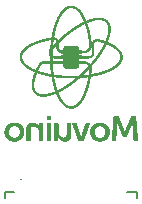
<source format=gbo>
G04 #@! TF.GenerationSoftware,KiCad,Pcbnew,(6.0.5)*
G04 #@! TF.CreationDate,2022-07-08T15:35:48+02:00*
G04 #@! TF.ProjectId,MovuinoShieldPrototyping,4d6f7675-696e-46f5-9368-69656c645072,rev?*
G04 #@! TF.SameCoordinates,Original*
G04 #@! TF.FileFunction,Legend,Bot*
G04 #@! TF.FilePolarity,Positive*
%FSLAX46Y46*%
G04 Gerber Fmt 4.6, Leading zero omitted, Abs format (unit mm)*
G04 Created by KiCad (PCBNEW (6.0.5)) date 2022-07-08 15:35:48*
%MOMM*%
%LPD*%
G01*
G04 APERTURE LIST*
%ADD10C,0.100000*%
%ADD11C,0.200000*%
G04 APERTURE END LIST*
D10*
G04 #@! TO.C,J6*
X150050000Y-74750000D02*
X150050000Y-74750000D01*
D11*
X159850000Y-75850000D02*
X159050000Y-75850000D01*
X148650000Y-75850000D02*
X149450000Y-75850000D01*
X148650000Y-76350000D02*
X148650000Y-75850000D01*
D10*
X149950000Y-74750000D02*
X149950000Y-74750000D01*
D11*
X159850000Y-76350000D02*
X159850000Y-75850000D01*
D10*
X150050000Y-74750000D02*
G75*
G03*
X149950000Y-74750000I-50000J0D01*
G01*
X149950000Y-74750000D02*
G75*
G03*
X150050000Y-74750000I50000J0D01*
G01*
G04 #@! TO.C,U$8*
G36*
X155030500Y-70837500D02*
G01*
X154645500Y-70837500D01*
X154645500Y-70830500D01*
X155030500Y-70830500D01*
X155030500Y-70837500D01*
G37*
G36*
X153259500Y-63382500D02*
G01*
X152804500Y-63382500D01*
X152804500Y-63375500D01*
X153259500Y-63375500D01*
X153259500Y-63382500D01*
G37*
G36*
X151866500Y-63158500D02*
G01*
X151180500Y-63158500D01*
X151180500Y-63151500D01*
X151866500Y-63151500D01*
X151866500Y-63158500D01*
G37*
G36*
X150865500Y-71187500D02*
G01*
X150480500Y-71187500D01*
X150480500Y-71180500D01*
X150865500Y-71180500D01*
X150865500Y-71187500D01*
G37*
G36*
X154575500Y-66581500D02*
G01*
X154211500Y-66581500D01*
X154211500Y-66574500D01*
X154575500Y-66574500D01*
X154575500Y-66581500D01*
G37*
G36*
X150319500Y-70613500D02*
G01*
X149920500Y-70613500D01*
X149920500Y-70606500D01*
X150319500Y-70606500D01*
X150319500Y-70613500D01*
G37*
G36*
X154960500Y-63704500D02*
G01*
X153623500Y-63704500D01*
X153623500Y-63697500D01*
X154960500Y-63697500D01*
X154960500Y-63704500D01*
G37*
G36*
X150193500Y-64187500D02*
G01*
X149962500Y-64187500D01*
X149962500Y-64180500D01*
X150193500Y-64180500D01*
X150193500Y-64187500D01*
G37*
G36*
X155191500Y-61772500D02*
G01*
X154743500Y-61772500D01*
X154743500Y-61765500D01*
X155191500Y-61765500D01*
X155191500Y-61772500D01*
G37*
G36*
X154946500Y-66280500D02*
G01*
X154603500Y-66280500D01*
X154603500Y-66273500D01*
X154946500Y-66273500D01*
X154946500Y-66280500D01*
G37*
G36*
X153700500Y-60596500D02*
G01*
X153413500Y-60596500D01*
X153413500Y-60589500D01*
X153700500Y-60589500D01*
X153700500Y-60596500D01*
G37*
G36*
X157599500Y-61723500D02*
G01*
X157368500Y-61723500D01*
X157368500Y-61716500D01*
X157599500Y-61716500D01*
X157599500Y-61723500D01*
G37*
G36*
X154288500Y-70830500D02*
G01*
X153903500Y-70830500D01*
X153903500Y-70823500D01*
X154288500Y-70823500D01*
X154288500Y-70830500D01*
G37*
G36*
X157599500Y-62493500D02*
G01*
X157375500Y-62493500D01*
X157375500Y-62486500D01*
X157599500Y-62486500D01*
X157599500Y-62493500D01*
G37*
G36*
X152958500Y-66616500D02*
G01*
X152727500Y-66616500D01*
X152727500Y-66609500D01*
X152958500Y-66609500D01*
X152958500Y-66616500D01*
G37*
G36*
X151012500Y-65391500D02*
G01*
X150571500Y-65391500D01*
X150571500Y-65384500D01*
X151012500Y-65384500D01*
X151012500Y-65391500D01*
G37*
G36*
X156248500Y-64957500D02*
G01*
X155961500Y-64957500D01*
X155961500Y-64950500D01*
X156248500Y-64950500D01*
X156248500Y-64957500D01*
G37*
G36*
X152713500Y-64621500D02*
G01*
X152496500Y-64621500D01*
X152496500Y-64614500D01*
X152713500Y-64614500D01*
X152713500Y-64621500D01*
G37*
G36*
X153259500Y-67540500D02*
G01*
X153014500Y-67540500D01*
X153014500Y-67533500D01*
X153259500Y-67533500D01*
X153259500Y-67540500D01*
G37*
G36*
X156570500Y-65979500D02*
G01*
X154953500Y-65979500D01*
X154953500Y-65972500D01*
X156570500Y-65972500D01*
X156570500Y-65979500D01*
G37*
G36*
X153371500Y-61086500D02*
G01*
X153119500Y-61086500D01*
X153119500Y-61079500D01*
X153371500Y-61079500D01*
X153371500Y-61086500D01*
G37*
G36*
X153784500Y-62752500D02*
G01*
X153448500Y-62752500D01*
X153448500Y-62745500D01*
X153784500Y-62745500D01*
X153784500Y-62752500D01*
G37*
G36*
X153861500Y-62689500D02*
G01*
X153518500Y-62689500D01*
X153518500Y-62682500D01*
X153861500Y-62682500D01*
X153861500Y-62689500D01*
G37*
G36*
X157578500Y-70753500D02*
G01*
X157193500Y-70753500D01*
X157193500Y-70746500D01*
X157578500Y-70746500D01*
X157578500Y-70753500D01*
G37*
G36*
X153112500Y-67162500D02*
G01*
X152874500Y-67162500D01*
X152874500Y-67155500D01*
X153112500Y-67155500D01*
X153112500Y-67162500D01*
G37*
G36*
X151936500Y-70494500D02*
G01*
X151460500Y-70494500D01*
X151460500Y-70487500D01*
X151936500Y-70487500D01*
X151936500Y-70494500D01*
G37*
G36*
X155373500Y-67960500D02*
G01*
X155114500Y-67960500D01*
X155114500Y-67953500D01*
X155373500Y-67953500D01*
X155373500Y-67960500D01*
G37*
G36*
X159916500Y-70977500D02*
G01*
X159531500Y-70977500D01*
X159531500Y-70970500D01*
X159916500Y-70970500D01*
X159916500Y-70977500D01*
G37*
G36*
X155317500Y-68058500D02*
G01*
X155051500Y-68058500D01*
X155051500Y-68051500D01*
X155317500Y-68051500D01*
X155317500Y-68058500D01*
G37*
G36*
X149115500Y-71075500D02*
G01*
X148688500Y-71075500D01*
X148688500Y-71068500D01*
X149115500Y-71068500D01*
X149115500Y-71075500D01*
G37*
G36*
X151215500Y-66364500D02*
G01*
X150991500Y-66364500D01*
X150991500Y-66357500D01*
X151215500Y-66357500D01*
X151215500Y-66364500D01*
G37*
G36*
X150865500Y-70949500D02*
G01*
X150480500Y-70949500D01*
X150480500Y-70942500D01*
X150865500Y-70942500D01*
X150865500Y-70949500D01*
G37*
G36*
X159188500Y-70732500D02*
G01*
X158852500Y-70732500D01*
X158852500Y-70725500D01*
X159188500Y-70725500D01*
X159188500Y-70732500D01*
G37*
G36*
X159930500Y-71229500D02*
G01*
X159545500Y-71229500D01*
X159545500Y-71222500D01*
X159930500Y-71222500D01*
X159930500Y-71229500D01*
G37*
G36*
X153028500Y-61968500D02*
G01*
X152797500Y-61968500D01*
X152797500Y-61961500D01*
X153028500Y-61961500D01*
X153028500Y-61968500D01*
G37*
G36*
X157011500Y-63893500D02*
G01*
X156745500Y-63893500D01*
X156745500Y-63886500D01*
X157011500Y-63886500D01*
X157011500Y-63893500D01*
G37*
G36*
X153518500Y-65986500D02*
G01*
X152041500Y-65986500D01*
X152041500Y-65979500D01*
X153518500Y-65979500D01*
X153518500Y-65986500D01*
G37*
G36*
X149038500Y-70893500D02*
G01*
X148639500Y-70893500D01*
X148639500Y-70886500D01*
X149038500Y-70886500D01*
X149038500Y-70893500D01*
G37*
G36*
X159762500Y-69430500D02*
G01*
X159370500Y-69430500D01*
X159370500Y-69423500D01*
X159762500Y-69423500D01*
X159762500Y-69430500D01*
G37*
G36*
X153322500Y-67680500D02*
G01*
X153070500Y-67680500D01*
X153070500Y-67673500D01*
X153322500Y-67673500D01*
X153322500Y-67680500D01*
G37*
G36*
X159230500Y-70634500D02*
G01*
X158887500Y-70634500D01*
X158887500Y-70627500D01*
X159230500Y-70627500D01*
X159230500Y-70634500D01*
G37*
G36*
X152580500Y-70655500D02*
G01*
X152202500Y-70655500D01*
X152202500Y-70648500D01*
X152580500Y-70648500D01*
X152580500Y-70655500D01*
G37*
G36*
X151502500Y-65580500D02*
G01*
X150893500Y-65580500D01*
X150893500Y-65573500D01*
X151502500Y-65573500D01*
X151502500Y-65580500D01*
G37*
G36*
X154288500Y-71026500D02*
G01*
X153896500Y-71026500D01*
X153896500Y-71019500D01*
X154288500Y-71019500D01*
X154288500Y-71026500D01*
G37*
G36*
X152888500Y-63613500D02*
G01*
X152524500Y-63613500D01*
X152524500Y-63606500D01*
X152888500Y-63606500D01*
X152888500Y-63613500D01*
G37*
G36*
X159937500Y-71292500D02*
G01*
X159552500Y-71292500D01*
X159552500Y-71285500D01*
X159937500Y-71285500D01*
X159937500Y-71292500D01*
G37*
G36*
X159811500Y-69745500D02*
G01*
X159230500Y-69745500D01*
X159230500Y-69738500D01*
X159811500Y-69738500D01*
X159811500Y-69745500D01*
G37*
G36*
X153049500Y-61912500D02*
G01*
X152811500Y-61912500D01*
X152811500Y-61905500D01*
X153049500Y-61905500D01*
X153049500Y-61912500D01*
G37*
G36*
X158173500Y-70522500D02*
G01*
X157788500Y-70522500D01*
X157788500Y-70515500D01*
X158173500Y-70515500D01*
X158173500Y-70522500D01*
G37*
G36*
X151425500Y-70109500D02*
G01*
X150620500Y-70109500D01*
X150620500Y-70102500D01*
X151425500Y-70102500D01*
X151425500Y-70109500D01*
G37*
G36*
X156346500Y-71054500D02*
G01*
X155926500Y-71054500D01*
X155926500Y-71047500D01*
X156346500Y-71047500D01*
X156346500Y-71054500D01*
G37*
G36*
X151936500Y-70795500D02*
G01*
X151558500Y-70795500D01*
X151558500Y-70788500D01*
X151936500Y-70788500D01*
X151936500Y-70795500D01*
G37*
G36*
X153259500Y-63627500D02*
G01*
X153042500Y-63627500D01*
X153042500Y-63620500D01*
X153259500Y-63620500D01*
X153259500Y-63627500D01*
G37*
G36*
X153203500Y-71481500D02*
G01*
X152853500Y-71481500D01*
X152853500Y-71474500D01*
X153203500Y-71474500D01*
X153203500Y-71481500D01*
G37*
G36*
X154995500Y-70739500D02*
G01*
X154610500Y-70739500D01*
X154610500Y-70732500D01*
X154995500Y-70732500D01*
X154995500Y-70739500D01*
G37*
G36*
X151530500Y-65524500D02*
G01*
X150788500Y-65524500D01*
X150788500Y-65517500D01*
X151530500Y-65517500D01*
X151530500Y-65524500D01*
G37*
G36*
X158187500Y-70263500D02*
G01*
X157809500Y-70263500D01*
X157809500Y-70256500D01*
X158187500Y-70256500D01*
X158187500Y-70263500D01*
G37*
G36*
X151936500Y-70977500D02*
G01*
X151558500Y-70977500D01*
X151558500Y-70970500D01*
X151936500Y-70970500D01*
X151936500Y-70977500D01*
G37*
G36*
X155905500Y-62451500D02*
G01*
X155674500Y-62451500D01*
X155674500Y-62444500D01*
X155905500Y-62444500D01*
X155905500Y-62451500D01*
G37*
G36*
X150865500Y-71103500D02*
G01*
X150480500Y-71103500D01*
X150480500Y-71096500D01*
X150865500Y-71096500D01*
X150865500Y-71103500D01*
G37*
G36*
X156031500Y-64488500D02*
G01*
X152489500Y-64488500D01*
X152489500Y-64481500D01*
X156031500Y-64481500D01*
X156031500Y-64488500D01*
G37*
G36*
X158145500Y-70928500D02*
G01*
X157760500Y-70928500D01*
X157760500Y-70921500D01*
X158145500Y-70921500D01*
X158145500Y-70928500D01*
G37*
G36*
X154981500Y-70690500D02*
G01*
X154589500Y-70690500D01*
X154589500Y-70683500D01*
X154981500Y-70683500D01*
X154981500Y-70690500D01*
G37*
G36*
X157347500Y-65734500D02*
G01*
X156619500Y-65734500D01*
X156619500Y-65727500D01*
X157347500Y-65727500D01*
X157347500Y-65734500D01*
G37*
G36*
X156017500Y-63613500D02*
G01*
X155779500Y-63613500D01*
X155779500Y-63606500D01*
X156017500Y-63606500D01*
X156017500Y-63613500D01*
G37*
G36*
X154876500Y-70389500D02*
G01*
X154484500Y-70389500D01*
X154484500Y-70382500D01*
X154876500Y-70382500D01*
X154876500Y-70389500D01*
G37*
G36*
X155408500Y-71397500D02*
G01*
X154841500Y-71397500D01*
X154841500Y-71390500D01*
X155408500Y-71390500D01*
X155408500Y-71397500D01*
G37*
G36*
X157795500Y-63347500D02*
G01*
X157053500Y-63347500D01*
X157053500Y-63340500D01*
X157795500Y-63340500D01*
X157795500Y-63347500D01*
G37*
G36*
X153259500Y-63242500D02*
G01*
X152937500Y-63242500D01*
X152937500Y-63235500D01*
X153259500Y-63235500D01*
X153259500Y-63242500D01*
G37*
G36*
X155730500Y-64873500D02*
G01*
X151677500Y-64873500D01*
X151677500Y-64866500D01*
X155730500Y-64866500D01*
X155730500Y-64873500D01*
G37*
G36*
X156577500Y-71236500D02*
G01*
X156017500Y-71236500D01*
X156017500Y-71229500D01*
X156577500Y-71229500D01*
X156577500Y-71236500D01*
G37*
G36*
X151215500Y-67148500D02*
G01*
X150984500Y-67148500D01*
X150984500Y-67141500D01*
X151215500Y-67141500D01*
X151215500Y-67148500D01*
G37*
G36*
X153847500Y-68408500D02*
G01*
X153525500Y-68408500D01*
X153525500Y-68401500D01*
X153847500Y-68401500D01*
X153847500Y-68408500D01*
G37*
G36*
X157564500Y-70599500D02*
G01*
X157165500Y-70599500D01*
X157165500Y-70592500D01*
X157564500Y-70592500D01*
X157564500Y-70599500D01*
G37*
G36*
X155933500Y-66259500D02*
G01*
X155709500Y-66259500D01*
X155709500Y-66252500D01*
X155933500Y-66252500D01*
X155933500Y-66259500D01*
G37*
G36*
X155884500Y-63865500D02*
G01*
X155506500Y-63865500D01*
X155506500Y-63858500D01*
X155884500Y-63858500D01*
X155884500Y-63865500D01*
G37*
G36*
X155667500Y-66147500D02*
G01*
X152916500Y-66147500D01*
X152916500Y-66140500D01*
X155667500Y-66140500D01*
X155667500Y-66147500D01*
G37*
G36*
X157417500Y-63074500D02*
G01*
X156122500Y-63074500D01*
X156122500Y-63067500D01*
X157417500Y-63067500D01*
X157417500Y-63074500D01*
G37*
G36*
X155282500Y-61723500D02*
G01*
X154820500Y-61723500D01*
X154820500Y-61716500D01*
X155282500Y-61716500D01*
X155282500Y-61723500D01*
G37*
G36*
X152804500Y-63060500D02*
G01*
X152580500Y-63060500D01*
X152580500Y-63053500D01*
X152804500Y-63053500D01*
X152804500Y-63060500D01*
G37*
G36*
X158495500Y-64943500D02*
G01*
X158215500Y-64943500D01*
X158215500Y-64936500D01*
X158495500Y-64936500D01*
X158495500Y-64943500D01*
G37*
G36*
X156164500Y-64376500D02*
G01*
X152489500Y-64376500D01*
X152489500Y-64369500D01*
X156164500Y-64369500D01*
X156164500Y-64376500D01*
G37*
G36*
X152524500Y-69409500D02*
G01*
X152258500Y-69409500D01*
X152258500Y-69402500D01*
X152524500Y-69402500D01*
X152524500Y-69409500D01*
G37*
G36*
X157557500Y-70571500D02*
G01*
X157151500Y-70571500D01*
X157151500Y-70564500D01*
X157557500Y-70564500D01*
X157557500Y-70571500D01*
G37*
G36*
X153882500Y-67071500D02*
G01*
X153441500Y-67071500D01*
X153441500Y-67064500D01*
X153882500Y-67064500D01*
X153882500Y-67071500D01*
G37*
G36*
X159804500Y-69654500D02*
G01*
X159272500Y-69654500D01*
X159272500Y-69647500D01*
X159804500Y-69647500D01*
X159804500Y-69654500D01*
G37*
G36*
X154288500Y-70109500D02*
G01*
X153903500Y-70109500D01*
X153903500Y-70102500D01*
X154288500Y-70102500D01*
X154288500Y-70109500D01*
G37*
G36*
X158159500Y-70669500D02*
G01*
X157781500Y-70669500D01*
X157781500Y-70662500D01*
X158159500Y-70662500D01*
X158159500Y-70669500D01*
G37*
G36*
X155632500Y-64824500D02*
G01*
X151747500Y-64824500D01*
X151747500Y-64817500D01*
X155632500Y-64817500D01*
X155632500Y-64824500D01*
G37*
G36*
X152580500Y-71460500D02*
G01*
X152209500Y-71460500D01*
X152209500Y-71453500D01*
X152580500Y-71453500D01*
X152580500Y-71460500D01*
G37*
G36*
X158327500Y-69472500D02*
G01*
X157879500Y-69472500D01*
X157879500Y-69465500D01*
X158327500Y-69465500D01*
X158327500Y-69472500D01*
G37*
G36*
X152713500Y-64593500D02*
G01*
X152489500Y-64593500D01*
X152489500Y-64586500D01*
X152713500Y-64586500D01*
X152713500Y-64593500D01*
G37*
G36*
X154337500Y-62318500D02*
G01*
X153966500Y-62318500D01*
X153966500Y-62311500D01*
X154337500Y-62311500D01*
X154337500Y-62318500D01*
G37*
G36*
X154288500Y-70347500D02*
G01*
X153903500Y-70347500D01*
X153903500Y-70340500D01*
X154288500Y-70340500D01*
X154288500Y-70347500D01*
G37*
G36*
X152741500Y-65195500D02*
G01*
X152517500Y-65195500D01*
X152517500Y-65188500D01*
X152741500Y-65188500D01*
X152741500Y-65195500D01*
G37*
G36*
X152566500Y-69451500D02*
G01*
X152216500Y-69451500D01*
X152216500Y-69444500D01*
X152566500Y-69444500D01*
X152566500Y-69451500D01*
G37*
G36*
X156227500Y-64985500D02*
G01*
X155933500Y-64985500D01*
X155933500Y-64978500D01*
X156227500Y-64978500D01*
X156227500Y-64985500D01*
G37*
G36*
X153602500Y-68156500D02*
G01*
X153336500Y-68156500D01*
X153336500Y-68149500D01*
X153602500Y-68149500D01*
X153602500Y-68156500D01*
G37*
G36*
X155737500Y-67071500D02*
G01*
X155506500Y-67071500D01*
X155506500Y-67064500D01*
X155737500Y-67064500D01*
X155737500Y-67071500D01*
G37*
G36*
X156535500Y-64593500D02*
G01*
X156255500Y-64593500D01*
X156255500Y-64586500D01*
X156535500Y-64586500D01*
X156535500Y-64593500D01*
G37*
G36*
X149920500Y-70074500D02*
G01*
X149052500Y-70074500D01*
X149052500Y-70067500D01*
X149920500Y-70067500D01*
X149920500Y-70074500D01*
G37*
G36*
X155149500Y-60568500D02*
G01*
X154855500Y-60568500D01*
X154855500Y-60561500D01*
X155149500Y-60561500D01*
X155149500Y-60568500D01*
G37*
G36*
X155695500Y-67204500D02*
G01*
X155457500Y-67204500D01*
X155457500Y-67197500D01*
X155695500Y-67197500D01*
X155695500Y-67204500D01*
G37*
G36*
X153322500Y-61184500D02*
G01*
X153077500Y-61184500D01*
X153077500Y-61177500D01*
X153322500Y-61177500D01*
X153322500Y-61184500D01*
G37*
G36*
X159797500Y-69570500D02*
G01*
X159300500Y-69570500D01*
X159300500Y-69563500D01*
X159797500Y-69563500D01*
X159797500Y-69570500D01*
G37*
G36*
X156038500Y-65524500D02*
G01*
X155814500Y-65524500D01*
X155814500Y-65517500D01*
X156038500Y-65517500D01*
X156038500Y-65524500D01*
G37*
G36*
X152923500Y-62402500D02*
G01*
X152692500Y-62402500D01*
X152692500Y-62395500D01*
X152923500Y-62395500D01*
X152923500Y-62402500D01*
G37*
G36*
X153574500Y-67253500D02*
G01*
X152902500Y-67253500D01*
X152902500Y-67246500D01*
X153574500Y-67246500D01*
X153574500Y-67253500D01*
G37*
G36*
X156311500Y-70984500D02*
G01*
X155905500Y-70984500D01*
X155905500Y-70977500D01*
X156311500Y-70977500D01*
X156311500Y-70984500D01*
G37*
G36*
X149045500Y-70935500D02*
G01*
X148646500Y-70935500D01*
X148646500Y-70928500D01*
X149045500Y-70928500D01*
X149045500Y-70935500D01*
G37*
G36*
X155975500Y-62871500D02*
G01*
X155751500Y-62871500D01*
X155751500Y-62864500D01*
X155975500Y-62864500D01*
X155975500Y-62871500D01*
G37*
G36*
X159825500Y-69885500D02*
G01*
X159174500Y-69885500D01*
X159174500Y-69878500D01*
X159825500Y-69878500D01*
X159825500Y-69885500D01*
G37*
G36*
X150333500Y-70774500D02*
G01*
X149948500Y-70774500D01*
X149948500Y-70767500D01*
X150333500Y-70767500D01*
X150333500Y-70774500D01*
G37*
G36*
X155093500Y-71047500D02*
G01*
X154715500Y-71047500D01*
X154715500Y-71040500D01*
X155093500Y-71040500D01*
X155093500Y-71047500D01*
G37*
G36*
X155569500Y-70963500D02*
G01*
X155191500Y-70963500D01*
X155191500Y-70956500D01*
X155569500Y-70956500D01*
X155569500Y-70963500D01*
G37*
G36*
X154064500Y-68541500D02*
G01*
X153658500Y-68541500D01*
X153658500Y-68534500D01*
X154064500Y-68534500D01*
X154064500Y-68541500D01*
G37*
G36*
X158110500Y-71390500D02*
G01*
X157718500Y-71390500D01*
X157718500Y-71383500D01*
X158110500Y-71383500D01*
X158110500Y-71390500D01*
G37*
G36*
X155779500Y-70389500D02*
G01*
X155387500Y-70389500D01*
X155387500Y-70382500D01*
X155779500Y-70382500D01*
X155779500Y-70389500D01*
G37*
G36*
X151936500Y-70718500D02*
G01*
X151551500Y-70718500D01*
X151551500Y-70711500D01*
X151936500Y-70711500D01*
X151936500Y-70718500D01*
G37*
G36*
X155478500Y-67750500D02*
G01*
X155233500Y-67750500D01*
X155233500Y-67743500D01*
X155478500Y-67743500D01*
X155478500Y-67750500D01*
G37*
G36*
X153224500Y-70242500D02*
G01*
X152846500Y-70242500D01*
X152846500Y-70235500D01*
X153224500Y-70235500D01*
X153224500Y-70242500D01*
G37*
G36*
X153455500Y-67316500D02*
G01*
X152930500Y-67316500D01*
X152930500Y-67309500D01*
X153455500Y-67309500D01*
X153455500Y-67316500D01*
G37*
G36*
X158096500Y-71467500D02*
G01*
X157718500Y-71467500D01*
X157718500Y-71460500D01*
X158096500Y-71460500D01*
X158096500Y-71467500D01*
G37*
G36*
X158460500Y-69815500D02*
G01*
X157851500Y-69815500D01*
X157851500Y-69808500D01*
X158460500Y-69808500D01*
X158460500Y-69815500D01*
G37*
G36*
X155653500Y-70725500D02*
G01*
X155268500Y-70725500D01*
X155268500Y-70718500D01*
X155653500Y-70718500D01*
X155653500Y-70725500D01*
G37*
G36*
X157116500Y-63704500D02*
G01*
X156857500Y-63704500D01*
X156857500Y-63697500D01*
X157116500Y-63697500D01*
X157116500Y-63704500D01*
G37*
G36*
X152888500Y-62570500D02*
G01*
X152657500Y-62570500D01*
X152657500Y-62563500D01*
X152888500Y-62563500D01*
X152888500Y-62570500D01*
G37*
G36*
X153588500Y-60736500D02*
G01*
X153315500Y-60736500D01*
X153315500Y-60729500D01*
X153588500Y-60729500D01*
X153588500Y-60736500D01*
G37*
G36*
X150270500Y-71110500D02*
G01*
X149829500Y-71110500D01*
X149829500Y-71103500D01*
X150270500Y-71103500D01*
X150270500Y-71110500D01*
G37*
G36*
X157578500Y-62570500D02*
G01*
X157354500Y-62570500D01*
X157354500Y-62563500D01*
X157578500Y-62563500D01*
X157578500Y-62570500D01*
G37*
G36*
X151299500Y-67302500D02*
G01*
X151040500Y-67302500D01*
X151040500Y-67295500D01*
X151299500Y-67295500D01*
X151299500Y-67302500D01*
G37*
G36*
X151614500Y-65363500D02*
G01*
X151362500Y-65363500D01*
X151362500Y-65356500D01*
X151614500Y-65356500D01*
X151614500Y-65363500D01*
G37*
G36*
X158124500Y-71131500D02*
G01*
X157739500Y-71131500D01*
X157739500Y-71124500D01*
X158124500Y-71124500D01*
X158124500Y-71131500D01*
G37*
G36*
X150998500Y-65384500D02*
G01*
X150557500Y-65384500D01*
X150557500Y-65377500D01*
X150998500Y-65377500D01*
X150998500Y-65384500D01*
G37*
G36*
X156262500Y-63907500D02*
G01*
X156038500Y-63907500D01*
X156038500Y-63900500D01*
X156262500Y-63900500D01*
X156262500Y-63907500D01*
G37*
G36*
X153252500Y-61345500D02*
G01*
X153007500Y-61345500D01*
X153007500Y-61338500D01*
X153252500Y-61338500D01*
X153252500Y-61345500D01*
G37*
G36*
X155863500Y-70046500D02*
G01*
X155513500Y-70046500D01*
X155513500Y-70039500D01*
X155863500Y-70039500D01*
X155863500Y-70046500D01*
G37*
G36*
X153210500Y-61443500D02*
G01*
X152965500Y-61443500D01*
X152965500Y-61436500D01*
X153210500Y-61436500D01*
X153210500Y-61443500D01*
G37*
G36*
X156332500Y-70529500D02*
G01*
X155919500Y-70529500D01*
X155919500Y-70522500D01*
X156332500Y-70522500D01*
X156332500Y-70529500D01*
G37*
G36*
X155723500Y-61520500D02*
G01*
X155184500Y-61520500D01*
X155184500Y-61513500D01*
X155723500Y-61513500D01*
X155723500Y-61520500D01*
G37*
G36*
X157578500Y-70816500D02*
G01*
X157193500Y-70816500D01*
X157193500Y-70809500D01*
X157578500Y-70809500D01*
X157578500Y-70816500D01*
G37*
G36*
X152741500Y-65216500D02*
G01*
X152517500Y-65216500D01*
X152517500Y-65209500D01*
X152741500Y-65209500D01*
X152741500Y-65216500D01*
G37*
G36*
X154897500Y-60302500D02*
G01*
X154442500Y-60302500D01*
X154442500Y-60295500D01*
X154897500Y-60295500D01*
X154897500Y-60302500D01*
G37*
G36*
X153168500Y-71530500D02*
G01*
X152888500Y-71530500D01*
X152888500Y-71523500D01*
X153168500Y-71523500D01*
X153168500Y-71530500D01*
G37*
G36*
X150158500Y-64565500D02*
G01*
X149927500Y-64565500D01*
X149927500Y-64558500D01*
X150158500Y-64558500D01*
X150158500Y-64565500D01*
G37*
G36*
X158516500Y-64908500D02*
G01*
X158243500Y-64908500D01*
X158243500Y-64901500D01*
X158516500Y-64901500D01*
X158516500Y-64908500D01*
G37*
G36*
X155548500Y-61261500D02*
G01*
X155296500Y-61261500D01*
X155296500Y-61254500D01*
X155548500Y-61254500D01*
X155548500Y-61261500D01*
G37*
G36*
X157515500Y-65664500D02*
G01*
X156864500Y-65664500D01*
X156864500Y-65657500D01*
X157515500Y-65657500D01*
X157515500Y-65664500D01*
G37*
G36*
X153063500Y-67015500D02*
G01*
X152832500Y-67015500D01*
X152832500Y-67008500D01*
X153063500Y-67008500D01*
X153063500Y-67015500D01*
G37*
G36*
X159832500Y-69955500D02*
G01*
X159146500Y-69955500D01*
X159146500Y-69948500D01*
X159832500Y-69948500D01*
X159832500Y-69955500D01*
G37*
G36*
X155863500Y-70158500D02*
G01*
X155464500Y-70158500D01*
X155464500Y-70151500D01*
X155863500Y-70151500D01*
X155863500Y-70158500D01*
G37*
G36*
X150298500Y-71033500D02*
G01*
X149885500Y-71033500D01*
X149885500Y-71026500D01*
X150298500Y-71026500D01*
X150298500Y-71033500D01*
G37*
G36*
X156955500Y-61114500D02*
G01*
X156304500Y-61114500D01*
X156304500Y-61107500D01*
X156955500Y-61107500D01*
X156955500Y-61114500D01*
G37*
G36*
X153182500Y-61520500D02*
G01*
X152937500Y-61520500D01*
X152937500Y-61513500D01*
X153182500Y-61513500D01*
X153182500Y-61520500D01*
G37*
G36*
X158467500Y-63886500D02*
G01*
X158173500Y-63886500D01*
X158173500Y-63879500D01*
X158467500Y-63879500D01*
X158467500Y-63886500D01*
G37*
G36*
X150249500Y-64082500D02*
G01*
X149997500Y-64082500D01*
X149997500Y-64075500D01*
X150249500Y-64075500D01*
X150249500Y-64082500D01*
G37*
G36*
X159909500Y-70921500D02*
G01*
X159524500Y-70921500D01*
X159524500Y-70914500D01*
X159909500Y-70914500D01*
X159909500Y-70921500D01*
G37*
G36*
X152580500Y-70746500D02*
G01*
X152202500Y-70746500D01*
X152202500Y-70739500D01*
X152580500Y-70739500D01*
X152580500Y-70746500D01*
G37*
G36*
X158600500Y-70151500D02*
G01*
X158243500Y-70151500D01*
X158243500Y-70144500D01*
X158600500Y-70144500D01*
X158600500Y-70151500D01*
G37*
G36*
X152783500Y-67617500D02*
G01*
X151306500Y-67617500D01*
X151306500Y-67610500D01*
X152783500Y-67610500D01*
X152783500Y-67617500D01*
G37*
G36*
X150172500Y-64236500D02*
G01*
X149941500Y-64236500D01*
X149941500Y-64229500D01*
X150172500Y-64229500D01*
X150172500Y-64236500D01*
G37*
G36*
X152734500Y-65174500D02*
G01*
X152517500Y-65174500D01*
X152517500Y-65167500D01*
X152734500Y-65167500D01*
X152734500Y-65174500D01*
G37*
G36*
X154092500Y-60316500D02*
G01*
X153672500Y-60316500D01*
X153672500Y-60309500D01*
X154092500Y-60309500D01*
X154092500Y-60316500D01*
G37*
G36*
X150543500Y-65104500D02*
G01*
X150221500Y-65104500D01*
X150221500Y-65097500D01*
X150543500Y-65097500D01*
X150543500Y-65104500D01*
G37*
G36*
X151166500Y-66630500D02*
G01*
X150949500Y-66630500D01*
X150949500Y-66623500D01*
X151166500Y-66623500D01*
X151166500Y-66630500D01*
G37*
G36*
X155947500Y-66182500D02*
G01*
X155723500Y-66182500D01*
X155723500Y-66175500D01*
X155947500Y-66175500D01*
X155947500Y-66182500D01*
G37*
G36*
X155247500Y-60708500D02*
G01*
X154974500Y-60708500D01*
X154974500Y-60701500D01*
X155247500Y-60701500D01*
X155247500Y-60708500D01*
G37*
G36*
X153420500Y-67876500D02*
G01*
X153168500Y-67876500D01*
X153168500Y-67869500D01*
X153420500Y-67869500D01*
X153420500Y-67876500D01*
G37*
G36*
X158607500Y-64740500D02*
G01*
X158362500Y-64740500D01*
X158362500Y-64733500D01*
X158607500Y-64733500D01*
X158607500Y-64740500D01*
G37*
G36*
X152573500Y-70074500D02*
G01*
X152209500Y-70074500D01*
X152209500Y-70067500D01*
X152573500Y-70067500D01*
X152573500Y-70074500D01*
G37*
G36*
X150865500Y-71390500D02*
G01*
X150480500Y-71390500D01*
X150480500Y-71383500D01*
X150865500Y-71383500D01*
X150865500Y-71390500D01*
G37*
G36*
X152923500Y-65923500D02*
G01*
X151803500Y-65923500D01*
X151803500Y-65916500D01*
X152923500Y-65916500D01*
X152923500Y-65923500D01*
G37*
G36*
X152944500Y-62297500D02*
G01*
X152713500Y-62297500D01*
X152713500Y-62290500D01*
X152944500Y-62290500D01*
X152944500Y-62297500D01*
G37*
G36*
X157620500Y-61814500D02*
G01*
X157396500Y-61814500D01*
X157396500Y-61807500D01*
X157620500Y-61807500D01*
X157620500Y-61814500D01*
G37*
G36*
X152720500Y-64068500D02*
G01*
X152370500Y-64068500D01*
X152370500Y-64061500D01*
X152720500Y-64061500D01*
X152720500Y-64068500D01*
G37*
G36*
X158313500Y-63718500D02*
G01*
X157977500Y-63718500D01*
X157977500Y-63711500D01*
X158313500Y-63711500D01*
X158313500Y-63718500D01*
G37*
G36*
X158586500Y-64089500D02*
G01*
X158334500Y-64089500D01*
X158334500Y-64082500D01*
X158586500Y-64082500D01*
X158586500Y-64089500D01*
G37*
G36*
X156283500Y-63228500D02*
G01*
X156052500Y-63228500D01*
X156052500Y-63221500D01*
X156283500Y-63221500D01*
X156283500Y-63228500D01*
G37*
G36*
X152580500Y-70837500D02*
G01*
X152202500Y-70837500D01*
X152202500Y-70830500D01*
X152580500Y-70830500D01*
X152580500Y-70837500D01*
G37*
G36*
X153595500Y-68149500D02*
G01*
X153329500Y-68149500D01*
X153329500Y-68142500D01*
X153595500Y-68142500D01*
X153595500Y-68149500D01*
G37*
G36*
X154281500Y-71096500D02*
G01*
X153882500Y-71096500D01*
X153882500Y-71089500D01*
X154281500Y-71089500D01*
X154281500Y-71096500D01*
G37*
G36*
X155037500Y-68429500D02*
G01*
X154715500Y-68429500D01*
X154715500Y-68422500D01*
X155037500Y-68422500D01*
X155037500Y-68429500D01*
G37*
G36*
X155800500Y-65468500D02*
G01*
X155492500Y-65468500D01*
X155492500Y-65461500D01*
X155800500Y-65461500D01*
X155800500Y-65468500D01*
G37*
G36*
X153007500Y-66826500D02*
G01*
X152776500Y-66826500D01*
X152776500Y-66819500D01*
X153007500Y-66819500D01*
X153007500Y-66826500D01*
G37*
G36*
X153343500Y-63151500D02*
G01*
X153028500Y-63151500D01*
X153028500Y-63144500D01*
X153343500Y-63144500D01*
X153343500Y-63151500D01*
G37*
G36*
X151936500Y-70872500D02*
G01*
X151558500Y-70872500D01*
X151558500Y-70865500D01*
X151936500Y-70865500D01*
X151936500Y-70872500D01*
G37*
G36*
X151278500Y-66126500D02*
G01*
X151047500Y-66126500D01*
X151047500Y-66119500D01*
X151278500Y-66119500D01*
X151278500Y-66126500D01*
G37*
G36*
X156024500Y-65615500D02*
G01*
X155807500Y-65615500D01*
X155807500Y-65608500D01*
X156024500Y-65608500D01*
X156024500Y-65615500D01*
G37*
G36*
X154883500Y-70403500D02*
G01*
X154484500Y-70403500D01*
X154484500Y-70396500D01*
X154883500Y-70396500D01*
X154883500Y-70403500D01*
G37*
G36*
X155555500Y-67582500D02*
G01*
X155310500Y-67582500D01*
X155310500Y-67575500D01*
X155555500Y-67575500D01*
X155555500Y-67582500D01*
G37*
G36*
X154911500Y-70501500D02*
G01*
X154519500Y-70501500D01*
X154519500Y-70494500D01*
X154911500Y-70494500D01*
X154911500Y-70501500D01*
G37*
G36*
X151075500Y-65419500D02*
G01*
X150613500Y-65419500D01*
X150613500Y-65412500D01*
X151075500Y-65412500D01*
X151075500Y-65419500D01*
G37*
G36*
X156479500Y-64670500D02*
G01*
X156192500Y-64670500D01*
X156192500Y-64663500D01*
X156479500Y-64663500D01*
X156479500Y-64670500D01*
G37*
G36*
X150333500Y-70795500D02*
G01*
X149948500Y-70795500D01*
X149948500Y-70788500D01*
X150333500Y-70788500D01*
X150333500Y-70795500D01*
G37*
G36*
X159055500Y-71047500D02*
G01*
X158614500Y-71047500D01*
X158614500Y-71040500D01*
X159055500Y-71040500D01*
X159055500Y-71047500D01*
G37*
G36*
X158138500Y-70956500D02*
G01*
X157753500Y-70956500D01*
X157753500Y-70949500D01*
X158138500Y-70949500D01*
X158138500Y-70956500D01*
G37*
G36*
X156514500Y-70347500D02*
G01*
X156003500Y-70347500D01*
X156003500Y-70340500D01*
X156514500Y-70340500D01*
X156514500Y-70347500D01*
G37*
G36*
X156262500Y-63648500D02*
G01*
X156038500Y-63648500D01*
X156038500Y-63641500D01*
X156262500Y-63641500D01*
X156262500Y-63648500D01*
G37*
G36*
X156248500Y-64215500D02*
G01*
X156010500Y-64215500D01*
X156010500Y-64208500D01*
X156248500Y-64208500D01*
X156248500Y-64215500D01*
G37*
G36*
X159937500Y-71264500D02*
G01*
X159552500Y-71264500D01*
X159552500Y-71257500D01*
X159937500Y-71257500D01*
X159937500Y-71264500D01*
G37*
G36*
X152580500Y-70207500D02*
G01*
X152202500Y-70207500D01*
X152202500Y-70200500D01*
X152580500Y-70200500D01*
X152580500Y-70207500D01*
G37*
G36*
X152398500Y-63032500D02*
G01*
X151523500Y-63032500D01*
X151523500Y-63025500D01*
X152398500Y-63025500D01*
X152398500Y-63032500D01*
G37*
G36*
X151180500Y-66567500D02*
G01*
X150956500Y-66567500D01*
X150956500Y-66560500D01*
X151180500Y-66560500D01*
X151180500Y-66567500D01*
G37*
G36*
X153987500Y-60365500D02*
G01*
X153623500Y-60365500D01*
X153623500Y-60358500D01*
X153987500Y-60358500D01*
X153987500Y-60365500D01*
G37*
G36*
X155555500Y-66161500D02*
G01*
X153028500Y-66161500D01*
X153028500Y-66154500D01*
X155555500Y-66154500D01*
X155555500Y-66161500D01*
G37*
G36*
X153126500Y-61667500D02*
G01*
X152888500Y-61667500D01*
X152888500Y-61660500D01*
X153126500Y-61660500D01*
X153126500Y-61667500D01*
G37*
G36*
X155275500Y-68128500D02*
G01*
X155002500Y-68128500D01*
X155002500Y-68121500D01*
X155275500Y-68121500D01*
X155275500Y-68128500D01*
G37*
G36*
X151936500Y-70165500D02*
G01*
X151572500Y-70165500D01*
X151572500Y-70158500D01*
X151936500Y-70158500D01*
X151936500Y-70165500D01*
G37*
G36*
X152580500Y-69619500D02*
G01*
X152202500Y-69619500D01*
X152202500Y-69612500D01*
X152580500Y-69612500D01*
X152580500Y-69619500D01*
G37*
G36*
X157074500Y-63781500D02*
G01*
X156815500Y-63781500D01*
X156815500Y-63774500D01*
X157074500Y-63774500D01*
X157074500Y-63781500D01*
G37*
G36*
X158411500Y-63823500D02*
G01*
X158103500Y-63823500D01*
X158103500Y-63816500D01*
X158411500Y-63816500D01*
X158411500Y-63823500D01*
G37*
G36*
X154288500Y-70935500D02*
G01*
X153903500Y-70935500D01*
X153903500Y-70928500D01*
X154288500Y-70928500D01*
X154288500Y-70935500D01*
G37*
G36*
X158523500Y-69969500D02*
G01*
X157837500Y-69969500D01*
X157837500Y-69962500D01*
X158523500Y-69962500D01*
X158523500Y-69969500D01*
G37*
G36*
X152713500Y-64187500D02*
G01*
X152384500Y-64187500D01*
X152384500Y-64180500D01*
X152713500Y-64180500D01*
X152713500Y-64187500D01*
G37*
G36*
X152741500Y-65237500D02*
G01*
X152524500Y-65237500D01*
X152524500Y-65230500D01*
X152741500Y-65230500D01*
X152741500Y-65237500D01*
G37*
G36*
X155198500Y-64124500D02*
G01*
X153385500Y-64124500D01*
X153385500Y-64117500D01*
X155198500Y-64117500D01*
X155198500Y-64124500D01*
G37*
G36*
X159888500Y-70655500D02*
G01*
X159503500Y-70655500D01*
X159503500Y-70648500D01*
X159888500Y-70648500D01*
X159888500Y-70655500D01*
G37*
G36*
X150865500Y-71453500D02*
G01*
X150487500Y-71453500D01*
X150487500Y-71446500D01*
X150865500Y-71446500D01*
X150865500Y-71453500D01*
G37*
G36*
X152720500Y-63935500D02*
G01*
X152377500Y-63935500D01*
X152377500Y-63928500D01*
X152720500Y-63928500D01*
X152720500Y-63935500D01*
G37*
G36*
X155863500Y-66588500D02*
G01*
X155639500Y-66588500D01*
X155639500Y-66581500D01*
X155863500Y-66581500D01*
X155863500Y-66588500D01*
G37*
G36*
X158187500Y-70172500D02*
G01*
X157816500Y-70172500D01*
X157816500Y-70165500D01*
X158187500Y-70165500D01*
X158187500Y-70172500D01*
G37*
G36*
X150879500Y-70487500D02*
G01*
X150487500Y-70487500D01*
X150487500Y-70480500D01*
X150879500Y-70480500D01*
X150879500Y-70487500D01*
G37*
G36*
X156262500Y-64103500D02*
G01*
X156045500Y-64103500D01*
X156045500Y-64096500D01*
X156262500Y-64096500D01*
X156262500Y-64103500D01*
G37*
G36*
X154288500Y-70417500D02*
G01*
X153903500Y-70417500D01*
X153903500Y-70410500D01*
X154288500Y-70410500D01*
X154288500Y-70417500D01*
G37*
G36*
X150214500Y-64726500D02*
G01*
X149976500Y-64726500D01*
X149976500Y-64719500D01*
X150214500Y-64719500D01*
X150214500Y-64726500D01*
G37*
G36*
X159398500Y-70221500D02*
G01*
X159041500Y-70221500D01*
X159041500Y-70214500D01*
X159398500Y-70214500D01*
X159398500Y-70221500D01*
G37*
G36*
X153616500Y-68170500D02*
G01*
X153343500Y-68170500D01*
X153343500Y-68163500D01*
X153616500Y-68163500D01*
X153616500Y-68170500D01*
G37*
G36*
X154281500Y-71138500D02*
G01*
X153861500Y-71138500D01*
X153861500Y-71131500D01*
X154281500Y-71131500D01*
X154281500Y-71138500D01*
G37*
G36*
X153714500Y-60582500D02*
G01*
X153427500Y-60582500D01*
X153427500Y-60575500D01*
X153714500Y-60575500D01*
X153714500Y-60582500D01*
G37*
G36*
X152580500Y-71068500D02*
G01*
X152202500Y-71068500D01*
X152202500Y-71061500D01*
X152580500Y-71061500D01*
X152580500Y-71068500D01*
G37*
G36*
X153294500Y-61247500D02*
G01*
X153049500Y-61247500D01*
X153049500Y-61240500D01*
X153294500Y-61240500D01*
X153294500Y-61247500D01*
G37*
G36*
X155226500Y-60673500D02*
G01*
X154946500Y-60673500D01*
X154946500Y-60666500D01*
X155226500Y-60666500D01*
X155226500Y-60673500D01*
G37*
G36*
X152580500Y-71320500D02*
G01*
X152202500Y-71320500D01*
X152202500Y-71313500D01*
X152580500Y-71313500D01*
X152580500Y-71320500D01*
G37*
G36*
X156038500Y-65412500D02*
G01*
X155548500Y-65412500D01*
X155548500Y-65405500D01*
X156038500Y-65405500D01*
X156038500Y-65412500D01*
G37*
G36*
X153224500Y-70613500D02*
G01*
X152846500Y-70613500D01*
X152846500Y-70606500D01*
X153224500Y-70606500D01*
X153224500Y-70613500D01*
G37*
G36*
X156318500Y-64873500D02*
G01*
X156031500Y-64873500D01*
X156031500Y-64866500D01*
X156318500Y-64866500D01*
X156318500Y-64873500D01*
G37*
G36*
X150256500Y-70424500D02*
G01*
X149808500Y-70424500D01*
X149808500Y-70417500D01*
X150256500Y-70417500D01*
X150256500Y-70424500D01*
G37*
G36*
X157627500Y-62318500D02*
G01*
X157403500Y-62318500D01*
X157403500Y-62311500D01*
X157627500Y-62311500D01*
X157627500Y-62318500D01*
G37*
G36*
X152937500Y-62332500D02*
G01*
X152706500Y-62332500D01*
X152706500Y-62325500D01*
X152937500Y-62325500D01*
X152937500Y-62332500D01*
G37*
G36*
X154288500Y-70669500D02*
G01*
X153903500Y-70669500D01*
X153903500Y-70662500D01*
X154288500Y-70662500D01*
X154288500Y-70669500D01*
G37*
G36*
X154288500Y-70382500D02*
G01*
X153903500Y-70382500D01*
X153903500Y-70375500D01*
X154288500Y-70375500D01*
X154288500Y-70382500D01*
G37*
G36*
X153252500Y-70907500D02*
G01*
X152846500Y-70907500D01*
X152846500Y-70900500D01*
X153252500Y-70900500D01*
X153252500Y-70907500D01*
G37*
G36*
X157571500Y-62612500D02*
G01*
X157340500Y-62612500D01*
X157340500Y-62605500D01*
X157571500Y-62605500D01*
X157571500Y-62612500D01*
G37*
G36*
X157431500Y-63172500D02*
G01*
X156766500Y-63172500D01*
X156766500Y-63165500D01*
X157431500Y-63165500D01*
X157431500Y-63172500D01*
G37*
G36*
X152580500Y-71376500D02*
G01*
X152202500Y-71376500D01*
X152202500Y-71369500D01*
X152580500Y-71369500D01*
X152580500Y-71376500D01*
G37*
G36*
X151348500Y-67365500D02*
G01*
X151075500Y-67365500D01*
X151075500Y-67358500D01*
X151348500Y-67358500D01*
X151348500Y-67365500D01*
G37*
G36*
X152580500Y-69479500D02*
G01*
X152202500Y-69479500D01*
X152202500Y-69472500D01*
X152580500Y-69472500D01*
X152580500Y-69479500D01*
G37*
G36*
X158082500Y-71502500D02*
G01*
X157732500Y-71502500D01*
X157732500Y-71495500D01*
X158082500Y-71495500D01*
X158082500Y-71502500D01*
G37*
G36*
X152580500Y-70137500D02*
G01*
X152202500Y-70137500D01*
X152202500Y-70130500D01*
X152580500Y-70130500D01*
X152580500Y-70137500D01*
G37*
G36*
X150137500Y-64425500D02*
G01*
X149920500Y-64425500D01*
X149920500Y-64418500D01*
X150137500Y-64418500D01*
X150137500Y-64425500D01*
G37*
G36*
X158733500Y-70494500D02*
G01*
X158376500Y-70494500D01*
X158376500Y-70487500D01*
X158733500Y-70487500D01*
X158733500Y-70494500D01*
G37*
G36*
X153266500Y-63704500D02*
G01*
X153042500Y-63704500D01*
X153042500Y-63697500D01*
X153266500Y-63697500D01*
X153266500Y-63704500D01*
G37*
G36*
X153084500Y-67071500D02*
G01*
X152846500Y-67071500D01*
X152846500Y-67064500D01*
X153084500Y-67064500D01*
X153084500Y-67071500D01*
G37*
G36*
X154883500Y-63529500D02*
G01*
X153707500Y-63529500D01*
X153707500Y-63522500D01*
X154883500Y-63522500D01*
X154883500Y-63529500D01*
G37*
G36*
X158635500Y-70249500D02*
G01*
X158278500Y-70249500D01*
X158278500Y-70242500D01*
X158635500Y-70242500D01*
X158635500Y-70249500D01*
G37*
G36*
X153378500Y-63851500D02*
G01*
X153084500Y-63851500D01*
X153084500Y-63844500D01*
X153378500Y-63844500D01*
X153378500Y-63851500D01*
G37*
G36*
X155933500Y-66245500D02*
G01*
X155709500Y-66245500D01*
X155709500Y-66238500D01*
X155933500Y-66238500D01*
X155933500Y-66245500D01*
G37*
G36*
X149045500Y-70921500D02*
G01*
X148646500Y-70921500D01*
X148646500Y-70914500D01*
X149045500Y-70914500D01*
X149045500Y-70921500D01*
G37*
G36*
X151936500Y-70473500D02*
G01*
X151439500Y-70473500D01*
X151439500Y-70466500D01*
X151936500Y-70466500D01*
X151936500Y-70473500D01*
G37*
G36*
X154953500Y-63662500D02*
G01*
X153630500Y-63662500D01*
X153630500Y-63655500D01*
X154953500Y-63655500D01*
X154953500Y-63662500D01*
G37*
G36*
X152986500Y-62143500D02*
G01*
X152748500Y-62143500D01*
X152748500Y-62136500D01*
X152986500Y-62136500D01*
X152986500Y-62143500D01*
G37*
G36*
X150389500Y-63907500D02*
G01*
X150102500Y-63907500D01*
X150102500Y-63900500D01*
X150389500Y-63900500D01*
X150389500Y-63907500D01*
G37*
G36*
X153245500Y-70858500D02*
G01*
X152846500Y-70858500D01*
X152846500Y-70851500D01*
X153245500Y-70851500D01*
X153245500Y-70858500D01*
G37*
G36*
X158194500Y-65258500D02*
G01*
X157816500Y-65258500D01*
X157816500Y-65251500D01*
X158194500Y-65251500D01*
X158194500Y-65258500D01*
G37*
G36*
X153210500Y-71425500D02*
G01*
X152846500Y-71425500D01*
X152846500Y-71418500D01*
X153210500Y-71418500D01*
X153210500Y-71425500D01*
G37*
G36*
X149024500Y-70760500D02*
G01*
X148632500Y-70760500D01*
X148632500Y-70753500D01*
X149024500Y-70753500D01*
X149024500Y-70760500D01*
G37*
G36*
X150207500Y-71222500D02*
G01*
X149675500Y-71222500D01*
X149675500Y-71215500D01*
X150207500Y-71215500D01*
X150207500Y-71222500D01*
G37*
G36*
X159804500Y-69598500D02*
G01*
X159293500Y-69598500D01*
X159293500Y-69591500D01*
X159804500Y-69591500D01*
X159804500Y-69598500D01*
G37*
G36*
X156248500Y-64201500D02*
G01*
X156017500Y-64201500D01*
X156017500Y-64194500D01*
X156248500Y-64194500D01*
X156248500Y-64201500D01*
G37*
G36*
X154610500Y-68744500D02*
G01*
X153980500Y-68744500D01*
X153980500Y-68737500D01*
X154610500Y-68737500D01*
X154610500Y-68744500D01*
G37*
G36*
X151887500Y-65713500D02*
G01*
X151187500Y-65713500D01*
X151187500Y-65706500D01*
X151887500Y-65706500D01*
X151887500Y-65713500D01*
G37*
G36*
X155086500Y-71026500D02*
G01*
X154708500Y-71026500D01*
X154708500Y-71019500D01*
X155086500Y-71019500D01*
X155086500Y-71026500D01*
G37*
G36*
X155380500Y-71474500D02*
G01*
X154869500Y-71474500D01*
X154869500Y-71467500D01*
X155380500Y-71467500D01*
X155380500Y-71474500D01*
G37*
G36*
X152965500Y-66665500D02*
G01*
X152734500Y-66665500D01*
X152734500Y-66658500D01*
X152965500Y-66658500D01*
X152965500Y-66665500D01*
G37*
G36*
X152797500Y-65776500D02*
G01*
X152573500Y-65776500D01*
X152573500Y-65769500D01*
X152797500Y-65769500D01*
X152797500Y-65776500D01*
G37*
G36*
X155016500Y-70809500D02*
G01*
X154631500Y-70809500D01*
X154631500Y-70802500D01*
X155016500Y-70802500D01*
X155016500Y-70809500D01*
G37*
G36*
X153259500Y-63431500D02*
G01*
X152538500Y-63431500D01*
X152538500Y-63424500D01*
X153259500Y-63424500D01*
X153259500Y-63431500D01*
G37*
G36*
X154442500Y-62241500D02*
G01*
X154064500Y-62241500D01*
X154064500Y-62234500D01*
X154442500Y-62234500D01*
X154442500Y-62241500D01*
G37*
G36*
X158474500Y-69843500D02*
G01*
X157844500Y-69843500D01*
X157844500Y-69836500D01*
X158474500Y-69836500D01*
X158474500Y-69843500D01*
G37*
G36*
X159300500Y-70473500D02*
G01*
X158943500Y-70473500D01*
X158943500Y-70466500D01*
X159300500Y-70466500D01*
X159300500Y-70473500D01*
G37*
G36*
X157256500Y-63445500D02*
G01*
X157004500Y-63445500D01*
X157004500Y-63438500D01*
X157256500Y-63438500D01*
X157256500Y-63445500D01*
G37*
G36*
X155905500Y-66399500D02*
G01*
X155681500Y-66399500D01*
X155681500Y-66392500D01*
X155905500Y-66392500D01*
X155905500Y-66399500D01*
G37*
G36*
X151152500Y-65454500D02*
G01*
X150669500Y-65454500D01*
X150669500Y-65447500D01*
X151152500Y-65447500D01*
X151152500Y-65454500D01*
G37*
G36*
X155555500Y-67589500D02*
G01*
X155310500Y-67589500D01*
X155310500Y-67582500D01*
X155555500Y-67582500D01*
X155555500Y-67589500D01*
G37*
G36*
X156157500Y-61373500D02*
G01*
X155345500Y-61373500D01*
X155345500Y-61366500D01*
X156157500Y-61366500D01*
X156157500Y-61373500D01*
G37*
G36*
X151236500Y-66287500D02*
G01*
X151005500Y-66287500D01*
X151005500Y-66280500D01*
X151236500Y-66280500D01*
X151236500Y-66287500D01*
G37*
G36*
X153371500Y-71117500D02*
G01*
X152846500Y-71117500D01*
X152846500Y-71110500D01*
X153371500Y-71110500D01*
X153371500Y-71117500D01*
G37*
G36*
X155345500Y-60855500D02*
G01*
X155079500Y-60855500D01*
X155079500Y-60848500D01*
X155345500Y-60848500D01*
X155345500Y-60855500D01*
G37*
G36*
X150137500Y-64460500D02*
G01*
X149920500Y-64460500D01*
X149920500Y-64453500D01*
X150137500Y-64453500D01*
X150137500Y-64460500D01*
G37*
G36*
X154281500Y-70074500D02*
G01*
X153910500Y-70074500D01*
X153910500Y-70067500D01*
X154281500Y-70067500D01*
X154281500Y-70074500D01*
G37*
G36*
X153917500Y-60407500D02*
G01*
X153581500Y-60407500D01*
X153581500Y-60400500D01*
X153917500Y-60400500D01*
X153917500Y-60407500D01*
G37*
G36*
X155870500Y-70109500D02*
G01*
X155478500Y-70109500D01*
X155478500Y-70102500D01*
X155870500Y-70102500D01*
X155870500Y-70109500D01*
G37*
G36*
X153798500Y-68366500D02*
G01*
X153490500Y-68366500D01*
X153490500Y-68359500D01*
X153798500Y-68359500D01*
X153798500Y-68366500D01*
G37*
G36*
X152769500Y-63319500D02*
G01*
X152545500Y-63319500D01*
X152545500Y-63312500D01*
X152769500Y-63312500D01*
X152769500Y-63319500D01*
G37*
G36*
X158362500Y-63767500D02*
G01*
X158040500Y-63767500D01*
X158040500Y-63760500D01*
X158362500Y-63760500D01*
X158362500Y-63767500D01*
G37*
G36*
X158537500Y-70004500D02*
G01*
X157830500Y-70004500D01*
X157830500Y-69997500D01*
X158537500Y-69997500D01*
X158537500Y-70004500D01*
G37*
G36*
X151936500Y-70291500D02*
G01*
X151579500Y-70291500D01*
X151579500Y-70284500D01*
X151936500Y-70284500D01*
X151936500Y-70291500D01*
G37*
G36*
X152881500Y-67582500D02*
G01*
X151264500Y-67582500D01*
X151264500Y-67575500D01*
X152881500Y-67575500D01*
X152881500Y-67582500D01*
G37*
G36*
X157445500Y-70326500D02*
G01*
X156906500Y-70326500D01*
X156906500Y-70319500D01*
X157445500Y-70319500D01*
X157445500Y-70326500D01*
G37*
G36*
X155464500Y-71250500D02*
G01*
X154792500Y-71250500D01*
X154792500Y-71243500D01*
X155464500Y-71243500D01*
X155464500Y-71250500D01*
G37*
G36*
X157795500Y-65524500D02*
G01*
X157263500Y-65524500D01*
X157263500Y-65517500D01*
X157795500Y-65517500D01*
X157795500Y-65524500D01*
G37*
G36*
X155653500Y-65622500D02*
G01*
X155338500Y-65622500D01*
X155338500Y-65615500D01*
X155653500Y-65615500D01*
X155653500Y-65622500D01*
G37*
G36*
X154911500Y-66308500D02*
G01*
X154568500Y-66308500D01*
X154568500Y-66301500D01*
X154911500Y-66301500D01*
X154911500Y-66308500D01*
G37*
G36*
X154288500Y-70662500D02*
G01*
X153903500Y-70662500D01*
X153903500Y-70655500D01*
X154288500Y-70655500D01*
X154288500Y-70662500D01*
G37*
G36*
X153224500Y-70389500D02*
G01*
X152846500Y-70389500D01*
X152846500Y-70382500D01*
X153224500Y-70382500D01*
X153224500Y-70389500D01*
G37*
G36*
X150263500Y-64061500D02*
G01*
X150011500Y-64061500D01*
X150011500Y-64054500D01*
X150263500Y-64054500D01*
X150263500Y-64061500D01*
G37*
G36*
X155471500Y-71229500D02*
G01*
X154785500Y-71229500D01*
X154785500Y-71222500D01*
X155471500Y-71222500D01*
X155471500Y-71229500D01*
G37*
G36*
X158124500Y-71152500D02*
G01*
X157739500Y-71152500D01*
X157739500Y-71145500D01*
X158124500Y-71145500D01*
X158124500Y-71152500D01*
G37*
G36*
X150319500Y-70599500D02*
G01*
X149920500Y-70599500D01*
X149920500Y-70592500D01*
X150319500Y-70592500D01*
X150319500Y-70599500D01*
G37*
G36*
X159867500Y-70438500D02*
G01*
X159489500Y-70438500D01*
X159489500Y-70431500D01*
X159867500Y-70431500D01*
X159867500Y-70438500D01*
G37*
G36*
X153161500Y-61569500D02*
G01*
X152923500Y-61569500D01*
X152923500Y-61562500D01*
X153161500Y-61562500D01*
X153161500Y-61569500D01*
G37*
G36*
X153434500Y-60967500D02*
G01*
X153182500Y-60967500D01*
X153182500Y-60960500D01*
X153434500Y-60960500D01*
X153434500Y-60967500D01*
G37*
G36*
X154092500Y-66931500D02*
G01*
X153686500Y-66931500D01*
X153686500Y-66924500D01*
X154092500Y-66924500D01*
X154092500Y-66931500D01*
G37*
G36*
X153875500Y-62675500D02*
G01*
X153539500Y-62675500D01*
X153539500Y-62668500D01*
X153875500Y-62668500D01*
X153875500Y-62675500D01*
G37*
G36*
X157144500Y-63655500D02*
G01*
X156885500Y-63655500D01*
X156885500Y-63648500D01*
X157144500Y-63648500D01*
X157144500Y-63655500D01*
G37*
G36*
X157256500Y-71425500D02*
G01*
X156206500Y-71425500D01*
X156206500Y-71418500D01*
X157256500Y-71418500D01*
X157256500Y-71425500D01*
G37*
G36*
X156262500Y-63277500D02*
G01*
X156045500Y-63277500D01*
X156045500Y-63270500D01*
X156262500Y-63270500D01*
X156262500Y-63277500D01*
G37*
G36*
X155058500Y-60463500D02*
G01*
X154743500Y-60463500D01*
X154743500Y-60456500D01*
X155058500Y-60456500D01*
X155058500Y-60463500D01*
G37*
G36*
X154960500Y-64166500D02*
G01*
X153623500Y-64166500D01*
X153623500Y-64159500D01*
X154960500Y-64159500D01*
X154960500Y-64166500D01*
G37*
G36*
X159923500Y-71089500D02*
G01*
X159538500Y-71089500D01*
X159538500Y-71082500D01*
X159923500Y-71082500D01*
X159923500Y-71089500D01*
G37*
G36*
X158551500Y-64012500D02*
G01*
X158285500Y-64012500D01*
X158285500Y-64005500D01*
X158551500Y-64005500D01*
X158551500Y-64012500D01*
G37*
G36*
X157410500Y-71278500D02*
G01*
X156052500Y-71278500D01*
X156052500Y-71271500D01*
X157410500Y-71271500D01*
X157410500Y-71278500D01*
G37*
G36*
X153833500Y-67099500D02*
G01*
X153392500Y-67099500D01*
X153392500Y-67092500D01*
X153833500Y-67092500D01*
X153833500Y-67099500D01*
G37*
G36*
X150865500Y-71362500D02*
G01*
X150480500Y-71362500D01*
X150480500Y-71355500D01*
X150865500Y-71355500D01*
X150865500Y-71362500D01*
G37*
G36*
X158187500Y-70333500D02*
G01*
X157809500Y-70333500D01*
X157809500Y-70326500D01*
X158187500Y-70326500D01*
X158187500Y-70333500D01*
G37*
G36*
X151754500Y-67554500D02*
G01*
X151229500Y-67554500D01*
X151229500Y-67547500D01*
X151754500Y-67547500D01*
X151754500Y-67554500D01*
G37*
G36*
X159139500Y-70844500D02*
G01*
X158523500Y-70844500D01*
X158523500Y-70837500D01*
X159139500Y-70837500D01*
X159139500Y-70844500D01*
G37*
G36*
X154176500Y-71418500D02*
G01*
X153329500Y-71418500D01*
X153329500Y-71411500D01*
X154176500Y-71411500D01*
X154176500Y-71418500D01*
G37*
G36*
X149171500Y-70417500D02*
G01*
X148716500Y-70417500D01*
X148716500Y-70410500D01*
X149171500Y-70410500D01*
X149171500Y-70417500D01*
G37*
G36*
X153154500Y-61583500D02*
G01*
X152916500Y-61583500D01*
X152916500Y-61576500D01*
X153154500Y-61576500D01*
X153154500Y-61583500D01*
G37*
G36*
X155940500Y-66203500D02*
G01*
X155716500Y-66203500D01*
X155716500Y-66196500D01*
X155940500Y-66196500D01*
X155940500Y-66203500D01*
G37*
G36*
X157641500Y-62024500D02*
G01*
X157424500Y-62024500D01*
X157424500Y-62017500D01*
X157641500Y-62017500D01*
X157641500Y-62024500D01*
G37*
G36*
X152902500Y-66364500D02*
G01*
X152671500Y-66364500D01*
X152671500Y-66357500D01*
X152902500Y-66357500D01*
X152902500Y-66364500D01*
G37*
G36*
X152930500Y-67561500D02*
G01*
X152062500Y-67561500D01*
X152062500Y-67554500D01*
X152930500Y-67554500D01*
X152930500Y-67561500D01*
G37*
G36*
X159202500Y-70690500D02*
G01*
X158866500Y-70690500D01*
X158866500Y-70683500D01*
X159202500Y-70683500D01*
X159202500Y-70690500D01*
G37*
G36*
X156003500Y-65797500D02*
G01*
X155786500Y-65797500D01*
X155786500Y-65790500D01*
X156003500Y-65790500D01*
X156003500Y-65797500D01*
G37*
G36*
X152825500Y-65909500D02*
G01*
X151754500Y-65909500D01*
X151754500Y-65902500D01*
X152825500Y-65902500D01*
X152825500Y-65909500D01*
G37*
G36*
X151320500Y-66021500D02*
G01*
X151082500Y-66021500D01*
X151082500Y-66014500D01*
X151320500Y-66014500D01*
X151320500Y-66021500D01*
G37*
G36*
X157578500Y-70879500D02*
G01*
X157186500Y-70879500D01*
X157186500Y-70872500D01*
X157578500Y-70872500D01*
X157578500Y-70879500D01*
G37*
G36*
X150291500Y-71054500D02*
G01*
X149871500Y-71054500D01*
X149871500Y-71047500D01*
X150291500Y-71047500D01*
X150291500Y-71054500D01*
G37*
G36*
X151362500Y-65895500D02*
G01*
X151124500Y-65895500D01*
X151124500Y-65888500D01*
X151362500Y-65888500D01*
X151362500Y-65895500D01*
G37*
G36*
X155065500Y-60470500D02*
G01*
X154750500Y-60470500D01*
X154750500Y-60463500D01*
X155065500Y-60463500D01*
X155065500Y-60470500D01*
G37*
G36*
X158663500Y-70319500D02*
G01*
X158306500Y-70319500D01*
X158306500Y-70312500D01*
X158663500Y-70312500D01*
X158663500Y-70319500D01*
G37*
G36*
X153868500Y-62682500D02*
G01*
X153525500Y-62682500D01*
X153525500Y-62675500D01*
X153868500Y-62675500D01*
X153868500Y-62682500D01*
G37*
G36*
X157578500Y-70697500D02*
G01*
X157186500Y-70697500D01*
X157186500Y-70690500D01*
X157578500Y-70690500D01*
X157578500Y-70697500D01*
G37*
G36*
X151936500Y-71250500D02*
G01*
X151558500Y-71250500D01*
X151558500Y-71243500D01*
X151936500Y-71243500D01*
X151936500Y-71250500D01*
G37*
G36*
X152580500Y-70116500D02*
G01*
X152202500Y-70116500D01*
X152202500Y-70109500D01*
X152580500Y-70109500D01*
X152580500Y-70116500D01*
G37*
G36*
X153434500Y-67897500D02*
G01*
X153182500Y-67897500D01*
X153182500Y-67890500D01*
X153434500Y-67890500D01*
X153434500Y-67897500D01*
G37*
G36*
X157578500Y-70690500D02*
G01*
X157186500Y-70690500D01*
X157186500Y-70683500D01*
X157578500Y-70683500D01*
X157578500Y-70690500D01*
G37*
G36*
X158187500Y-70207500D02*
G01*
X157816500Y-70207500D01*
X157816500Y-70200500D01*
X158187500Y-70200500D01*
X158187500Y-70207500D01*
G37*
G36*
X158110500Y-63543500D02*
G01*
X157697500Y-63543500D01*
X157697500Y-63536500D01*
X158110500Y-63536500D01*
X158110500Y-63543500D01*
G37*
G36*
X151187500Y-66518500D02*
G01*
X150963500Y-66518500D01*
X150963500Y-66511500D01*
X151187500Y-66511500D01*
X151187500Y-66518500D01*
G37*
G36*
X156626500Y-70305500D02*
G01*
X156031500Y-70305500D01*
X156031500Y-70298500D01*
X156626500Y-70298500D01*
X156626500Y-70305500D01*
G37*
G36*
X155863500Y-62262500D02*
G01*
X155632500Y-62262500D01*
X155632500Y-62255500D01*
X155863500Y-62255500D01*
X155863500Y-62262500D01*
G37*
G36*
X155303500Y-68079500D02*
G01*
X155037500Y-68079500D01*
X155037500Y-68072500D01*
X155303500Y-68072500D01*
X155303500Y-68079500D01*
G37*
G36*
X155793500Y-66868500D02*
G01*
X155562500Y-66868500D01*
X155562500Y-66861500D01*
X155793500Y-66861500D01*
X155793500Y-66868500D01*
G37*
G36*
X154610500Y-60127500D02*
G01*
X153973500Y-60127500D01*
X153973500Y-60120500D01*
X154610500Y-60120500D01*
X154610500Y-60127500D01*
G37*
G36*
X152769500Y-65538500D02*
G01*
X152545500Y-65538500D01*
X152545500Y-65531500D01*
X152769500Y-65531500D01*
X152769500Y-65538500D01*
G37*
G36*
X154932500Y-70564500D02*
G01*
X154547500Y-70564500D01*
X154547500Y-70557500D01*
X154932500Y-70557500D01*
X154932500Y-70564500D01*
G37*
G36*
X153637500Y-60666500D02*
G01*
X153364500Y-60666500D01*
X153364500Y-60659500D01*
X153637500Y-60659500D01*
X153637500Y-60666500D01*
G37*
G36*
X158467500Y-64985500D02*
G01*
X158173500Y-64985500D01*
X158173500Y-64978500D01*
X158467500Y-64978500D01*
X158467500Y-64985500D01*
G37*
G36*
X152811500Y-63697500D02*
G01*
X152517500Y-63697500D01*
X152517500Y-63690500D01*
X152811500Y-63690500D01*
X152811500Y-63697500D01*
G37*
G36*
X153280500Y-63739500D02*
G01*
X153049500Y-63739500D01*
X153049500Y-63732500D01*
X153280500Y-63732500D01*
X153280500Y-63739500D01*
G37*
G36*
X156787500Y-64243500D02*
G01*
X156514500Y-64243500D01*
X156514500Y-64236500D01*
X156787500Y-64236500D01*
X156787500Y-64243500D01*
G37*
G36*
X156262500Y-63977500D02*
G01*
X156038500Y-63977500D01*
X156038500Y-63970500D01*
X156262500Y-63970500D01*
X156262500Y-63977500D01*
G37*
G36*
X152762500Y-63410500D02*
G01*
X152538500Y-63410500D01*
X152538500Y-63403500D01*
X152762500Y-63403500D01*
X152762500Y-63410500D01*
G37*
G36*
X153224500Y-70578500D02*
G01*
X152846500Y-70578500D01*
X152846500Y-70571500D01*
X153224500Y-70571500D01*
X153224500Y-70578500D01*
G37*
G36*
X149066500Y-70991500D02*
G01*
X148660500Y-70991500D01*
X148660500Y-70984500D01*
X149066500Y-70984500D01*
X149066500Y-70991500D01*
G37*
G36*
X153231500Y-70753500D02*
G01*
X152846500Y-70753500D01*
X152846500Y-70746500D01*
X153231500Y-70746500D01*
X153231500Y-70753500D01*
G37*
G36*
X154449500Y-66679500D02*
G01*
X154071500Y-66679500D01*
X154071500Y-66672500D01*
X154449500Y-66672500D01*
X154449500Y-66679500D01*
G37*
G36*
X156465500Y-71180500D02*
G01*
X155982500Y-71180500D01*
X155982500Y-71173500D01*
X156465500Y-71173500D01*
X156465500Y-71180500D01*
G37*
G36*
X154288500Y-66798500D02*
G01*
X153896500Y-66798500D01*
X153896500Y-66791500D01*
X154288500Y-66791500D01*
X154288500Y-66798500D01*
G37*
G36*
X159237500Y-70620500D02*
G01*
X158887500Y-70620500D01*
X158887500Y-70613500D01*
X159237500Y-70613500D01*
X159237500Y-70620500D01*
G37*
G36*
X155338500Y-65930500D02*
G01*
X155009500Y-65930500D01*
X155009500Y-65923500D01*
X155338500Y-65923500D01*
X155338500Y-65930500D01*
G37*
G36*
X154225500Y-66840500D02*
G01*
X153833500Y-66840500D01*
X153833500Y-66833500D01*
X154225500Y-66833500D01*
X154225500Y-66840500D01*
G37*
G36*
X151222500Y-69997500D02*
G01*
X150802500Y-69997500D01*
X150802500Y-69990500D01*
X151222500Y-69990500D01*
X151222500Y-69997500D01*
G37*
G36*
X156262500Y-63683500D02*
G01*
X156038500Y-63683500D01*
X156038500Y-63676500D01*
X156262500Y-63676500D01*
X156262500Y-63683500D01*
G37*
G36*
X152769500Y-63347500D02*
G01*
X152545500Y-63347500D01*
X152545500Y-63340500D01*
X152769500Y-63340500D01*
X152769500Y-63347500D01*
G37*
G36*
X159902500Y-70879500D02*
G01*
X159524500Y-70879500D01*
X159524500Y-70872500D01*
X159902500Y-70872500D01*
X159902500Y-70879500D01*
G37*
G36*
X150865500Y-70606500D02*
G01*
X150480500Y-70606500D01*
X150480500Y-70599500D01*
X150865500Y-70599500D01*
X150865500Y-70606500D01*
G37*
G36*
X153560500Y-68093500D02*
G01*
X153294500Y-68093500D01*
X153294500Y-68086500D01*
X153560500Y-68086500D01*
X153560500Y-68093500D01*
G37*
G36*
X150074500Y-70179500D02*
G01*
X148898500Y-70179500D01*
X148898500Y-70172500D01*
X150074500Y-70172500D01*
X150074500Y-70179500D01*
G37*
G36*
X157459500Y-62969500D02*
G01*
X157221500Y-62969500D01*
X157221500Y-62962500D01*
X157459500Y-62962500D01*
X157459500Y-62969500D01*
G37*
G36*
X158173500Y-70557500D02*
G01*
X157788500Y-70557500D01*
X157788500Y-70550500D01*
X158173500Y-70550500D01*
X158173500Y-70557500D01*
G37*
G36*
X154526500Y-68772500D02*
G01*
X154057500Y-68772500D01*
X154057500Y-68765500D01*
X154526500Y-68765500D01*
X154526500Y-68772500D01*
G37*
G36*
X154218500Y-71355500D02*
G01*
X153273500Y-71355500D01*
X153273500Y-71348500D01*
X154218500Y-71348500D01*
X154218500Y-71355500D01*
G37*
G36*
X153224500Y-70165500D02*
G01*
X152846500Y-70165500D01*
X152846500Y-70158500D01*
X153224500Y-70158500D01*
X153224500Y-70165500D01*
G37*
G36*
X158537500Y-64873500D02*
G01*
X158271500Y-64873500D01*
X158271500Y-64866500D01*
X158537500Y-64866500D01*
X158537500Y-64873500D01*
G37*
G36*
X154239500Y-62388500D02*
G01*
X153875500Y-62388500D01*
X153875500Y-62381500D01*
X154239500Y-62381500D01*
X154239500Y-62388500D01*
G37*
G36*
X156136500Y-64404500D02*
G01*
X152489500Y-64404500D01*
X152489500Y-64397500D01*
X156136500Y-64397500D01*
X156136500Y-64404500D01*
G37*
G36*
X149997500Y-70123500D02*
G01*
X148975500Y-70123500D01*
X148975500Y-70116500D01*
X149997500Y-70116500D01*
X149997500Y-70123500D01*
G37*
G36*
X155527500Y-71068500D02*
G01*
X155163500Y-71068500D01*
X155163500Y-71061500D01*
X155527500Y-71061500D01*
X155527500Y-71068500D01*
G37*
G36*
X156262500Y-63935500D02*
G01*
X156038500Y-63935500D01*
X156038500Y-63928500D01*
X156262500Y-63928500D01*
X156262500Y-63935500D01*
G37*
G36*
X151215500Y-63382500D02*
G01*
X150725500Y-63382500D01*
X150725500Y-63375500D01*
X151215500Y-63375500D01*
X151215500Y-63382500D01*
G37*
G36*
X151768500Y-65678500D02*
G01*
X151103500Y-65678500D01*
X151103500Y-65671500D01*
X151768500Y-65671500D01*
X151768500Y-65678500D01*
G37*
G36*
X150865500Y-71376500D02*
G01*
X150480500Y-71376500D01*
X150480500Y-71369500D01*
X150865500Y-71369500D01*
X150865500Y-71376500D01*
G37*
G36*
X150319500Y-70935500D02*
G01*
X149927500Y-70935500D01*
X149927500Y-70928500D01*
X150319500Y-70928500D01*
X150319500Y-70935500D01*
G37*
G36*
X157375500Y-61331500D02*
G01*
X156920500Y-61331500D01*
X156920500Y-61324500D01*
X157375500Y-61324500D01*
X157375500Y-61331500D01*
G37*
G36*
X150137500Y-64467500D02*
G01*
X149920500Y-64467500D01*
X149920500Y-64460500D01*
X150137500Y-64460500D01*
X150137500Y-64467500D01*
G37*
G36*
X153959500Y-67022500D02*
G01*
X153532500Y-67022500D01*
X153532500Y-67015500D01*
X153959500Y-67015500D01*
X153959500Y-67022500D01*
G37*
G36*
X157564500Y-61611500D02*
G01*
X157312500Y-61611500D01*
X157312500Y-61604500D01*
X157564500Y-61604500D01*
X157564500Y-61611500D01*
G37*
G36*
X153238500Y-67491500D02*
G01*
X152447500Y-67491500D01*
X152447500Y-67484500D01*
X153238500Y-67484500D01*
X153238500Y-67491500D01*
G37*
G36*
X158166500Y-70592500D02*
G01*
X157788500Y-70592500D01*
X157788500Y-70585500D01*
X158166500Y-70585500D01*
X158166500Y-70592500D01*
G37*
G36*
X158656500Y-64306500D02*
G01*
X158432500Y-64306500D01*
X158432500Y-64299500D01*
X158656500Y-64299500D01*
X158656500Y-64306500D01*
G37*
G36*
X155933500Y-62598500D02*
G01*
X155702500Y-62598500D01*
X155702500Y-62591500D01*
X155933500Y-62591500D01*
X155933500Y-62598500D01*
G37*
G36*
X154288500Y-70767500D02*
G01*
X153903500Y-70767500D01*
X153903500Y-70760500D01*
X154288500Y-70760500D01*
X154288500Y-70767500D01*
G37*
G36*
X159895500Y-70795500D02*
G01*
X159517500Y-70795500D01*
X159517500Y-70788500D01*
X159895500Y-70788500D01*
X159895500Y-70795500D01*
G37*
G36*
X155933500Y-62612500D02*
G01*
X155709500Y-62612500D01*
X155709500Y-62605500D01*
X155933500Y-62605500D01*
X155933500Y-62612500D01*
G37*
G36*
X152818500Y-65895500D02*
G01*
X151705500Y-65895500D01*
X151705500Y-65888500D01*
X152818500Y-65888500D01*
X152818500Y-65895500D01*
G37*
G36*
X159097500Y-70942500D02*
G01*
X158565500Y-70942500D01*
X158565500Y-70935500D01*
X159097500Y-70935500D01*
X159097500Y-70942500D01*
G37*
G36*
X152580500Y-70893500D02*
G01*
X152202500Y-70893500D01*
X152202500Y-70886500D01*
X152580500Y-70886500D01*
X152580500Y-70893500D01*
G37*
G36*
X150228500Y-64747500D02*
G01*
X149983500Y-64747500D01*
X149983500Y-64740500D01*
X150228500Y-64740500D01*
X150228500Y-64747500D01*
G37*
G36*
X151936500Y-70284500D02*
G01*
X151579500Y-70284500D01*
X151579500Y-70277500D01*
X151936500Y-70277500D01*
X151936500Y-70284500D01*
G37*
G36*
X154211500Y-71362500D02*
G01*
X153280500Y-71362500D01*
X153280500Y-71355500D01*
X154211500Y-71355500D01*
X154211500Y-71362500D01*
G37*
G36*
X154197500Y-71383500D02*
G01*
X153294500Y-71383500D01*
X153294500Y-71376500D01*
X154197500Y-71376500D01*
X154197500Y-71383500D01*
G37*
G36*
X155401500Y-71411500D02*
G01*
X154848500Y-71411500D01*
X154848500Y-71404500D01*
X155401500Y-71404500D01*
X155401500Y-71411500D01*
G37*
G36*
X158488500Y-63914500D02*
G01*
X158201500Y-63914500D01*
X158201500Y-63907500D01*
X158488500Y-63907500D01*
X158488500Y-63914500D01*
G37*
G36*
X158138500Y-70942500D02*
G01*
X157760500Y-70942500D01*
X157760500Y-70935500D01*
X158138500Y-70935500D01*
X158138500Y-70942500D01*
G37*
G36*
X150312500Y-70585500D02*
G01*
X149913500Y-70585500D01*
X149913500Y-70578500D01*
X150312500Y-70578500D01*
X150312500Y-70585500D01*
G37*
G36*
X152580500Y-71145500D02*
G01*
X152202500Y-71145500D01*
X152202500Y-71138500D01*
X152580500Y-71138500D01*
X152580500Y-71145500D01*
G37*
G36*
X149794500Y-70018500D02*
G01*
X149178500Y-70018500D01*
X149178500Y-70011500D01*
X149794500Y-70011500D01*
X149794500Y-70018500D01*
G37*
G36*
X155401500Y-65867500D02*
G01*
X155079500Y-65867500D01*
X155079500Y-65860500D01*
X155401500Y-65860500D01*
X155401500Y-65867500D01*
G37*
G36*
X152727500Y-63830500D02*
G01*
X152419500Y-63830500D01*
X152419500Y-63823500D01*
X152727500Y-63823500D01*
X152727500Y-63830500D01*
G37*
G36*
X153035500Y-66924500D02*
G01*
X152804500Y-66924500D01*
X152804500Y-66917500D01*
X153035500Y-66917500D01*
X153035500Y-66924500D01*
G37*
G36*
X151369500Y-65881500D02*
G01*
X151131500Y-65881500D01*
X151131500Y-65874500D01*
X151369500Y-65874500D01*
X151369500Y-65881500D01*
G37*
G36*
X152797500Y-65734500D02*
G01*
X152566500Y-65734500D01*
X152566500Y-65727500D01*
X152797500Y-65727500D01*
X152797500Y-65734500D01*
G37*
G36*
X151243500Y-67211500D02*
G01*
X151005500Y-67211500D01*
X151005500Y-67204500D01*
X151243500Y-67204500D01*
X151243500Y-67211500D01*
G37*
G36*
X155534500Y-61240500D02*
G01*
X155289500Y-61240500D01*
X155289500Y-61233500D01*
X155534500Y-61233500D01*
X155534500Y-61240500D01*
G37*
G36*
X155982500Y-63711500D02*
G01*
X155723500Y-63711500D01*
X155723500Y-63704500D01*
X155982500Y-63704500D01*
X155982500Y-63711500D01*
G37*
G36*
X157634500Y-61905500D02*
G01*
X157417500Y-61905500D01*
X157417500Y-61898500D01*
X157634500Y-61898500D01*
X157634500Y-61905500D01*
G37*
G36*
X150081500Y-70186500D02*
G01*
X148891500Y-70186500D01*
X148891500Y-70179500D01*
X150081500Y-70179500D01*
X150081500Y-70186500D01*
G37*
G36*
X153357500Y-61114500D02*
G01*
X153105500Y-61114500D01*
X153105500Y-61107500D01*
X153357500Y-61107500D01*
X153357500Y-61114500D01*
G37*
G36*
X150326500Y-63977500D02*
G01*
X150053500Y-63977500D01*
X150053500Y-63970500D01*
X150326500Y-63970500D01*
X150326500Y-63977500D01*
G37*
G36*
X152580500Y-70571500D02*
G01*
X152202500Y-70571500D01*
X152202500Y-70564500D01*
X152580500Y-70564500D01*
X152580500Y-70571500D01*
G37*
G36*
X150641500Y-65174500D02*
G01*
X150291500Y-65174500D01*
X150291500Y-65167500D01*
X150641500Y-65167500D01*
X150641500Y-65174500D01*
G37*
G36*
X155520500Y-71082500D02*
G01*
X155156500Y-71082500D01*
X155156500Y-71075500D01*
X155520500Y-71075500D01*
X155520500Y-71082500D01*
G37*
G36*
X155786500Y-64915500D02*
G01*
X151628500Y-64915500D01*
X151628500Y-64908500D01*
X155786500Y-64908500D01*
X155786500Y-64915500D01*
G37*
G36*
X155156500Y-68296500D02*
G01*
X154862500Y-68296500D01*
X154862500Y-68289500D01*
X155156500Y-68289500D01*
X155156500Y-68296500D01*
G37*
G36*
X157459500Y-70347500D02*
G01*
X156948500Y-70347500D01*
X156948500Y-70340500D01*
X157459500Y-70340500D01*
X157459500Y-70347500D01*
G37*
G36*
X150865500Y-71124500D02*
G01*
X150480500Y-71124500D01*
X150480500Y-71117500D01*
X150865500Y-71117500D01*
X150865500Y-71124500D01*
G37*
G36*
X153385500Y-67813500D02*
G01*
X153133500Y-67813500D01*
X153133500Y-67806500D01*
X153385500Y-67806500D01*
X153385500Y-67813500D01*
G37*
G36*
X151586500Y-65622500D02*
G01*
X150977500Y-65622500D01*
X150977500Y-65615500D01*
X151586500Y-65615500D01*
X151586500Y-65622500D01*
G37*
G36*
X156276500Y-70879500D02*
G01*
X155884500Y-70879500D01*
X155884500Y-70872500D01*
X156276500Y-70872500D01*
X156276500Y-70879500D01*
G37*
G36*
X159279500Y-70515500D02*
G01*
X158922500Y-70515500D01*
X158922500Y-70508500D01*
X159279500Y-70508500D01*
X159279500Y-70515500D01*
G37*
G36*
X154022500Y-66980500D02*
G01*
X153602500Y-66980500D01*
X153602500Y-66973500D01*
X154022500Y-66973500D01*
X154022500Y-66980500D01*
G37*
G36*
X151936500Y-70382500D02*
G01*
X151341500Y-70382500D01*
X151341500Y-70375500D01*
X151936500Y-70375500D01*
X151936500Y-70382500D01*
G37*
G36*
X156325500Y-66035500D02*
G01*
X152258500Y-66035500D01*
X152258500Y-66028500D01*
X156325500Y-66028500D01*
X156325500Y-66035500D01*
G37*
G36*
X152888500Y-62556500D02*
G01*
X152657500Y-62556500D01*
X152657500Y-62549500D01*
X152888500Y-62549500D01*
X152888500Y-62556500D01*
G37*
G36*
X152832500Y-63676500D02*
G01*
X152517500Y-63676500D01*
X152517500Y-63669500D01*
X152832500Y-63669500D01*
X152832500Y-63676500D01*
G37*
G36*
X152461500Y-65846500D02*
G01*
X151551500Y-65846500D01*
X151551500Y-65839500D01*
X152461500Y-65839500D01*
X152461500Y-65846500D01*
G37*
G36*
X157515500Y-63207500D02*
G01*
X156878500Y-63207500D01*
X156878500Y-63200500D01*
X157515500Y-63200500D01*
X157515500Y-63207500D01*
G37*
G36*
X156262500Y-64033500D02*
G01*
X156045500Y-64033500D01*
X156045500Y-64026500D01*
X156262500Y-64026500D01*
X156262500Y-64033500D01*
G37*
G36*
X158439500Y-69759500D02*
G01*
X157851500Y-69759500D01*
X157851500Y-69752500D01*
X158439500Y-69752500D01*
X158439500Y-69759500D01*
G37*
G36*
X153322500Y-71054500D02*
G01*
X152846500Y-71054500D01*
X152846500Y-71047500D01*
X153322500Y-71047500D01*
X153322500Y-71054500D01*
G37*
G36*
X152580500Y-71096500D02*
G01*
X152202500Y-71096500D01*
X152202500Y-71089500D01*
X152580500Y-71089500D01*
X152580500Y-71096500D01*
G37*
G36*
X159846500Y-70165500D02*
G01*
X159475500Y-70165500D01*
X159475500Y-70158500D01*
X159846500Y-70158500D01*
X159846500Y-70165500D01*
G37*
G36*
X155723500Y-70536500D02*
G01*
X155338500Y-70536500D01*
X155338500Y-70529500D01*
X155723500Y-70529500D01*
X155723500Y-70536500D01*
G37*
G36*
X154274500Y-71166500D02*
G01*
X153847500Y-71166500D01*
X153847500Y-71159500D01*
X154274500Y-71159500D01*
X154274500Y-71166500D01*
G37*
G36*
X155107500Y-71096500D02*
G01*
X154736500Y-71096500D01*
X154736500Y-71089500D01*
X155107500Y-71089500D01*
X155107500Y-71096500D01*
G37*
G36*
X154477500Y-62220500D02*
G01*
X154092500Y-62220500D01*
X154092500Y-62213500D01*
X154477500Y-62213500D01*
X154477500Y-62220500D01*
G37*
G36*
X155926500Y-66301500D02*
G01*
X155702500Y-66301500D01*
X155702500Y-66294500D01*
X155926500Y-66294500D01*
X155926500Y-66301500D01*
G37*
G36*
X156206500Y-64313500D02*
G01*
X155884500Y-64313500D01*
X155884500Y-64306500D01*
X156206500Y-64306500D01*
X156206500Y-64313500D01*
G37*
G36*
X155688500Y-70634500D02*
G01*
X155303500Y-70634500D01*
X155303500Y-70627500D01*
X155688500Y-70627500D01*
X155688500Y-70634500D01*
G37*
G36*
X153042500Y-61940500D02*
G01*
X152804500Y-61940500D01*
X152804500Y-61933500D01*
X153042500Y-61933500D01*
X153042500Y-61940500D01*
G37*
G36*
X152818500Y-65888500D02*
G01*
X151684500Y-65888500D01*
X151684500Y-65881500D01*
X152818500Y-65881500D01*
X152818500Y-65888500D01*
G37*
G36*
X158551500Y-70039500D02*
G01*
X158208500Y-70039500D01*
X158208500Y-70032500D01*
X158551500Y-70032500D01*
X158551500Y-70039500D01*
G37*
G36*
X151222500Y-66322500D02*
G01*
X150998500Y-66322500D01*
X150998500Y-66315500D01*
X151222500Y-66315500D01*
X151222500Y-66322500D01*
G37*
G36*
X150431500Y-65006500D02*
G01*
X150137500Y-65006500D01*
X150137500Y-64999500D01*
X150431500Y-64999500D01*
X150431500Y-65006500D01*
G37*
G36*
X152734500Y-65097500D02*
G01*
X152510500Y-65097500D01*
X152510500Y-65090500D01*
X152734500Y-65090500D01*
X152734500Y-65097500D01*
G37*
G36*
X158152500Y-70753500D02*
G01*
X157774500Y-70753500D01*
X157774500Y-70746500D01*
X158152500Y-70746500D01*
X158152500Y-70753500D01*
G37*
G36*
X149066500Y-70564500D02*
G01*
X148660500Y-70564500D01*
X148660500Y-70557500D01*
X149066500Y-70557500D01*
X149066500Y-70564500D01*
G37*
G36*
X151558500Y-65461500D02*
G01*
X151313500Y-65461500D01*
X151313500Y-65454500D01*
X151558500Y-65454500D01*
X151558500Y-65461500D01*
G37*
G36*
X159111500Y-70914500D02*
G01*
X158558500Y-70914500D01*
X158558500Y-70907500D01*
X159111500Y-70907500D01*
X159111500Y-70914500D01*
G37*
G36*
X153042500Y-62808500D02*
G01*
X152391500Y-62808500D01*
X152391500Y-62801500D01*
X153042500Y-62801500D01*
X153042500Y-62808500D01*
G37*
G36*
X158089500Y-71495500D02*
G01*
X157725500Y-71495500D01*
X157725500Y-71488500D01*
X158089500Y-71488500D01*
X158089500Y-71495500D01*
G37*
G36*
X156276500Y-70886500D02*
G01*
X155884500Y-70886500D01*
X155884500Y-70879500D01*
X156276500Y-70879500D01*
X156276500Y-70886500D01*
G37*
G36*
X154141500Y-71453500D02*
G01*
X153371500Y-71453500D01*
X153371500Y-71446500D01*
X154141500Y-71446500D01*
X154141500Y-71453500D01*
G37*
G36*
X155751500Y-61835500D02*
G01*
X155513500Y-61835500D01*
X155513500Y-61828500D01*
X155751500Y-61828500D01*
X155751500Y-61835500D01*
G37*
G36*
X153224500Y-70515500D02*
G01*
X152846500Y-70515500D01*
X152846500Y-70508500D01*
X153224500Y-70508500D01*
X153224500Y-70515500D01*
G37*
G36*
X159020500Y-71124500D02*
G01*
X158649500Y-71124500D01*
X158649500Y-71117500D01*
X159020500Y-71117500D01*
X159020500Y-71124500D01*
G37*
G36*
X153112500Y-61716500D02*
G01*
X152874500Y-61716500D01*
X152874500Y-61709500D01*
X153112500Y-61709500D01*
X153112500Y-61716500D01*
G37*
G36*
X151194500Y-66462500D02*
G01*
X150970500Y-66462500D01*
X150970500Y-66455500D01*
X151194500Y-66455500D01*
X151194500Y-66462500D01*
G37*
G36*
X154288500Y-70984500D02*
G01*
X153903500Y-70984500D01*
X153903500Y-70977500D01*
X154288500Y-70977500D01*
X154288500Y-70984500D01*
G37*
G36*
X158628500Y-70235500D02*
G01*
X158271500Y-70235500D01*
X158271500Y-70228500D01*
X158628500Y-70228500D01*
X158628500Y-70235500D01*
G37*
G36*
X149115500Y-70480500D02*
G01*
X148688500Y-70480500D01*
X148688500Y-70473500D01*
X149115500Y-70473500D01*
X149115500Y-70480500D01*
G37*
G36*
X149542500Y-69969500D02*
G01*
X149430500Y-69969500D01*
X149430500Y-69962500D01*
X149542500Y-69962500D01*
X149542500Y-69969500D01*
G37*
G36*
X158740500Y-70508500D02*
G01*
X158383500Y-70508500D01*
X158383500Y-70501500D01*
X158740500Y-70501500D01*
X158740500Y-70508500D01*
G37*
G36*
X159930500Y-71194500D02*
G01*
X159545500Y-71194500D01*
X159545500Y-71187500D01*
X159930500Y-71187500D01*
X159930500Y-71194500D01*
G37*
G36*
X155926500Y-62563500D02*
G01*
X155702500Y-62563500D01*
X155702500Y-62556500D01*
X155926500Y-62556500D01*
X155926500Y-62563500D01*
G37*
G36*
X152867500Y-62682500D02*
G01*
X152636500Y-62682500D01*
X152636500Y-62675500D01*
X152867500Y-62675500D01*
X152867500Y-62682500D01*
G37*
G36*
X151194500Y-66469500D02*
G01*
X150970500Y-66469500D01*
X150970500Y-66462500D01*
X151194500Y-66462500D01*
X151194500Y-66469500D01*
G37*
G36*
X155457500Y-71264500D02*
G01*
X154799500Y-71264500D01*
X154799500Y-71257500D01*
X155457500Y-71257500D01*
X155457500Y-71264500D01*
G37*
G36*
X149619500Y-71579500D02*
G01*
X149360500Y-71579500D01*
X149360500Y-71572500D01*
X149619500Y-71572500D01*
X149619500Y-71579500D01*
G37*
G36*
X155919500Y-62528500D02*
G01*
X155695500Y-62528500D01*
X155695500Y-62521500D01*
X155919500Y-62521500D01*
X155919500Y-62528500D01*
G37*
G36*
X155842500Y-63914500D02*
G01*
X153126500Y-63914500D01*
X153126500Y-63907500D01*
X155842500Y-63907500D01*
X155842500Y-63914500D01*
G37*
G36*
X157557500Y-62661500D02*
G01*
X157326500Y-62661500D01*
X157326500Y-62654500D01*
X157557500Y-62654500D01*
X157557500Y-62661500D01*
G37*
G36*
X155296500Y-61716500D02*
G01*
X154834500Y-61716500D01*
X154834500Y-61709500D01*
X155296500Y-61709500D01*
X155296500Y-61716500D01*
G37*
G36*
X150179500Y-70291500D02*
G01*
X148793500Y-70291500D01*
X148793500Y-70284500D01*
X150179500Y-70284500D01*
X150179500Y-70291500D01*
G37*
G36*
X155079500Y-70991500D02*
G01*
X154701500Y-70991500D01*
X154701500Y-70984500D01*
X155079500Y-70984500D01*
X155079500Y-70991500D01*
G37*
G36*
X158481500Y-69864500D02*
G01*
X157844500Y-69864500D01*
X157844500Y-69857500D01*
X158481500Y-69857500D01*
X158481500Y-69864500D01*
G37*
G36*
X151418500Y-70102500D02*
G01*
X150627500Y-70102500D01*
X150627500Y-70095500D01*
X151418500Y-70095500D01*
X151418500Y-70102500D01*
G37*
G36*
X158110500Y-71320500D02*
G01*
X157725500Y-71320500D01*
X157725500Y-71313500D01*
X158110500Y-71313500D01*
X158110500Y-71320500D01*
G37*
G36*
X151936500Y-70984500D02*
G01*
X151558500Y-70984500D01*
X151558500Y-70977500D01*
X151936500Y-70977500D01*
X151936500Y-70984500D01*
G37*
G36*
X156003500Y-65804500D02*
G01*
X155779500Y-65804500D01*
X155779500Y-65797500D01*
X156003500Y-65797500D01*
X156003500Y-65804500D01*
G37*
G36*
X153385500Y-67806500D02*
G01*
X153133500Y-67806500D01*
X153133500Y-67799500D01*
X153385500Y-67799500D01*
X153385500Y-67806500D01*
G37*
G36*
X154960500Y-65181500D02*
G01*
X153623500Y-65181500D01*
X153623500Y-65174500D01*
X154960500Y-65174500D01*
X154960500Y-65181500D01*
G37*
G36*
X152972500Y-66686500D02*
G01*
X152741500Y-66686500D01*
X152741500Y-66679500D01*
X152972500Y-66679500D01*
X152972500Y-66686500D01*
G37*
G36*
X151502500Y-70186500D02*
G01*
X150564500Y-70186500D01*
X150564500Y-70179500D01*
X151502500Y-70179500D01*
X151502500Y-70186500D01*
G37*
G36*
X153518500Y-62990500D02*
G01*
X152916500Y-62990500D01*
X152916500Y-62983500D01*
X153518500Y-62983500D01*
X153518500Y-62990500D01*
G37*
G36*
X151173500Y-66987500D02*
G01*
X150956500Y-66987500D01*
X150956500Y-66980500D01*
X151173500Y-66980500D01*
X151173500Y-66987500D01*
G37*
G36*
X158124500Y-71159500D02*
G01*
X157739500Y-71159500D01*
X157739500Y-71152500D01*
X158124500Y-71152500D01*
X158124500Y-71159500D01*
G37*
G36*
X155751500Y-61842500D02*
G01*
X155520500Y-61842500D01*
X155520500Y-61835500D01*
X155751500Y-61835500D01*
X155751500Y-61842500D01*
G37*
G36*
X151544500Y-70242500D02*
G01*
X150536500Y-70242500D01*
X150536500Y-70235500D01*
X151544500Y-70235500D01*
X151544500Y-70242500D01*
G37*
G36*
X154953500Y-65223500D02*
G01*
X153630500Y-65223500D01*
X153630500Y-65216500D01*
X154953500Y-65216500D01*
X154953500Y-65223500D01*
G37*
G36*
X152944500Y-62290500D02*
G01*
X152713500Y-62290500D01*
X152713500Y-62283500D01*
X152944500Y-62283500D01*
X152944500Y-62290500D01*
G37*
G36*
X158187500Y-70102500D02*
G01*
X157823500Y-70102500D01*
X157823500Y-70095500D01*
X158187500Y-70095500D01*
X158187500Y-70102500D01*
G37*
G36*
X150291500Y-71061500D02*
G01*
X149864500Y-71061500D01*
X149864500Y-71054500D01*
X150291500Y-71054500D01*
X150291500Y-71061500D01*
G37*
G36*
X157354500Y-70214500D02*
G01*
X156108500Y-70214500D01*
X156108500Y-70207500D01*
X157354500Y-70207500D01*
X157354500Y-70214500D01*
G37*
G36*
X155758500Y-70438500D02*
G01*
X155366500Y-70438500D01*
X155366500Y-70431500D01*
X155758500Y-70431500D01*
X155758500Y-70438500D01*
G37*
G36*
X154960500Y-70634500D02*
G01*
X154568500Y-70634500D01*
X154568500Y-70627500D01*
X154960500Y-70627500D01*
X154960500Y-70634500D01*
G37*
G36*
X150970500Y-65370500D02*
G01*
X150536500Y-65370500D01*
X150536500Y-65363500D01*
X150970500Y-65363500D01*
X150970500Y-65370500D01*
G37*
G36*
X157326500Y-61289500D02*
G01*
X155695500Y-61289500D01*
X155695500Y-61282500D01*
X157326500Y-61282500D01*
X157326500Y-61289500D01*
G37*
G36*
X150676500Y-63669500D02*
G01*
X150319500Y-63669500D01*
X150319500Y-63662500D01*
X150676500Y-63662500D01*
X150676500Y-63669500D01*
G37*
G36*
X151614500Y-65356500D02*
G01*
X151369500Y-65356500D01*
X151369500Y-65349500D01*
X151614500Y-65349500D01*
X151614500Y-65356500D01*
G37*
G36*
X152867500Y-66196500D02*
G01*
X152636500Y-66196500D01*
X152636500Y-66189500D01*
X152867500Y-66189500D01*
X152867500Y-66196500D01*
G37*
G36*
X157165500Y-70074500D02*
G01*
X156297500Y-70074500D01*
X156297500Y-70067500D01*
X157165500Y-70067500D01*
X157165500Y-70074500D01*
G37*
G36*
X154736500Y-68681500D02*
G01*
X153854500Y-68681500D01*
X153854500Y-68674500D01*
X154736500Y-68674500D01*
X154736500Y-68681500D01*
G37*
G36*
X152713500Y-64663500D02*
G01*
X152496500Y-64663500D01*
X152496500Y-64656500D01*
X152713500Y-64656500D01*
X152713500Y-64663500D01*
G37*
G36*
X157452500Y-62983500D02*
G01*
X157214500Y-62983500D01*
X157214500Y-62976500D01*
X157452500Y-62976500D01*
X157452500Y-62983500D01*
G37*
G36*
X156850500Y-64145500D02*
G01*
X156577500Y-64145500D01*
X156577500Y-64138500D01*
X156850500Y-64138500D01*
X156850500Y-64145500D01*
G37*
G36*
X152895500Y-62528500D02*
G01*
X152664500Y-62528500D01*
X152664500Y-62521500D01*
X152895500Y-62521500D01*
X152895500Y-62528500D01*
G37*
G36*
X158187500Y-70158500D02*
G01*
X157823500Y-70158500D01*
X157823500Y-70151500D01*
X158187500Y-70151500D01*
X158187500Y-70158500D01*
G37*
G36*
X154974500Y-66259500D02*
G01*
X154631500Y-66259500D01*
X154631500Y-66252500D01*
X154974500Y-66252500D01*
X154974500Y-66259500D01*
G37*
G36*
X155947500Y-66175500D02*
G01*
X155723500Y-66175500D01*
X155723500Y-66168500D01*
X155947500Y-66168500D01*
X155947500Y-66175500D01*
G37*
G36*
X156829500Y-65909500D02*
G01*
X155758500Y-65909500D01*
X155758500Y-65902500D01*
X156829500Y-65902500D01*
X156829500Y-65909500D01*
G37*
G36*
X152860500Y-62689500D02*
G01*
X152636500Y-62689500D01*
X152636500Y-62682500D01*
X152860500Y-62682500D01*
X152860500Y-62689500D01*
G37*
G36*
X150865500Y-70851500D02*
G01*
X150480500Y-70851500D01*
X150480500Y-70844500D01*
X150865500Y-70844500D01*
X150865500Y-70851500D01*
G37*
G36*
X157501500Y-71131500D02*
G01*
X157053500Y-71131500D01*
X157053500Y-71124500D01*
X157501500Y-71124500D01*
X157501500Y-71131500D01*
G37*
G36*
X155114500Y-71138500D02*
G01*
X154750500Y-71138500D01*
X154750500Y-71131500D01*
X155114500Y-71131500D01*
X155114500Y-71138500D01*
G37*
G36*
X158222500Y-63634500D02*
G01*
X157851500Y-63634500D01*
X157851500Y-63627500D01*
X158222500Y-63627500D01*
X158222500Y-63634500D01*
G37*
G36*
X153224500Y-70137500D02*
G01*
X152846500Y-70137500D01*
X152846500Y-70130500D01*
X153224500Y-70130500D01*
X153224500Y-70137500D01*
G37*
G36*
X157585500Y-62542500D02*
G01*
X157361500Y-62542500D01*
X157361500Y-62535500D01*
X157585500Y-62535500D01*
X157585500Y-62542500D01*
G37*
G36*
X153021500Y-62003500D02*
G01*
X152790500Y-62003500D01*
X152790500Y-61996500D01*
X153021500Y-61996500D01*
X153021500Y-62003500D01*
G37*
G36*
X155856500Y-66630500D02*
G01*
X155625500Y-66630500D01*
X155625500Y-66623500D01*
X155856500Y-66623500D01*
X155856500Y-66630500D01*
G37*
G36*
X150200500Y-64698500D02*
G01*
X149962500Y-64698500D01*
X149962500Y-64691500D01*
X150200500Y-64691500D01*
X150200500Y-64698500D01*
G37*
G36*
X155765500Y-61877500D02*
G01*
X155527500Y-61877500D01*
X155527500Y-61870500D01*
X155765500Y-61870500D01*
X155765500Y-61877500D01*
G37*
G36*
X157557500Y-62675500D02*
G01*
X157326500Y-62675500D01*
X157326500Y-62668500D01*
X157557500Y-62668500D01*
X157557500Y-62675500D01*
G37*
G36*
X159888500Y-70704500D02*
G01*
X159510500Y-70704500D01*
X159510500Y-70697500D01*
X159888500Y-70697500D01*
X159888500Y-70704500D01*
G37*
G36*
X156255500Y-63480500D02*
G01*
X155821500Y-63480500D01*
X155821500Y-63473500D01*
X156255500Y-63473500D01*
X156255500Y-63480500D01*
G37*
G36*
X153049500Y-61898500D02*
G01*
X152818500Y-61898500D01*
X152818500Y-61891500D01*
X153049500Y-61891500D01*
X153049500Y-61898500D01*
G37*
G36*
X156976500Y-63949500D02*
G01*
X156710500Y-63949500D01*
X156710500Y-63942500D01*
X156976500Y-63942500D01*
X156976500Y-63949500D01*
G37*
G36*
X151222500Y-67169500D02*
G01*
X150991500Y-67169500D01*
X150991500Y-67162500D01*
X151222500Y-67162500D01*
X151222500Y-67169500D01*
G37*
G36*
X158509500Y-64922500D02*
G01*
X158236500Y-64922500D01*
X158236500Y-64915500D01*
X158509500Y-64915500D01*
X158509500Y-64922500D01*
G37*
G36*
X150865500Y-71404500D02*
G01*
X150480500Y-71404500D01*
X150480500Y-71397500D01*
X150865500Y-71397500D01*
X150865500Y-71404500D01*
G37*
G36*
X152825500Y-63683500D02*
G01*
X152517500Y-63683500D01*
X152517500Y-63676500D01*
X152825500Y-63676500D01*
X152825500Y-63683500D01*
G37*
G36*
X155968500Y-64516500D02*
G01*
X152489500Y-64516500D01*
X152489500Y-64509500D01*
X155968500Y-64509500D01*
X155968500Y-64516500D01*
G37*
G36*
X157641500Y-61982500D02*
G01*
X157424500Y-61982500D01*
X157424500Y-61975500D01*
X157641500Y-61975500D01*
X157641500Y-61982500D01*
G37*
G36*
X156626500Y-64474500D02*
G01*
X156346500Y-64474500D01*
X156346500Y-64467500D01*
X156626500Y-64467500D01*
X156626500Y-64474500D01*
G37*
G36*
X158600500Y-64117500D02*
G01*
X158355500Y-64117500D01*
X158355500Y-64110500D01*
X158600500Y-64110500D01*
X158600500Y-64117500D01*
G37*
G36*
X155786500Y-70368500D02*
G01*
X155394500Y-70368500D01*
X155394500Y-70361500D01*
X155786500Y-70361500D01*
X155786500Y-70368500D01*
G37*
G36*
X151320500Y-70039500D02*
G01*
X150711500Y-70039500D01*
X150711500Y-70032500D01*
X151320500Y-70032500D01*
X151320500Y-70039500D01*
G37*
G36*
X159895500Y-70767500D02*
G01*
X159510500Y-70767500D01*
X159510500Y-70760500D01*
X159895500Y-70760500D01*
X159895500Y-70767500D01*
G37*
G36*
X154960500Y-64201500D02*
G01*
X153623500Y-64201500D01*
X153623500Y-64194500D01*
X154960500Y-64194500D01*
X154960500Y-64201500D01*
G37*
G36*
X157277500Y-71411500D02*
G01*
X156185500Y-71411500D01*
X156185500Y-71404500D01*
X157277500Y-71404500D01*
X157277500Y-71411500D01*
G37*
G36*
X156318500Y-71005500D02*
G01*
X155912500Y-71005500D01*
X155912500Y-70998500D01*
X156318500Y-70998500D01*
X156318500Y-71005500D01*
G37*
G36*
X154288500Y-70165500D02*
G01*
X153903500Y-70165500D01*
X153903500Y-70158500D01*
X154288500Y-70158500D01*
X154288500Y-70165500D01*
G37*
G36*
X154288500Y-70837500D02*
G01*
X153903500Y-70837500D01*
X153903500Y-70830500D01*
X154288500Y-70830500D01*
X154288500Y-70837500D01*
G37*
G36*
X152580500Y-70424500D02*
G01*
X152202500Y-70424500D01*
X152202500Y-70417500D01*
X152580500Y-70417500D01*
X152580500Y-70424500D01*
G37*
G36*
X150529500Y-65090500D02*
G01*
X150207500Y-65090500D01*
X150207500Y-65083500D01*
X150529500Y-65083500D01*
X150529500Y-65090500D01*
G37*
G36*
X157620500Y-62360500D02*
G01*
X157396500Y-62360500D01*
X157396500Y-62353500D01*
X157620500Y-62353500D01*
X157620500Y-62360500D01*
G37*
G36*
X151194500Y-67078500D02*
G01*
X150970500Y-67078500D01*
X150970500Y-67071500D01*
X151194500Y-67071500D01*
X151194500Y-67078500D01*
G37*
G36*
X151383500Y-67393500D02*
G01*
X151096500Y-67393500D01*
X151096500Y-67386500D01*
X151383500Y-67386500D01*
X151383500Y-67393500D01*
G37*
G36*
X157557500Y-70564500D02*
G01*
X157151500Y-70564500D01*
X157151500Y-70557500D01*
X157557500Y-70557500D01*
X157557500Y-70564500D01*
G37*
G36*
X152580500Y-70487500D02*
G01*
X152202500Y-70487500D01*
X152202500Y-70480500D01*
X152580500Y-70480500D01*
X152580500Y-70487500D01*
G37*
G36*
X153196500Y-61478500D02*
G01*
X152951500Y-61478500D01*
X152951500Y-61471500D01*
X153196500Y-61471500D01*
X153196500Y-61478500D01*
G37*
G36*
X153980500Y-67008500D02*
G01*
X153553500Y-67008500D01*
X153553500Y-67001500D01*
X153980500Y-67001500D01*
X153980500Y-67008500D01*
G37*
G36*
X158796500Y-70669500D02*
G01*
X158453500Y-70669500D01*
X158453500Y-70662500D01*
X158796500Y-70662500D01*
X158796500Y-70669500D01*
G37*
G36*
X153014500Y-62017500D02*
G01*
X152783500Y-62017500D01*
X152783500Y-62010500D01*
X153014500Y-62010500D01*
X153014500Y-62017500D01*
G37*
G36*
X155989500Y-62969500D02*
G01*
X155765500Y-62969500D01*
X155765500Y-62962500D01*
X155989500Y-62962500D01*
X155989500Y-62969500D01*
G37*
G36*
X156031500Y-65608500D02*
G01*
X155807500Y-65608500D01*
X155807500Y-65601500D01*
X156031500Y-65601500D01*
X156031500Y-65608500D01*
G37*
G36*
X156024500Y-65279500D02*
G01*
X155674500Y-65279500D01*
X155674500Y-65272500D01*
X156024500Y-65272500D01*
X156024500Y-65279500D01*
G37*
G36*
X152202500Y-63074500D02*
G01*
X151404500Y-63074500D01*
X151404500Y-63067500D01*
X152202500Y-63067500D01*
X152202500Y-63074500D01*
G37*
G36*
X159944500Y-71397500D02*
G01*
X159559500Y-71397500D01*
X159559500Y-71390500D01*
X159944500Y-71390500D01*
X159944500Y-71397500D01*
G37*
G36*
X155996500Y-65846500D02*
G01*
X155779500Y-65846500D01*
X155779500Y-65839500D01*
X155996500Y-65839500D01*
X155996500Y-65846500D01*
G37*
G36*
X150942500Y-65356500D02*
G01*
X150515500Y-65356500D01*
X150515500Y-65349500D01*
X150942500Y-65349500D01*
X150942500Y-65356500D01*
G37*
G36*
X157606500Y-61737500D02*
G01*
X157375500Y-61737500D01*
X157375500Y-61730500D01*
X157606500Y-61730500D01*
X157606500Y-61737500D01*
G37*
G36*
X156822500Y-64187500D02*
G01*
X156549500Y-64187500D01*
X156549500Y-64180500D01*
X156822500Y-64180500D01*
X156822500Y-64187500D01*
G37*
G36*
X153819500Y-68387500D02*
G01*
X153511500Y-68387500D01*
X153511500Y-68380500D01*
X153819500Y-68380500D01*
X153819500Y-68387500D01*
G37*
G36*
X153273500Y-67575500D02*
G01*
X153028500Y-67575500D01*
X153028500Y-67568500D01*
X153273500Y-67568500D01*
X153273500Y-67575500D01*
G37*
G36*
X154694500Y-70011500D02*
G01*
X154442500Y-70011500D01*
X154442500Y-70004500D01*
X154694500Y-70004500D01*
X154694500Y-70011500D01*
G37*
G36*
X150774500Y-63606500D02*
G01*
X150396500Y-63606500D01*
X150396500Y-63599500D01*
X150774500Y-63599500D01*
X150774500Y-63606500D01*
G37*
G36*
X158397500Y-63802500D02*
G01*
X158082500Y-63802500D01*
X158082500Y-63795500D01*
X158397500Y-63795500D01*
X158397500Y-63802500D01*
G37*
G36*
X150277500Y-70459500D02*
G01*
X149836500Y-70459500D01*
X149836500Y-70452500D01*
X150277500Y-70452500D01*
X150277500Y-70459500D01*
G37*
G36*
X152895500Y-63606500D02*
G01*
X152524500Y-63606500D01*
X152524500Y-63599500D01*
X152895500Y-63599500D01*
X152895500Y-63606500D01*
G37*
G36*
X155611500Y-70837500D02*
G01*
X155233500Y-70837500D01*
X155233500Y-70830500D01*
X155611500Y-70830500D01*
X155611500Y-70837500D01*
G37*
G36*
X153623500Y-71236500D02*
G01*
X152846500Y-71236500D01*
X152846500Y-71229500D01*
X153623500Y-71229500D01*
X153623500Y-71236500D01*
G37*
G36*
X154274500Y-71173500D02*
G01*
X153840500Y-71173500D01*
X153840500Y-71166500D01*
X154274500Y-71166500D01*
X154274500Y-71173500D01*
G37*
G36*
X155492500Y-71173500D02*
G01*
X155135500Y-71173500D01*
X155135500Y-71166500D01*
X155492500Y-71166500D01*
X155492500Y-71173500D01*
G37*
G36*
X153280500Y-70977500D02*
G01*
X152846500Y-70977500D01*
X152846500Y-70970500D01*
X153280500Y-70970500D01*
X153280500Y-70977500D01*
G37*
G36*
X159062500Y-71026500D02*
G01*
X158600500Y-71026500D01*
X158600500Y-71019500D01*
X159062500Y-71019500D01*
X159062500Y-71026500D01*
G37*
G36*
X159916500Y-71061500D02*
G01*
X159538500Y-71061500D01*
X159538500Y-71054500D01*
X159916500Y-71054500D01*
X159916500Y-71061500D01*
G37*
G36*
X155331500Y-65937500D02*
G01*
X155002500Y-65937500D01*
X155002500Y-65930500D01*
X155331500Y-65930500D01*
X155331500Y-65937500D01*
G37*
G36*
X157641500Y-62045500D02*
G01*
X157424500Y-62045500D01*
X157424500Y-62038500D01*
X157641500Y-62038500D01*
X157641500Y-62045500D01*
G37*
G36*
X158635500Y-64642500D02*
G01*
X158404500Y-64642500D01*
X158404500Y-64635500D01*
X158635500Y-64635500D01*
X158635500Y-64642500D01*
G37*
G36*
X157256500Y-70130500D02*
G01*
X156206500Y-70130500D01*
X156206500Y-70123500D01*
X157256500Y-70123500D01*
X157256500Y-70130500D01*
G37*
G36*
X156255500Y-63389500D02*
G01*
X155821500Y-63389500D01*
X155821500Y-63382500D01*
X156255500Y-63382500D01*
X156255500Y-63389500D01*
G37*
G36*
X153210500Y-71334500D02*
G01*
X152846500Y-71334500D01*
X152846500Y-71327500D01*
X153210500Y-71327500D01*
X153210500Y-71334500D01*
G37*
G36*
X157074500Y-63788500D02*
G01*
X156808500Y-63788500D01*
X156808500Y-63781500D01*
X157074500Y-63781500D01*
X157074500Y-63788500D01*
G37*
G36*
X153847500Y-67092500D02*
G01*
X153406500Y-67092500D01*
X153406500Y-67085500D01*
X153847500Y-67085500D01*
X153847500Y-67092500D01*
G37*
G36*
X154288500Y-70200500D02*
G01*
X153903500Y-70200500D01*
X153903500Y-70193500D01*
X154288500Y-70193500D01*
X154288500Y-70200500D01*
G37*
G36*
X157452500Y-70333500D02*
G01*
X156920500Y-70333500D01*
X156920500Y-70326500D01*
X157452500Y-70326500D01*
X157452500Y-70333500D01*
G37*
G36*
X154288500Y-70333500D02*
G01*
X153903500Y-70333500D01*
X153903500Y-70326500D01*
X154288500Y-70326500D01*
X154288500Y-70333500D01*
G37*
G36*
X150158500Y-71285500D02*
G01*
X148814500Y-71285500D01*
X148814500Y-71278500D01*
X150158500Y-71278500D01*
X150158500Y-71285500D01*
G37*
G36*
X152580500Y-71180500D02*
G01*
X152202500Y-71180500D01*
X152202500Y-71173500D01*
X152580500Y-71173500D01*
X152580500Y-71180500D01*
G37*
G36*
X151187500Y-66483500D02*
G01*
X150970500Y-66483500D01*
X150970500Y-66476500D01*
X151187500Y-66476500D01*
X151187500Y-66483500D01*
G37*
G36*
X157319500Y-61282500D02*
G01*
X155716500Y-61282500D01*
X155716500Y-61275500D01*
X157319500Y-61275500D01*
X157319500Y-61282500D01*
G37*
G36*
X150459500Y-63837500D02*
G01*
X150158500Y-63837500D01*
X150158500Y-63830500D01*
X150459500Y-63830500D01*
X150459500Y-63837500D01*
G37*
G36*
X159839500Y-70109500D02*
G01*
X159475500Y-70109500D01*
X159475500Y-70102500D01*
X159839500Y-70102500D01*
X159839500Y-70109500D01*
G37*
G36*
X150235500Y-71180500D02*
G01*
X149752500Y-71180500D01*
X149752500Y-71173500D01*
X150235500Y-71173500D01*
X150235500Y-71180500D01*
G37*
G36*
X156388500Y-63130500D02*
G01*
X156087500Y-63130500D01*
X156087500Y-63123500D01*
X156388500Y-63123500D01*
X156388500Y-63130500D01*
G37*
G36*
X154274500Y-71159500D02*
G01*
X153847500Y-71159500D01*
X153847500Y-71152500D01*
X154274500Y-71152500D01*
X154274500Y-71159500D01*
G37*
G36*
X158530500Y-69983500D02*
G01*
X157837500Y-69983500D01*
X157837500Y-69976500D01*
X158530500Y-69976500D01*
X158530500Y-69983500D01*
G37*
G36*
X154960500Y-64705500D02*
G01*
X153623500Y-64705500D01*
X153623500Y-64698500D01*
X154960500Y-64698500D01*
X154960500Y-64705500D01*
G37*
G36*
X159832500Y-69976500D02*
G01*
X159139500Y-69976500D01*
X159139500Y-69969500D01*
X159832500Y-69969500D01*
X159832500Y-69976500D01*
G37*
G36*
X156598500Y-62899500D02*
G01*
X156374500Y-62899500D01*
X156374500Y-62892500D01*
X156598500Y-62892500D01*
X156598500Y-62899500D01*
G37*
G36*
X152769500Y-63746500D02*
G01*
X152475500Y-63746500D01*
X152475500Y-63739500D01*
X152769500Y-63739500D01*
X152769500Y-63746500D01*
G37*
G36*
X156283500Y-70662500D02*
G01*
X155884500Y-70662500D01*
X155884500Y-70655500D01*
X156283500Y-70655500D01*
X156283500Y-70662500D01*
G37*
G36*
X155961500Y-66112500D02*
G01*
X152622500Y-66112500D01*
X152622500Y-66105500D01*
X155961500Y-66105500D01*
X155961500Y-66112500D01*
G37*
G36*
X151936500Y-71257500D02*
G01*
X151558500Y-71257500D01*
X151558500Y-71250500D01*
X151936500Y-71250500D01*
X151936500Y-71257500D01*
G37*
G36*
X153427500Y-60981500D02*
G01*
X153175500Y-60981500D01*
X153175500Y-60974500D01*
X153427500Y-60974500D01*
X153427500Y-60981500D01*
G37*
G36*
X153224500Y-70529500D02*
G01*
X152846500Y-70529500D01*
X152846500Y-70522500D01*
X153224500Y-70522500D01*
X153224500Y-70529500D01*
G37*
G36*
X157613500Y-61786500D02*
G01*
X157389500Y-61786500D01*
X157389500Y-61779500D01*
X157613500Y-61779500D01*
X157613500Y-61786500D01*
G37*
G36*
X157620500Y-62353500D02*
G01*
X157403500Y-62353500D01*
X157403500Y-62346500D01*
X157620500Y-62346500D01*
X157620500Y-62353500D01*
G37*
G36*
X150214500Y-71208500D02*
G01*
X149703500Y-71208500D01*
X149703500Y-71201500D01*
X150214500Y-71201500D01*
X150214500Y-71208500D01*
G37*
G36*
X151173500Y-66595500D02*
G01*
X150956500Y-66595500D01*
X150956500Y-66588500D01*
X151173500Y-66588500D01*
X151173500Y-66595500D01*
G37*
G36*
X158110500Y-71348500D02*
G01*
X157725500Y-71348500D01*
X157725500Y-71341500D01*
X158110500Y-71341500D01*
X158110500Y-71348500D01*
G37*
G36*
X152580500Y-70683500D02*
G01*
X152202500Y-70683500D01*
X152202500Y-70676500D01*
X152580500Y-70676500D01*
X152580500Y-70683500D01*
G37*
G36*
X151936500Y-70116500D02*
G01*
X151572500Y-70116500D01*
X151572500Y-70109500D01*
X151936500Y-70109500D01*
X151936500Y-70116500D01*
G37*
G36*
X152888500Y-66322500D02*
G01*
X152664500Y-66322500D01*
X152664500Y-66315500D01*
X152888500Y-66315500D01*
X152888500Y-66322500D01*
G37*
G36*
X154960500Y-64677500D02*
G01*
X153623500Y-64677500D01*
X153623500Y-64670500D01*
X154960500Y-64670500D01*
X154960500Y-64677500D01*
G37*
G36*
X158726500Y-70466500D02*
G01*
X158362500Y-70466500D01*
X158362500Y-70459500D01*
X158726500Y-70459500D01*
X158726500Y-70466500D01*
G37*
G36*
X154953500Y-63655500D02*
G01*
X153630500Y-63655500D01*
X153630500Y-63648500D01*
X154953500Y-63648500D01*
X154953500Y-63655500D01*
G37*
G36*
X150872500Y-70543500D02*
G01*
X150480500Y-70543500D01*
X150480500Y-70536500D01*
X150872500Y-70536500D01*
X150872500Y-70543500D01*
G37*
G36*
X154288500Y-70886500D02*
G01*
X153903500Y-70886500D01*
X153903500Y-70879500D01*
X154288500Y-70879500D01*
X154288500Y-70886500D01*
G37*
G36*
X150333500Y-70725500D02*
G01*
X149948500Y-70725500D01*
X149948500Y-70718500D01*
X150333500Y-70718500D01*
X150333500Y-70725500D01*
G37*
G36*
X150200500Y-64691500D02*
G01*
X149962500Y-64691500D01*
X149962500Y-64684500D01*
X150200500Y-64684500D01*
X150200500Y-64691500D01*
G37*
G36*
X151159500Y-66861500D02*
G01*
X150942500Y-66861500D01*
X150942500Y-66854500D01*
X151159500Y-66854500D01*
X151159500Y-66861500D01*
G37*
G36*
X153161500Y-61576500D02*
G01*
X152916500Y-61576500D01*
X152916500Y-61569500D01*
X153161500Y-61569500D01*
X153161500Y-61576500D01*
G37*
G36*
X152580500Y-70634500D02*
G01*
X152202500Y-70634500D01*
X152202500Y-70627500D01*
X152580500Y-70627500D01*
X152580500Y-70634500D01*
G37*
G36*
X150207500Y-70340500D02*
G01*
X149689500Y-70340500D01*
X149689500Y-70333500D01*
X150207500Y-70333500D01*
X150207500Y-70340500D01*
G37*
G36*
X152734500Y-63788500D02*
G01*
X152447500Y-63788500D01*
X152447500Y-63781500D01*
X152734500Y-63781500D01*
X152734500Y-63788500D01*
G37*
G36*
X156262500Y-63655500D02*
G01*
X156038500Y-63655500D01*
X156038500Y-63648500D01*
X156262500Y-63648500D01*
X156262500Y-63655500D01*
G37*
G36*
X156206500Y-61359500D02*
G01*
X155338500Y-61359500D01*
X155338500Y-61352500D01*
X156206500Y-61352500D01*
X156206500Y-61359500D01*
G37*
G36*
X155331500Y-60841500D02*
G01*
X155072500Y-60841500D01*
X155072500Y-60834500D01*
X155331500Y-60834500D01*
X155331500Y-60841500D01*
G37*
G36*
X158075500Y-65349500D02*
G01*
X157648500Y-65349500D01*
X157648500Y-65342500D01*
X158075500Y-65342500D01*
X158075500Y-65349500D01*
G37*
G36*
X156661500Y-71257500D02*
G01*
X156031500Y-71257500D01*
X156031500Y-71250500D01*
X156661500Y-71250500D01*
X156661500Y-71257500D01*
G37*
G36*
X159377500Y-70284500D02*
G01*
X159013500Y-70284500D01*
X159013500Y-70277500D01*
X159377500Y-70277500D01*
X159377500Y-70284500D01*
G37*
G36*
X153553500Y-60778500D02*
G01*
X153294500Y-60778500D01*
X153294500Y-60771500D01*
X153553500Y-60771500D01*
X153553500Y-60778500D01*
G37*
G36*
X154169500Y-71425500D02*
G01*
X153336500Y-71425500D01*
X153336500Y-71418500D01*
X154169500Y-71418500D01*
X154169500Y-71425500D01*
G37*
G36*
X152909500Y-66406500D02*
G01*
X152678500Y-66406500D01*
X152678500Y-66399500D01*
X152909500Y-66399500D01*
X152909500Y-66406500D01*
G37*
G36*
X154764500Y-66434500D02*
G01*
X154407500Y-66434500D01*
X154407500Y-66427500D01*
X154764500Y-66427500D01*
X154764500Y-66434500D01*
G37*
G36*
X150172500Y-71271500D02*
G01*
X148800500Y-71271500D01*
X148800500Y-71264500D01*
X150172500Y-71264500D01*
X150172500Y-71271500D01*
G37*
G36*
X156584500Y-64530500D02*
G01*
X156304500Y-64530500D01*
X156304500Y-64523500D01*
X156584500Y-64523500D01*
X156584500Y-64530500D01*
G37*
G36*
X157445500Y-63004500D02*
G01*
X157207500Y-63004500D01*
X157207500Y-62997500D01*
X157445500Y-62997500D01*
X157445500Y-63004500D01*
G37*
G36*
X150865500Y-70627500D02*
G01*
X150480500Y-70627500D01*
X150480500Y-70620500D01*
X150865500Y-70620500D01*
X150865500Y-70627500D01*
G37*
G36*
X153308500Y-61212500D02*
G01*
X153063500Y-61212500D01*
X153063500Y-61205500D01*
X153308500Y-61205500D01*
X153308500Y-61212500D01*
G37*
G36*
X154876500Y-61954500D02*
G01*
X154463500Y-61954500D01*
X154463500Y-61947500D01*
X154876500Y-61947500D01*
X154876500Y-61954500D01*
G37*
G36*
X158516500Y-63956500D02*
G01*
X158236500Y-63956500D01*
X158236500Y-63949500D01*
X158516500Y-63949500D01*
X158516500Y-63956500D01*
G37*
G36*
X150865500Y-71383500D02*
G01*
X150480500Y-71383500D01*
X150480500Y-71376500D01*
X150865500Y-71376500D01*
X150865500Y-71383500D01*
G37*
G36*
X157193500Y-63571500D02*
G01*
X156934500Y-63571500D01*
X156934500Y-63564500D01*
X157193500Y-63564500D01*
X157193500Y-63571500D01*
G37*
G36*
X158187500Y-70270500D02*
G01*
X157809500Y-70270500D01*
X157809500Y-70263500D01*
X158187500Y-70263500D01*
X158187500Y-70270500D01*
G37*
G36*
X152797500Y-63711500D02*
G01*
X152503500Y-63711500D01*
X152503500Y-63704500D01*
X152797500Y-63704500D01*
X152797500Y-63711500D01*
G37*
G36*
X157179500Y-71474500D02*
G01*
X156283500Y-71474500D01*
X156283500Y-71467500D01*
X157179500Y-71467500D01*
X157179500Y-71474500D01*
G37*
G36*
X157473500Y-62934500D02*
G01*
X157235500Y-62934500D01*
X157235500Y-62927500D01*
X157473500Y-62927500D01*
X157473500Y-62934500D01*
G37*
G36*
X154288500Y-70970500D02*
G01*
X153903500Y-70970500D01*
X153903500Y-70963500D01*
X154288500Y-70963500D01*
X154288500Y-70970500D01*
G37*
G36*
X154918500Y-65293500D02*
G01*
X153665500Y-65293500D01*
X153665500Y-65286500D01*
X154918500Y-65286500D01*
X154918500Y-65293500D01*
G37*
G36*
X153035500Y-66910500D02*
G01*
X152797500Y-66910500D01*
X152797500Y-66903500D01*
X153035500Y-66903500D01*
X153035500Y-66910500D01*
G37*
G36*
X155527500Y-65748500D02*
G01*
X155205500Y-65748500D01*
X155205500Y-65741500D01*
X155527500Y-65741500D01*
X155527500Y-65748500D01*
G37*
G36*
X150081500Y-71369500D02*
G01*
X148891500Y-71369500D01*
X148891500Y-71362500D01*
X150081500Y-71362500D01*
X150081500Y-71369500D01*
G37*
G36*
X154498500Y-66644500D02*
G01*
X154120500Y-66644500D01*
X154120500Y-66637500D01*
X154498500Y-66637500D01*
X154498500Y-66644500D01*
G37*
G36*
X157480500Y-62906500D02*
G01*
X157242500Y-62906500D01*
X157242500Y-62899500D01*
X157480500Y-62899500D01*
X157480500Y-62906500D01*
G37*
G36*
X152916500Y-62437500D02*
G01*
X152685500Y-62437500D01*
X152685500Y-62430500D01*
X152916500Y-62430500D01*
X152916500Y-62437500D01*
G37*
G36*
X159888500Y-70711500D02*
G01*
X159510500Y-70711500D01*
X159510500Y-70704500D01*
X159888500Y-70704500D01*
X159888500Y-70711500D01*
G37*
G36*
X156038500Y-65489500D02*
G01*
X155821500Y-65489500D01*
X155821500Y-65482500D01*
X156038500Y-65482500D01*
X156038500Y-65489500D01*
G37*
G36*
X158054500Y-65363500D02*
G01*
X157627500Y-65363500D01*
X157627500Y-65356500D01*
X158054500Y-65356500D01*
X158054500Y-65363500D01*
G37*
G36*
X154204500Y-71376500D02*
G01*
X153287500Y-71376500D01*
X153287500Y-71369500D01*
X154204500Y-71369500D01*
X154204500Y-71376500D01*
G37*
G36*
X155751500Y-70466500D02*
G01*
X155359500Y-70466500D01*
X155359500Y-70459500D01*
X155751500Y-70459500D01*
X155751500Y-70466500D01*
G37*
G36*
X156038500Y-65503500D02*
G01*
X155821500Y-65503500D01*
X155821500Y-65496500D01*
X156038500Y-65496500D01*
X156038500Y-65503500D01*
G37*
G36*
X158817500Y-70746500D02*
G01*
X158481500Y-70746500D01*
X158481500Y-70739500D01*
X158817500Y-70739500D01*
X158817500Y-70746500D01*
G37*
G36*
X156024500Y-63228500D02*
G01*
X155800500Y-63228500D01*
X155800500Y-63221500D01*
X156024500Y-63221500D01*
X156024500Y-63228500D01*
G37*
G36*
X153063500Y-67022500D02*
G01*
X152832500Y-67022500D01*
X152832500Y-67015500D01*
X153063500Y-67015500D01*
X153063500Y-67022500D01*
G37*
G36*
X151404500Y-70095500D02*
G01*
X150634500Y-70095500D01*
X150634500Y-70088500D01*
X151404500Y-70088500D01*
X151404500Y-70095500D01*
G37*
G36*
X156024500Y-65671500D02*
G01*
X155800500Y-65671500D01*
X155800500Y-65664500D01*
X156024500Y-65664500D01*
X156024500Y-65671500D01*
G37*
G36*
X152713500Y-64579500D02*
G01*
X152489500Y-64579500D01*
X152489500Y-64572500D01*
X152713500Y-64572500D01*
X152713500Y-64579500D01*
G37*
G36*
X158614500Y-64719500D02*
G01*
X158369500Y-64719500D01*
X158369500Y-64712500D01*
X158614500Y-64712500D01*
X158614500Y-64719500D01*
G37*
G36*
X150865500Y-70956500D02*
G01*
X150480500Y-70956500D01*
X150480500Y-70949500D01*
X150865500Y-70949500D01*
X150865500Y-70956500D01*
G37*
G36*
X151292500Y-66098500D02*
G01*
X151061500Y-66098500D01*
X151061500Y-66091500D01*
X151292500Y-66091500D01*
X151292500Y-66098500D01*
G37*
G36*
X150865500Y-71327500D02*
G01*
X150480500Y-71327500D01*
X150480500Y-71320500D01*
X150865500Y-71320500D01*
X150865500Y-71327500D01*
G37*
G36*
X154904500Y-63557500D02*
G01*
X153679500Y-63557500D01*
X153679500Y-63550500D01*
X154904500Y-63550500D01*
X154904500Y-63557500D01*
G37*
G36*
X151166500Y-66896500D02*
G01*
X150942500Y-66896500D01*
X150942500Y-66889500D01*
X151166500Y-66889500D01*
X151166500Y-66896500D01*
G37*
G36*
X159846500Y-70151500D02*
G01*
X159475500Y-70151500D01*
X159475500Y-70144500D01*
X159846500Y-70144500D01*
X159846500Y-70151500D01*
G37*
G36*
X155513500Y-71110500D02*
G01*
X155149500Y-71110500D01*
X155149500Y-71103500D01*
X155513500Y-71103500D01*
X155513500Y-71110500D01*
G37*
G36*
X154960500Y-65055500D02*
G01*
X153623500Y-65055500D01*
X153623500Y-65048500D01*
X154960500Y-65048500D01*
X154960500Y-65055500D01*
G37*
G36*
X149878500Y-71502500D02*
G01*
X149094500Y-71502500D01*
X149094500Y-71495500D01*
X149878500Y-71495500D01*
X149878500Y-71502500D01*
G37*
G36*
X158334500Y-69486500D02*
G01*
X157879500Y-69486500D01*
X157879500Y-69479500D01*
X158334500Y-69479500D01*
X158334500Y-69486500D01*
G37*
G36*
X156010500Y-61415500D02*
G01*
X155366500Y-61415500D01*
X155366500Y-61408500D01*
X156010500Y-61408500D01*
X156010500Y-61415500D01*
G37*
G36*
X149920500Y-71481500D02*
G01*
X149052500Y-71481500D01*
X149052500Y-71474500D01*
X149920500Y-71474500D01*
X149920500Y-71481500D01*
G37*
G36*
X157382500Y-61338500D02*
G01*
X156948500Y-61338500D01*
X156948500Y-61331500D01*
X157382500Y-61331500D01*
X157382500Y-61338500D01*
G37*
G36*
X155394500Y-71432500D02*
G01*
X154855500Y-71432500D01*
X154855500Y-71425500D01*
X155394500Y-71425500D01*
X155394500Y-71432500D01*
G37*
G36*
X154162500Y-71432500D02*
G01*
X153343500Y-71432500D01*
X153343500Y-71425500D01*
X154162500Y-71425500D01*
X154162500Y-71432500D01*
G37*
G36*
X156115500Y-65118500D02*
G01*
X155681500Y-65118500D01*
X155681500Y-65111500D01*
X156115500Y-65111500D01*
X156115500Y-65118500D01*
G37*
G36*
X152909500Y-66399500D02*
G01*
X152678500Y-66399500D01*
X152678500Y-66392500D01*
X152909500Y-66392500D01*
X152909500Y-66399500D01*
G37*
G36*
X157641500Y-62066500D02*
G01*
X157424500Y-62066500D01*
X157424500Y-62059500D01*
X157641500Y-62059500D01*
X157641500Y-62066500D01*
G37*
G36*
X159146500Y-70837500D02*
G01*
X158523500Y-70837500D01*
X158523500Y-70830500D01*
X159146500Y-70830500D01*
X159146500Y-70837500D01*
G37*
G36*
X157592500Y-62514500D02*
G01*
X157368500Y-62514500D01*
X157368500Y-62507500D01*
X157592500Y-62507500D01*
X157592500Y-62514500D01*
G37*
G36*
X153644500Y-60659500D02*
G01*
X153371500Y-60659500D01*
X153371500Y-60652500D01*
X153644500Y-60652500D01*
X153644500Y-60659500D01*
G37*
G36*
X154302500Y-66784500D02*
G01*
X153917500Y-66784500D01*
X153917500Y-66777500D01*
X154302500Y-66777500D01*
X154302500Y-66784500D01*
G37*
G36*
X152580500Y-71103500D02*
G01*
X152202500Y-71103500D01*
X152202500Y-71096500D01*
X152580500Y-71096500D01*
X152580500Y-71103500D01*
G37*
G36*
X152797500Y-65762500D02*
G01*
X152573500Y-65762500D01*
X152573500Y-65755500D01*
X152797500Y-65755500D01*
X152797500Y-65762500D01*
G37*
G36*
X155674500Y-67267500D02*
G01*
X155436500Y-67267500D01*
X155436500Y-67260500D01*
X155674500Y-67260500D01*
X155674500Y-67267500D01*
G37*
G36*
X151369500Y-70067500D02*
G01*
X150669500Y-70067500D01*
X150669500Y-70060500D01*
X151369500Y-70060500D01*
X151369500Y-70067500D01*
G37*
G36*
X157025500Y-63872500D02*
G01*
X156759500Y-63872500D01*
X156759500Y-63865500D01*
X157025500Y-63865500D01*
X157025500Y-63872500D01*
G37*
G36*
X154799500Y-62003500D02*
G01*
X154393500Y-62003500D01*
X154393500Y-61996500D01*
X154799500Y-61996500D01*
X154799500Y-62003500D01*
G37*
G36*
X157515500Y-70452500D02*
G01*
X157081500Y-70452500D01*
X157081500Y-70445500D01*
X157515500Y-70445500D01*
X157515500Y-70452500D01*
G37*
G36*
X155401500Y-67904500D02*
G01*
X155149500Y-67904500D01*
X155149500Y-67897500D01*
X155401500Y-67897500D01*
X155401500Y-67904500D01*
G37*
G36*
X153763500Y-62773500D02*
G01*
X153427500Y-62773500D01*
X153427500Y-62766500D01*
X153763500Y-62766500D01*
X153763500Y-62773500D01*
G37*
G36*
X159853500Y-70270500D02*
G01*
X159475500Y-70270500D01*
X159475500Y-70263500D01*
X159853500Y-70263500D01*
X159853500Y-70270500D01*
G37*
G36*
X157620500Y-61800500D02*
G01*
X157396500Y-61800500D01*
X157396500Y-61793500D01*
X157620500Y-61793500D01*
X157620500Y-61800500D01*
G37*
G36*
X154939500Y-65258500D02*
G01*
X153644500Y-65258500D01*
X153644500Y-65251500D01*
X154939500Y-65251500D01*
X154939500Y-65258500D01*
G37*
G36*
X159930500Y-71187500D02*
G01*
X159545500Y-71187500D01*
X159545500Y-71180500D01*
X159930500Y-71180500D01*
X159930500Y-71187500D01*
G37*
G36*
X155674500Y-70669500D02*
G01*
X155289500Y-70669500D01*
X155289500Y-70662500D01*
X155674500Y-70662500D01*
X155674500Y-70669500D01*
G37*
G36*
X155380500Y-65888500D02*
G01*
X155058500Y-65888500D01*
X155058500Y-65881500D01*
X155380500Y-65881500D01*
X155380500Y-65888500D01*
G37*
G36*
X158110500Y-71327500D02*
G01*
X157725500Y-71327500D01*
X157725500Y-71320500D01*
X158110500Y-71320500D01*
X158110500Y-71327500D01*
G37*
G36*
X158145500Y-70907500D02*
G01*
X157760500Y-70907500D01*
X157760500Y-70900500D01*
X158145500Y-70900500D01*
X158145500Y-70907500D01*
G37*
G36*
X151936500Y-70088500D02*
G01*
X151579500Y-70088500D01*
X151579500Y-70081500D01*
X151936500Y-70081500D01*
X151936500Y-70088500D01*
G37*
G36*
X153203500Y-71488500D02*
G01*
X152853500Y-71488500D01*
X152853500Y-71481500D01*
X153203500Y-71481500D01*
X153203500Y-71488500D01*
G37*
G36*
X152580500Y-70585500D02*
G01*
X152202500Y-70585500D01*
X152202500Y-70578500D01*
X152580500Y-70578500D01*
X152580500Y-70585500D01*
G37*
G36*
X153931500Y-67036500D02*
G01*
X153504500Y-67036500D01*
X153504500Y-67029500D01*
X153931500Y-67029500D01*
X153931500Y-67036500D01*
G37*
G36*
X153028500Y-66882500D02*
G01*
X152790500Y-66882500D01*
X152790500Y-66875500D01*
X153028500Y-66875500D01*
X153028500Y-66882500D01*
G37*
G36*
X152713500Y-64152500D02*
G01*
X152377500Y-64152500D01*
X152377500Y-64145500D01*
X152713500Y-64145500D01*
X152713500Y-64152500D01*
G37*
G36*
X153210500Y-71404500D02*
G01*
X152846500Y-71404500D01*
X152846500Y-71397500D01*
X153210500Y-71397500D01*
X153210500Y-71404500D01*
G37*
G36*
X158474500Y-64971500D02*
G01*
X158187500Y-64971500D01*
X158187500Y-64964500D01*
X158474500Y-64964500D01*
X158474500Y-64971500D01*
G37*
G36*
X155737500Y-63998500D02*
G01*
X153203500Y-63998500D01*
X153203500Y-63991500D01*
X155737500Y-63991500D01*
X155737500Y-63998500D01*
G37*
G36*
X151502500Y-70193500D02*
G01*
X150557500Y-70193500D01*
X150557500Y-70186500D01*
X151502500Y-70186500D01*
X151502500Y-70193500D01*
G37*
G36*
X156115500Y-66077500D02*
G01*
X152468500Y-66077500D01*
X152468500Y-66070500D01*
X156115500Y-66070500D01*
X156115500Y-66077500D01*
G37*
G36*
X151936500Y-71285500D02*
G01*
X151558500Y-71285500D01*
X151558500Y-71278500D01*
X151936500Y-71278500D01*
X151936500Y-71285500D01*
G37*
G36*
X150249500Y-70410500D02*
G01*
X149794500Y-70410500D01*
X149794500Y-70403500D01*
X150249500Y-70403500D01*
X150249500Y-70410500D01*
G37*
G36*
X153238500Y-70830500D02*
G01*
X152846500Y-70830500D01*
X152846500Y-70823500D01*
X153238500Y-70823500D01*
X153238500Y-70830500D01*
G37*
G36*
X159853500Y-70228500D02*
G01*
X159475500Y-70228500D01*
X159475500Y-70221500D01*
X159853500Y-70221500D01*
X159853500Y-70228500D01*
G37*
G36*
X155443500Y-71306500D02*
G01*
X154813500Y-71306500D01*
X154813500Y-71299500D01*
X155443500Y-71299500D01*
X155443500Y-71306500D01*
G37*
G36*
X155219500Y-64992500D02*
G01*
X153364500Y-64992500D01*
X153364500Y-64985500D01*
X155219500Y-64985500D01*
X155219500Y-64992500D01*
G37*
G36*
X157172500Y-61191500D02*
G01*
X155982500Y-61191500D01*
X155982500Y-61184500D01*
X157172500Y-61184500D01*
X157172500Y-61191500D01*
G37*
G36*
X150221500Y-64740500D02*
G01*
X149976500Y-64740500D01*
X149976500Y-64733500D01*
X150221500Y-64733500D01*
X150221500Y-64740500D01*
G37*
G36*
X157641500Y-62003500D02*
G01*
X157424500Y-62003500D01*
X157424500Y-61996500D01*
X157641500Y-61996500D01*
X157641500Y-62003500D01*
G37*
G36*
X155807500Y-61485500D02*
G01*
X155254500Y-61485500D01*
X155254500Y-61478500D01*
X155807500Y-61478500D01*
X155807500Y-61485500D01*
G37*
G36*
X150158500Y-64278500D02*
G01*
X149934500Y-64278500D01*
X149934500Y-64271500D01*
X150158500Y-64271500D01*
X150158500Y-64278500D01*
G37*
G36*
X156024500Y-63249500D02*
G01*
X155807500Y-63249500D01*
X155807500Y-63242500D01*
X156024500Y-63242500D01*
X156024500Y-63249500D01*
G37*
G36*
X154288500Y-70942500D02*
G01*
X153903500Y-70942500D01*
X153903500Y-70935500D01*
X154288500Y-70935500D01*
X154288500Y-70942500D01*
G37*
G36*
X153189500Y-70032500D02*
G01*
X152881500Y-70032500D01*
X152881500Y-70025500D01*
X153189500Y-70025500D01*
X153189500Y-70032500D01*
G37*
G36*
X157942500Y-63431500D02*
G01*
X157473500Y-63431500D01*
X157473500Y-63424500D01*
X157942500Y-63424500D01*
X157942500Y-63431500D01*
G37*
G36*
X159818500Y-69773500D02*
G01*
X159223500Y-69773500D01*
X159223500Y-69766500D01*
X159818500Y-69766500D01*
X159818500Y-69773500D01*
G37*
G36*
X151936500Y-70242500D02*
G01*
X151572500Y-70242500D01*
X151572500Y-70235500D01*
X151936500Y-70235500D01*
X151936500Y-70242500D01*
G37*
G36*
X155975500Y-63718500D02*
G01*
X155716500Y-63718500D01*
X155716500Y-63711500D01*
X155975500Y-63711500D01*
X155975500Y-63718500D01*
G37*
G36*
X154687500Y-66497500D02*
G01*
X154323500Y-66497500D01*
X154323500Y-66490500D01*
X154687500Y-66490500D01*
X154687500Y-66497500D01*
G37*
G36*
X151831500Y-65034500D02*
G01*
X151544500Y-65034500D01*
X151544500Y-65027500D01*
X151831500Y-65027500D01*
X151831500Y-65034500D01*
G37*
G36*
X150137500Y-64432500D02*
G01*
X149920500Y-64432500D01*
X149920500Y-64425500D01*
X150137500Y-64425500D01*
X150137500Y-64432500D01*
G37*
G36*
X151299500Y-66070500D02*
G01*
X151068500Y-66070500D01*
X151068500Y-66063500D01*
X151299500Y-66063500D01*
X151299500Y-66070500D01*
G37*
G36*
X157809500Y-63354500D02*
G01*
X157046500Y-63354500D01*
X157046500Y-63347500D01*
X157809500Y-63347500D01*
X157809500Y-63354500D01*
G37*
G36*
X154624500Y-66546500D02*
G01*
X154260500Y-66546500D01*
X154260500Y-66539500D01*
X154624500Y-66539500D01*
X154624500Y-66546500D01*
G37*
G36*
X151166500Y-66679500D02*
G01*
X150942500Y-66679500D01*
X150942500Y-66672500D01*
X151166500Y-66672500D01*
X151166500Y-66679500D01*
G37*
G36*
X156255500Y-63529500D02*
G01*
X155814500Y-63529500D01*
X155814500Y-63522500D01*
X156255500Y-63522500D01*
X156255500Y-63529500D01*
G37*
G36*
X157571500Y-70641500D02*
G01*
X157172500Y-70641500D01*
X157172500Y-70634500D01*
X157571500Y-70634500D01*
X157571500Y-70641500D01*
G37*
G36*
X153196500Y-70039500D02*
G01*
X152874500Y-70039500D01*
X152874500Y-70032500D01*
X153196500Y-70032500D01*
X153196500Y-70039500D01*
G37*
G36*
X156024500Y-65293500D02*
G01*
X155660500Y-65293500D01*
X155660500Y-65286500D01*
X156024500Y-65286500D01*
X156024500Y-65293500D01*
G37*
G36*
X157550500Y-61590500D02*
G01*
X157305500Y-61590500D01*
X157305500Y-61583500D01*
X157550500Y-61583500D01*
X157550500Y-61590500D01*
G37*
G36*
X159874500Y-70459500D02*
G01*
X159489500Y-70459500D01*
X159489500Y-70452500D01*
X159874500Y-70452500D01*
X159874500Y-70459500D01*
G37*
G36*
X159797500Y-69556500D02*
G01*
X159307500Y-69556500D01*
X159307500Y-69549500D01*
X159797500Y-69549500D01*
X159797500Y-69556500D01*
G37*
G36*
X158292500Y-69430500D02*
G01*
X157907500Y-69430500D01*
X157907500Y-69423500D01*
X158292500Y-69423500D01*
X158292500Y-69430500D01*
G37*
G36*
X156262500Y-64096500D02*
G01*
X156045500Y-64096500D01*
X156045500Y-64089500D01*
X156262500Y-64089500D01*
X156262500Y-64096500D01*
G37*
G36*
X156038500Y-65349500D02*
G01*
X155604500Y-65349500D01*
X155604500Y-65342500D01*
X156038500Y-65342500D01*
X156038500Y-65349500D01*
G37*
G36*
X149087500Y-71033500D02*
G01*
X148674500Y-71033500D01*
X148674500Y-71026500D01*
X149087500Y-71026500D01*
X149087500Y-71033500D01*
G37*
G36*
X156017500Y-63599500D02*
G01*
X155786500Y-63599500D01*
X155786500Y-63592500D01*
X156017500Y-63592500D01*
X156017500Y-63599500D01*
G37*
G36*
X153343500Y-67722500D02*
G01*
X153091500Y-67722500D01*
X153091500Y-67715500D01*
X153343500Y-67715500D01*
X153343500Y-67722500D01*
G37*
G36*
X156150500Y-65076500D02*
G01*
X155632500Y-65076500D01*
X155632500Y-65069500D01*
X156150500Y-65069500D01*
X156150500Y-65076500D01*
G37*
G36*
X152580500Y-71159500D02*
G01*
X152202500Y-71159500D01*
X152202500Y-71152500D01*
X152580500Y-71152500D01*
X152580500Y-71159500D01*
G37*
G36*
X154939500Y-70585500D02*
G01*
X154554500Y-70585500D01*
X154554500Y-70578500D01*
X154939500Y-70578500D01*
X154939500Y-70585500D01*
G37*
G36*
X152580500Y-70858500D02*
G01*
X152202500Y-70858500D01*
X152202500Y-70851500D01*
X152580500Y-70851500D01*
X152580500Y-70858500D01*
G37*
G36*
X156269500Y-70718500D02*
G01*
X155877500Y-70718500D01*
X155877500Y-70711500D01*
X156269500Y-70711500D01*
X156269500Y-70718500D01*
G37*
G36*
X155660500Y-67302500D02*
G01*
X155422500Y-67302500D01*
X155422500Y-67295500D01*
X155660500Y-67295500D01*
X155660500Y-67302500D01*
G37*
G36*
X154288500Y-70872500D02*
G01*
X153903500Y-70872500D01*
X153903500Y-70865500D01*
X154288500Y-70865500D01*
X154288500Y-70872500D01*
G37*
G36*
X153224500Y-70662500D02*
G01*
X152846500Y-70662500D01*
X152846500Y-70655500D01*
X153224500Y-70655500D01*
X153224500Y-70662500D01*
G37*
G36*
X155625500Y-65650500D02*
G01*
X155310500Y-65650500D01*
X155310500Y-65643500D01*
X155625500Y-65643500D01*
X155625500Y-65650500D01*
G37*
G36*
X159853500Y-70263500D02*
G01*
X159475500Y-70263500D01*
X159475500Y-70256500D01*
X159853500Y-70256500D01*
X159853500Y-70263500D01*
G37*
G36*
X152881500Y-66287500D02*
G01*
X152657500Y-66287500D01*
X152657500Y-66280500D01*
X152881500Y-66280500D01*
X152881500Y-66287500D01*
G37*
G36*
X152993500Y-66777500D02*
G01*
X152762500Y-66777500D01*
X152762500Y-66770500D01*
X152993500Y-66770500D01*
X152993500Y-66777500D01*
G37*
G36*
X155520500Y-61212500D02*
G01*
X155275500Y-61212500D01*
X155275500Y-61205500D01*
X155520500Y-61205500D01*
X155520500Y-61212500D01*
G37*
G36*
X155506500Y-67701500D02*
G01*
X155254500Y-67701500D01*
X155254500Y-67694500D01*
X155506500Y-67694500D01*
X155506500Y-67701500D01*
G37*
G36*
X155184500Y-68254500D02*
G01*
X154897500Y-68254500D01*
X154897500Y-68247500D01*
X155184500Y-68247500D01*
X155184500Y-68254500D01*
G37*
G36*
X155555500Y-61282500D02*
G01*
X155310500Y-61282500D01*
X155310500Y-61275500D01*
X155555500Y-61275500D01*
X155555500Y-61282500D01*
G37*
G36*
X150263500Y-71117500D02*
G01*
X149822500Y-71117500D01*
X149822500Y-71110500D01*
X150263500Y-71110500D01*
X150263500Y-71117500D01*
G37*
G36*
X154288500Y-70193500D02*
G01*
X153903500Y-70193500D01*
X153903500Y-70186500D01*
X154288500Y-70186500D01*
X154288500Y-70193500D01*
G37*
G36*
X153560500Y-68100500D02*
G01*
X153294500Y-68100500D01*
X153294500Y-68093500D01*
X153560500Y-68093500D01*
X153560500Y-68100500D01*
G37*
G36*
X155534500Y-67631500D02*
G01*
X155289500Y-67631500D01*
X155289500Y-67624500D01*
X155534500Y-67624500D01*
X155534500Y-67631500D01*
G37*
G36*
X151180500Y-66532500D02*
G01*
X150963500Y-66532500D01*
X150963500Y-66525500D01*
X151180500Y-66525500D01*
X151180500Y-66532500D01*
G37*
G36*
X159048500Y-71061500D02*
G01*
X158614500Y-71061500D01*
X158614500Y-71054500D01*
X159048500Y-71054500D01*
X159048500Y-71061500D01*
G37*
G36*
X156255500Y-63396500D02*
G01*
X155821500Y-63396500D01*
X155821500Y-63389500D01*
X156255500Y-63389500D01*
X156255500Y-63396500D01*
G37*
G36*
X156262500Y-64005500D02*
G01*
X156045500Y-64005500D01*
X156045500Y-63998500D01*
X156262500Y-63998500D01*
X156262500Y-64005500D01*
G37*
G36*
X151754500Y-65111500D02*
G01*
X151495500Y-65111500D01*
X151495500Y-65104500D01*
X151754500Y-65104500D01*
X151754500Y-65111500D01*
G37*
G36*
X154897500Y-70445500D02*
G01*
X154498500Y-70445500D01*
X154498500Y-70438500D01*
X154897500Y-70438500D01*
X154897500Y-70445500D01*
G37*
G36*
X157480500Y-62913500D02*
G01*
X157242500Y-62913500D01*
X157242500Y-62906500D01*
X157480500Y-62906500D01*
X157480500Y-62913500D01*
G37*
G36*
X155310500Y-68072500D02*
G01*
X155037500Y-68072500D01*
X155037500Y-68065500D01*
X155310500Y-68065500D01*
X155310500Y-68072500D01*
G37*
G36*
X151936500Y-71236500D02*
G01*
X151558500Y-71236500D01*
X151558500Y-71229500D01*
X151936500Y-71229500D01*
X151936500Y-71236500D01*
G37*
G36*
X154932500Y-68534500D02*
G01*
X154533500Y-68534500D01*
X154533500Y-68527500D01*
X154932500Y-68527500D01*
X154932500Y-68534500D01*
G37*
G36*
X157522500Y-62780500D02*
G01*
X157291500Y-62780500D01*
X157291500Y-62773500D01*
X157522500Y-62773500D01*
X157522500Y-62780500D01*
G37*
G36*
X156542500Y-70333500D02*
G01*
X156010500Y-70333500D01*
X156010500Y-70326500D01*
X156542500Y-70326500D01*
X156542500Y-70333500D01*
G37*
G36*
X156514500Y-65993500D02*
G01*
X154939500Y-65993500D01*
X154939500Y-65986500D01*
X156514500Y-65986500D01*
X156514500Y-65993500D01*
G37*
G36*
X154904500Y-70466500D02*
G01*
X154512500Y-70466500D01*
X154512500Y-70459500D01*
X154904500Y-70459500D01*
X154904500Y-70466500D01*
G37*
G36*
X156269500Y-70767500D02*
G01*
X155877500Y-70767500D01*
X155877500Y-70760500D01*
X156269500Y-70760500D01*
X156269500Y-70767500D01*
G37*
G36*
X150256500Y-64796500D02*
G01*
X150004500Y-64796500D01*
X150004500Y-64789500D01*
X150256500Y-64789500D01*
X150256500Y-64796500D01*
G37*
G36*
X152902500Y-66371500D02*
G01*
X152671500Y-66371500D01*
X152671500Y-66364500D01*
X152902500Y-66364500D01*
X152902500Y-66371500D01*
G37*
G36*
X156010500Y-65755500D02*
G01*
X155786500Y-65755500D01*
X155786500Y-65748500D01*
X156010500Y-65748500D01*
X156010500Y-65755500D01*
G37*
G36*
X158187500Y-70277500D02*
G01*
X157809500Y-70277500D01*
X157809500Y-70270500D01*
X158187500Y-70270500D01*
X158187500Y-70277500D01*
G37*
G36*
X155324500Y-65944500D02*
G01*
X154995500Y-65944500D01*
X154995500Y-65937500D01*
X155324500Y-65937500D01*
X155324500Y-65944500D01*
G37*
G36*
X158775500Y-70620500D02*
G01*
X158432500Y-70620500D01*
X158432500Y-70613500D01*
X158775500Y-70613500D01*
X158775500Y-70620500D01*
G37*
G36*
X158635500Y-64215500D02*
G01*
X158404500Y-64215500D01*
X158404500Y-64208500D01*
X158635500Y-64208500D01*
X158635500Y-64215500D01*
G37*
G36*
X154806500Y-60232500D02*
G01*
X153784500Y-60232500D01*
X153784500Y-60225500D01*
X154806500Y-60225500D01*
X154806500Y-60232500D01*
G37*
G36*
X157242500Y-70123500D02*
G01*
X156220500Y-70123500D01*
X156220500Y-70116500D01*
X157242500Y-70116500D01*
X157242500Y-70123500D01*
G37*
G36*
X155807500Y-62031500D02*
G01*
X155576500Y-62031500D01*
X155576500Y-62024500D01*
X155807500Y-62024500D01*
X155807500Y-62031500D01*
G37*
G36*
X158243500Y-65216500D02*
G01*
X157879500Y-65216500D01*
X157879500Y-65209500D01*
X158243500Y-65209500D01*
X158243500Y-65216500D01*
G37*
G36*
X159412500Y-70179500D02*
G01*
X159055500Y-70179500D01*
X159055500Y-70172500D01*
X159412500Y-70172500D01*
X159412500Y-70179500D01*
G37*
G36*
X159916500Y-71047500D02*
G01*
X159531500Y-71047500D01*
X159531500Y-71040500D01*
X159916500Y-71040500D01*
X159916500Y-71047500D01*
G37*
G36*
X155100500Y-60505500D02*
G01*
X154792500Y-60505500D01*
X154792500Y-60498500D01*
X155100500Y-60498500D01*
X155100500Y-60505500D01*
G37*
G36*
X152888500Y-66315500D02*
G01*
X152657500Y-66315500D01*
X152657500Y-66308500D01*
X152888500Y-66308500D01*
X152888500Y-66315500D01*
G37*
G36*
X150865500Y-70620500D02*
G01*
X150480500Y-70620500D01*
X150480500Y-70613500D01*
X150865500Y-70613500D01*
X150865500Y-70620500D01*
G37*
G36*
X152741500Y-65258500D02*
G01*
X152524500Y-65258500D01*
X152524500Y-65251500D01*
X152741500Y-65251500D01*
X152741500Y-65258500D01*
G37*
G36*
X152762500Y-67624500D02*
G01*
X151320500Y-67624500D01*
X151320500Y-67617500D01*
X152762500Y-67617500D01*
X152762500Y-67624500D01*
G37*
G36*
X154813500Y-66392500D02*
G01*
X154463500Y-66392500D01*
X154463500Y-66385500D01*
X154813500Y-66385500D01*
X154813500Y-66392500D01*
G37*
G36*
X153672500Y-60624500D02*
G01*
X153392500Y-60624500D01*
X153392500Y-60617500D01*
X153672500Y-60617500D01*
X153672500Y-60624500D01*
G37*
G36*
X152580500Y-71243500D02*
G01*
X152202500Y-71243500D01*
X152202500Y-71236500D01*
X152580500Y-71236500D01*
X152580500Y-71243500D01*
G37*
G36*
X151936500Y-71103500D02*
G01*
X151558500Y-71103500D01*
X151558500Y-71096500D01*
X151936500Y-71096500D01*
X151936500Y-71103500D01*
G37*
G36*
X156031500Y-63277500D02*
G01*
X155807500Y-63277500D01*
X155807500Y-63270500D01*
X156031500Y-63270500D01*
X156031500Y-63277500D01*
G37*
G36*
X151936500Y-70515500D02*
G01*
X151474500Y-70515500D01*
X151474500Y-70508500D01*
X151936500Y-70508500D01*
X151936500Y-70515500D01*
G37*
G36*
X157417500Y-65706500D02*
G01*
X156724500Y-65706500D01*
X156724500Y-65699500D01*
X157417500Y-65699500D01*
X157417500Y-65706500D01*
G37*
G36*
X155030500Y-66210500D02*
G01*
X153553500Y-66210500D01*
X153553500Y-66203500D01*
X155030500Y-66203500D01*
X155030500Y-66210500D01*
G37*
G36*
X155807500Y-70298500D02*
G01*
X155415500Y-70298500D01*
X155415500Y-70291500D01*
X155807500Y-70291500D01*
X155807500Y-70298500D01*
G37*
G36*
X157340500Y-71355500D02*
G01*
X156122500Y-71355500D01*
X156122500Y-71348500D01*
X157340500Y-71348500D01*
X157340500Y-71355500D01*
G37*
G36*
X151334500Y-63333500D02*
G01*
X150809500Y-63333500D01*
X150809500Y-63326500D01*
X151334500Y-63326500D01*
X151334500Y-63333500D01*
G37*
G36*
X153105500Y-61723500D02*
G01*
X152867500Y-61723500D01*
X152867500Y-61716500D01*
X153105500Y-61716500D01*
X153105500Y-61723500D01*
G37*
G36*
X154288500Y-70606500D02*
G01*
X153903500Y-70606500D01*
X153903500Y-70599500D01*
X154288500Y-70599500D01*
X154288500Y-70606500D01*
G37*
G36*
X159811500Y-69717500D02*
G01*
X159244500Y-69717500D01*
X159244500Y-69710500D01*
X159811500Y-69710500D01*
X159811500Y-69717500D01*
G37*
G36*
X157053500Y-61142500D02*
G01*
X156171500Y-61142500D01*
X156171500Y-61135500D01*
X157053500Y-61135500D01*
X157053500Y-61142500D01*
G37*
G36*
X150326500Y-70907500D02*
G01*
X149934500Y-70907500D01*
X149934500Y-70900500D01*
X150326500Y-70900500D01*
X150326500Y-70907500D01*
G37*
G36*
X154883500Y-70410500D02*
G01*
X154491500Y-70410500D01*
X154491500Y-70403500D01*
X154883500Y-70403500D01*
X154883500Y-70410500D01*
G37*
G36*
X157508500Y-71124500D02*
G01*
X157060500Y-71124500D01*
X157060500Y-71117500D01*
X157508500Y-71117500D01*
X157508500Y-71124500D01*
G37*
G36*
X155758500Y-66994500D02*
G01*
X155527500Y-66994500D01*
X155527500Y-66987500D01*
X155758500Y-66987500D01*
X155758500Y-66994500D01*
G37*
G36*
X158159500Y-70739500D02*
G01*
X157774500Y-70739500D01*
X157774500Y-70732500D01*
X158159500Y-70732500D01*
X158159500Y-70739500D01*
G37*
G36*
X155429500Y-65839500D02*
G01*
X155114500Y-65839500D01*
X155114500Y-65832500D01*
X155429500Y-65832500D01*
X155429500Y-65839500D01*
G37*
G36*
X156759500Y-62941500D02*
G01*
X156269500Y-62941500D01*
X156269500Y-62934500D01*
X156759500Y-62934500D01*
X156759500Y-62941500D01*
G37*
G36*
X158663500Y-64481500D02*
G01*
X158439500Y-64481500D01*
X158439500Y-64474500D01*
X158663500Y-64474500D01*
X158663500Y-64481500D01*
G37*
G36*
X155429500Y-66175500D02*
G01*
X153147500Y-66175500D01*
X153147500Y-66168500D01*
X155429500Y-66168500D01*
X155429500Y-66175500D01*
G37*
G36*
X154288500Y-70634500D02*
G01*
X153903500Y-70634500D01*
X153903500Y-70627500D01*
X154288500Y-70627500D01*
X154288500Y-70634500D01*
G37*
G36*
X150221500Y-70354500D02*
G01*
X149717500Y-70354500D01*
X149717500Y-70347500D01*
X150221500Y-70347500D01*
X150221500Y-70354500D01*
G37*
G36*
X157522500Y-70466500D02*
G01*
X157088500Y-70466500D01*
X157088500Y-70459500D01*
X157522500Y-70459500D01*
X157522500Y-70466500D01*
G37*
G36*
X159944500Y-71488500D02*
G01*
X159573500Y-71488500D01*
X159573500Y-71481500D01*
X159944500Y-71481500D01*
X159944500Y-71488500D01*
G37*
G36*
X150291500Y-70501500D02*
G01*
X149871500Y-70501500D01*
X149871500Y-70494500D01*
X150291500Y-70494500D01*
X150291500Y-70501500D01*
G37*
G36*
X153679500Y-68247500D02*
G01*
X153399500Y-68247500D01*
X153399500Y-68240500D01*
X153679500Y-68240500D01*
X153679500Y-68247500D01*
G37*
G36*
X156262500Y-63844500D02*
G01*
X156038500Y-63844500D01*
X156038500Y-63837500D01*
X156262500Y-63837500D01*
X156262500Y-63844500D01*
G37*
G36*
X158068500Y-71516500D02*
G01*
X157739500Y-71516500D01*
X157739500Y-71509500D01*
X158068500Y-71509500D01*
X158068500Y-71516500D01*
G37*
G36*
X151936500Y-70130500D02*
G01*
X151572500Y-70130500D01*
X151572500Y-70123500D01*
X151936500Y-70123500D01*
X151936500Y-70130500D01*
G37*
G36*
X158656500Y-64551500D02*
G01*
X158432500Y-64551500D01*
X158432500Y-64544500D01*
X158656500Y-64544500D01*
X158656500Y-64551500D01*
G37*
G36*
X149178500Y-70410500D02*
G01*
X148723500Y-70410500D01*
X148723500Y-70403500D01*
X149178500Y-70403500D01*
X149178500Y-70410500D01*
G37*
G36*
X155002500Y-66231500D02*
G01*
X154659500Y-66231500D01*
X154659500Y-66224500D01*
X155002500Y-66224500D01*
X155002500Y-66231500D01*
G37*
G36*
X154288500Y-70858500D02*
G01*
X153903500Y-70858500D01*
X153903500Y-70851500D01*
X154288500Y-70851500D01*
X154288500Y-70858500D01*
G37*
G36*
X153749500Y-68324500D02*
G01*
X153455500Y-68324500D01*
X153455500Y-68317500D01*
X153749500Y-68317500D01*
X153749500Y-68324500D01*
G37*
G36*
X155380500Y-60925500D02*
G01*
X155121500Y-60925500D01*
X155121500Y-60918500D01*
X155380500Y-60918500D01*
X155380500Y-60925500D01*
G37*
G36*
X154148500Y-62458500D02*
G01*
X153791500Y-62458500D01*
X153791500Y-62451500D01*
X154148500Y-62451500D01*
X154148500Y-62458500D01*
G37*
G36*
X158621500Y-64698500D02*
G01*
X158383500Y-64698500D01*
X158383500Y-64691500D01*
X158621500Y-64691500D01*
X158621500Y-64698500D01*
G37*
G36*
X152538500Y-70025500D02*
G01*
X152244500Y-70025500D01*
X152244500Y-70018500D01*
X152538500Y-70018500D01*
X152538500Y-70025500D01*
G37*
G36*
X150872500Y-70515500D02*
G01*
X150480500Y-70515500D01*
X150480500Y-70508500D01*
X150872500Y-70508500D01*
X150872500Y-70515500D01*
G37*
G36*
X149129500Y-70466500D02*
G01*
X148695500Y-70466500D01*
X148695500Y-70459500D01*
X149129500Y-70459500D01*
X149129500Y-70466500D01*
G37*
G36*
X157704500Y-65573500D02*
G01*
X157137500Y-65573500D01*
X157137500Y-65566500D01*
X157704500Y-65566500D01*
X157704500Y-65573500D01*
G37*
G36*
X151488500Y-67470500D02*
G01*
X151152500Y-67470500D01*
X151152500Y-67463500D01*
X151488500Y-67463500D01*
X151488500Y-67470500D01*
G37*
G36*
X151915500Y-70046500D02*
G01*
X151593500Y-70046500D01*
X151593500Y-70039500D01*
X151915500Y-70039500D01*
X151915500Y-70046500D01*
G37*
G36*
X154288500Y-70718500D02*
G01*
X153903500Y-70718500D01*
X153903500Y-70711500D01*
X154288500Y-70711500D01*
X154288500Y-70718500D01*
G37*
G36*
X152888500Y-66308500D02*
G01*
X152657500Y-66308500D01*
X152657500Y-66301500D01*
X152888500Y-66301500D01*
X152888500Y-66308500D01*
G37*
G36*
X153259500Y-63312500D02*
G01*
X152867500Y-63312500D01*
X152867500Y-63305500D01*
X153259500Y-63305500D01*
X153259500Y-63312500D01*
G37*
G36*
X157543500Y-62724500D02*
G01*
X157305500Y-62724500D01*
X157305500Y-62717500D01*
X157543500Y-62717500D01*
X157543500Y-62724500D01*
G37*
G36*
X159881500Y-70627500D02*
G01*
X159503500Y-70627500D01*
X159503500Y-70620500D01*
X159881500Y-70620500D01*
X159881500Y-70627500D01*
G37*
G36*
X159783500Y-69472500D02*
G01*
X159342500Y-69472500D01*
X159342500Y-69465500D01*
X159783500Y-69465500D01*
X159783500Y-69472500D01*
G37*
G36*
X154890500Y-65328500D02*
G01*
X153693500Y-65328500D01*
X153693500Y-65321500D01*
X154890500Y-65321500D01*
X154890500Y-65328500D01*
G37*
G36*
X159293500Y-70480500D02*
G01*
X158936500Y-70480500D01*
X158936500Y-70473500D01*
X159293500Y-70473500D01*
X159293500Y-70480500D01*
G37*
G36*
X157641500Y-62129500D02*
G01*
X157424500Y-62129500D01*
X157424500Y-62122500D01*
X157641500Y-62122500D01*
X157641500Y-62129500D01*
G37*
G36*
X155205500Y-61765500D02*
G01*
X154757500Y-61765500D01*
X154757500Y-61758500D01*
X155205500Y-61758500D01*
X155205500Y-61765500D01*
G37*
G36*
X152909500Y-66427500D02*
G01*
X152685500Y-66427500D01*
X152685500Y-66420500D01*
X152909500Y-66420500D01*
X152909500Y-66427500D01*
G37*
G36*
X156024500Y-63242500D02*
G01*
X155807500Y-63242500D01*
X155807500Y-63235500D01*
X156024500Y-63235500D01*
X156024500Y-63242500D01*
G37*
G36*
X154288500Y-70529500D02*
G01*
X153903500Y-70529500D01*
X153903500Y-70522500D01*
X154288500Y-70522500D01*
X154288500Y-70529500D01*
G37*
G36*
X153560500Y-60771500D02*
G01*
X153294500Y-60771500D01*
X153294500Y-60764500D01*
X153560500Y-60764500D01*
X153560500Y-60771500D01*
G37*
G36*
X153175500Y-70018500D02*
G01*
X152902500Y-70018500D01*
X152902500Y-70011500D01*
X153175500Y-70011500D01*
X153175500Y-70018500D01*
G37*
G36*
X156031500Y-65314500D02*
G01*
X155639500Y-65314500D01*
X155639500Y-65307500D01*
X156031500Y-65307500D01*
X156031500Y-65314500D01*
G37*
G36*
X157564500Y-70963500D02*
G01*
X157158500Y-70963500D01*
X157158500Y-70956500D01*
X157564500Y-70956500D01*
X157564500Y-70963500D01*
G37*
G36*
X156101500Y-65132500D02*
G01*
X155695500Y-65132500D01*
X155695500Y-65125500D01*
X156101500Y-65125500D01*
X156101500Y-65132500D01*
G37*
G36*
X159209500Y-70683500D02*
G01*
X158866500Y-70683500D01*
X158866500Y-70676500D01*
X159209500Y-70676500D01*
X159209500Y-70683500D01*
G37*
G36*
X153224500Y-70487500D02*
G01*
X152846500Y-70487500D01*
X152846500Y-70480500D01*
X153224500Y-70480500D01*
X153224500Y-70487500D01*
G37*
G36*
X151159500Y-66714500D02*
G01*
X150942500Y-66714500D01*
X150942500Y-66707500D01*
X151159500Y-66707500D01*
X151159500Y-66714500D01*
G37*
G36*
X157585500Y-62556500D02*
G01*
X157354500Y-62556500D01*
X157354500Y-62549500D01*
X157585500Y-62549500D01*
X157585500Y-62556500D01*
G37*
G36*
X155205500Y-60645500D02*
G01*
X154925500Y-60645500D01*
X154925500Y-60638500D01*
X155205500Y-60638500D01*
X155205500Y-60645500D01*
G37*
G36*
X150333500Y-70844500D02*
G01*
X149941500Y-70844500D01*
X149941500Y-70837500D01*
X150333500Y-70837500D01*
X150333500Y-70844500D01*
G37*
G36*
X155562500Y-64796500D02*
G01*
X151817500Y-64796500D01*
X151817500Y-64789500D01*
X155562500Y-64789500D01*
X155562500Y-64796500D01*
G37*
G36*
X151789500Y-65685500D02*
G01*
X151117500Y-65685500D01*
X151117500Y-65678500D01*
X151789500Y-65678500D01*
X151789500Y-65685500D01*
G37*
G36*
X158187500Y-70361500D02*
G01*
X157802500Y-70361500D01*
X157802500Y-70354500D01*
X158187500Y-70354500D01*
X158187500Y-70361500D01*
G37*
G36*
X152748500Y-65307500D02*
G01*
X152524500Y-65307500D01*
X152524500Y-65300500D01*
X152748500Y-65300500D01*
X152748500Y-65307500D01*
G37*
G36*
X154624500Y-68737500D02*
G01*
X153966500Y-68737500D01*
X153966500Y-68730500D01*
X154624500Y-68730500D01*
X154624500Y-68737500D01*
G37*
G36*
X150949500Y-63508500D02*
G01*
X150522500Y-63508500D01*
X150522500Y-63501500D01*
X150949500Y-63501500D01*
X150949500Y-63508500D01*
G37*
G36*
X153259500Y-67554500D02*
G01*
X153021500Y-67554500D01*
X153021500Y-67547500D01*
X153259500Y-67547500D01*
X153259500Y-67554500D01*
G37*
G36*
X154785500Y-60218500D02*
G01*
X153805500Y-60218500D01*
X153805500Y-60211500D01*
X154785500Y-60211500D01*
X154785500Y-60218500D01*
G37*
G36*
X152580500Y-71131500D02*
G01*
X152202500Y-71131500D01*
X152202500Y-71124500D01*
X152580500Y-71124500D01*
X152580500Y-71131500D01*
G37*
G36*
X152531500Y-71537500D02*
G01*
X152258500Y-71537500D01*
X152258500Y-71530500D01*
X152531500Y-71530500D01*
X152531500Y-71537500D01*
G37*
G36*
X152979500Y-66721500D02*
G01*
X152748500Y-66721500D01*
X152748500Y-66714500D01*
X152979500Y-66714500D01*
X152979500Y-66721500D01*
G37*
G36*
X155387500Y-67932500D02*
G01*
X155128500Y-67932500D01*
X155128500Y-67925500D01*
X155387500Y-67925500D01*
X155387500Y-67932500D01*
G37*
G36*
X159811500Y-69703500D02*
G01*
X159251500Y-69703500D01*
X159251500Y-69696500D01*
X159811500Y-69696500D01*
X159811500Y-69703500D01*
G37*
G36*
X158390500Y-65076500D02*
G01*
X158075500Y-65076500D01*
X158075500Y-65069500D01*
X158390500Y-65069500D01*
X158390500Y-65076500D01*
G37*
G36*
X152811500Y-65881500D02*
G01*
X151656500Y-65881500D01*
X151656500Y-65874500D01*
X152811500Y-65874500D01*
X152811500Y-65881500D01*
G37*
G36*
X155562500Y-70977500D02*
G01*
X155184500Y-70977500D01*
X155184500Y-70970500D01*
X155562500Y-70970500D01*
X155562500Y-70977500D01*
G37*
G36*
X156794500Y-64229500D02*
G01*
X156521500Y-64229500D01*
X156521500Y-64222500D01*
X156794500Y-64222500D01*
X156794500Y-64229500D01*
G37*
G36*
X158992500Y-71152500D02*
G01*
X158677500Y-71152500D01*
X158677500Y-71145500D01*
X158992500Y-71145500D01*
X158992500Y-71152500D01*
G37*
G36*
X155898500Y-63844500D02*
G01*
X155555500Y-63844500D01*
X155555500Y-63837500D01*
X155898500Y-63837500D01*
X155898500Y-63844500D01*
G37*
G36*
X151936500Y-71173500D02*
G01*
X151558500Y-71173500D01*
X151558500Y-71166500D01*
X151936500Y-71166500D01*
X151936500Y-71173500D01*
G37*
G36*
X150018500Y-70137500D02*
G01*
X148954500Y-70137500D01*
X148954500Y-70130500D01*
X150018500Y-70130500D01*
X150018500Y-70137500D01*
G37*
G36*
X153819500Y-62724500D02*
G01*
X153483500Y-62724500D01*
X153483500Y-62717500D01*
X153819500Y-62717500D01*
X153819500Y-62724500D01*
G37*
G36*
X153469500Y-67960500D02*
G01*
X153217500Y-67960500D01*
X153217500Y-67953500D01*
X153469500Y-67953500D01*
X153469500Y-67960500D01*
G37*
G36*
X151628500Y-67526500D02*
G01*
X151201500Y-67526500D01*
X151201500Y-67519500D01*
X151628500Y-67519500D01*
X151628500Y-67526500D01*
G37*
G36*
X155716500Y-70550500D02*
G01*
X155331500Y-70550500D01*
X155331500Y-70543500D01*
X155716500Y-70543500D01*
X155716500Y-70550500D01*
G37*
G36*
X156262500Y-63599500D02*
G01*
X156038500Y-63599500D01*
X156038500Y-63592500D01*
X156262500Y-63592500D01*
X156262500Y-63599500D01*
G37*
G36*
X153000500Y-63494500D02*
G01*
X152531500Y-63494500D01*
X152531500Y-63487500D01*
X153000500Y-63487500D01*
X153000500Y-63494500D01*
G37*
G36*
X158600500Y-64754500D02*
G01*
X158355500Y-64754500D01*
X158355500Y-64747500D01*
X158600500Y-64747500D01*
X158600500Y-64754500D01*
G37*
G36*
X150865500Y-71411500D02*
G01*
X150480500Y-71411500D01*
X150480500Y-71404500D01*
X150865500Y-71404500D01*
X150865500Y-71411500D01*
G37*
G36*
X153259500Y-63669500D02*
G01*
X153042500Y-63669500D01*
X153042500Y-63662500D01*
X153259500Y-63662500D01*
X153259500Y-63669500D01*
G37*
G36*
X149829500Y-71523500D02*
G01*
X149143500Y-71523500D01*
X149143500Y-71516500D01*
X149829500Y-71516500D01*
X149829500Y-71523500D01*
G37*
G36*
X153000500Y-62073500D02*
G01*
X152769500Y-62073500D01*
X152769500Y-62066500D01*
X153000500Y-62066500D01*
X153000500Y-62073500D01*
G37*
G36*
X152755500Y-65398500D02*
G01*
X152531500Y-65398500D01*
X152531500Y-65391500D01*
X152755500Y-65391500D01*
X152755500Y-65398500D01*
G37*
G36*
X153371500Y-63123500D02*
G01*
X153028500Y-63123500D01*
X153028500Y-63116500D01*
X153371500Y-63116500D01*
X153371500Y-63123500D01*
G37*
G36*
X155926500Y-62584500D02*
G01*
X155702500Y-62584500D01*
X155702500Y-62577500D01*
X155926500Y-62577500D01*
X155926500Y-62584500D01*
G37*
G36*
X152580500Y-70263500D02*
G01*
X152202500Y-70263500D01*
X152202500Y-70256500D01*
X152580500Y-70256500D01*
X152580500Y-70263500D01*
G37*
G36*
X157214500Y-61212500D02*
G01*
X155912500Y-61212500D01*
X155912500Y-61205500D01*
X157214500Y-61205500D01*
X157214500Y-61212500D01*
G37*
G36*
X157781500Y-65531500D02*
G01*
X157249500Y-65531500D01*
X157249500Y-65524500D01*
X157781500Y-65524500D01*
X157781500Y-65531500D01*
G37*
G36*
X158810500Y-70718500D02*
G01*
X158474500Y-70718500D01*
X158474500Y-70711500D01*
X158810500Y-70711500D01*
X158810500Y-70718500D01*
G37*
G36*
X157214500Y-63522500D02*
G01*
X156962500Y-63522500D01*
X156962500Y-63515500D01*
X157214500Y-63515500D01*
X157214500Y-63522500D01*
G37*
G36*
X156283500Y-64915500D02*
G01*
X155996500Y-64915500D01*
X155996500Y-64908500D01*
X156283500Y-64908500D01*
X156283500Y-64915500D01*
G37*
G36*
X151299500Y-63347500D02*
G01*
X150788500Y-63347500D01*
X150788500Y-63340500D01*
X151299500Y-63340500D01*
X151299500Y-63347500D01*
G37*
G36*
X155912500Y-66385500D02*
G01*
X155681500Y-66385500D01*
X155681500Y-66378500D01*
X155912500Y-66378500D01*
X155912500Y-66385500D01*
G37*
G36*
X158803500Y-70697500D02*
G01*
X158460500Y-70697500D01*
X158460500Y-70690500D01*
X158803500Y-70690500D01*
X158803500Y-70697500D01*
G37*
G36*
X158264500Y-65202500D02*
G01*
X157900500Y-65202500D01*
X157900500Y-65195500D01*
X158264500Y-65195500D01*
X158264500Y-65202500D01*
G37*
G36*
X158495500Y-69899500D02*
G01*
X157844500Y-69899500D01*
X157844500Y-69892500D01*
X158495500Y-69892500D01*
X158495500Y-69899500D01*
G37*
G36*
X159867500Y-70396500D02*
G01*
X159482500Y-70396500D01*
X159482500Y-70389500D01*
X159867500Y-70389500D01*
X159867500Y-70396500D01*
G37*
G36*
X155072500Y-68394500D02*
G01*
X154757500Y-68394500D01*
X154757500Y-68387500D01*
X155072500Y-68387500D01*
X155072500Y-68394500D01*
G37*
G36*
X152580500Y-70256500D02*
G01*
X152202500Y-70256500D01*
X152202500Y-70249500D01*
X152580500Y-70249500D01*
X152580500Y-70256500D01*
G37*
G36*
X154288500Y-70627500D02*
G01*
X153903500Y-70627500D01*
X153903500Y-70620500D01*
X154288500Y-70620500D01*
X154288500Y-70627500D01*
G37*
G36*
X150298500Y-70536500D02*
G01*
X149892500Y-70536500D01*
X149892500Y-70529500D01*
X150298500Y-70529500D01*
X150298500Y-70536500D01*
G37*
G36*
X153728500Y-68303500D02*
G01*
X153441500Y-68303500D01*
X153441500Y-68296500D01*
X153728500Y-68296500D01*
X153728500Y-68303500D01*
G37*
G36*
X156024500Y-63235500D02*
G01*
X155807500Y-63235500D01*
X155807500Y-63228500D01*
X156024500Y-63228500D01*
X156024500Y-63235500D01*
G37*
G36*
X154757500Y-68667500D02*
G01*
X153826500Y-68667500D01*
X153826500Y-68660500D01*
X154757500Y-68660500D01*
X154757500Y-68667500D01*
G37*
G36*
X154960500Y-63739500D02*
G01*
X153623500Y-63739500D01*
X153623500Y-63732500D01*
X154960500Y-63732500D01*
X154960500Y-63739500D01*
G37*
G36*
X159797500Y-69563500D02*
G01*
X159307500Y-69563500D01*
X159307500Y-69556500D01*
X159797500Y-69556500D01*
X159797500Y-69563500D01*
G37*
G36*
X154981500Y-70704500D02*
G01*
X154596500Y-70704500D01*
X154596500Y-70697500D01*
X154981500Y-70697500D01*
X154981500Y-70704500D01*
G37*
G36*
X151180500Y-65468500D02*
G01*
X150690500Y-65468500D01*
X150690500Y-65461500D01*
X151180500Y-65461500D01*
X151180500Y-65468500D01*
G37*
G36*
X156066500Y-65174500D02*
G01*
X155730500Y-65174500D01*
X155730500Y-65167500D01*
X156066500Y-65167500D01*
X156066500Y-65174500D01*
G37*
G36*
X151936500Y-71299500D02*
G01*
X151558500Y-71299500D01*
X151558500Y-71292500D01*
X151936500Y-71292500D01*
X151936500Y-71299500D01*
G37*
G36*
X152923500Y-66476500D02*
G01*
X152692500Y-66476500D01*
X152692500Y-66469500D01*
X152923500Y-66469500D01*
X152923500Y-66476500D01*
G37*
G36*
X154897500Y-66322500D02*
G01*
X154547500Y-66322500D01*
X154547500Y-66315500D01*
X154897500Y-66315500D01*
X154897500Y-66322500D01*
G37*
G36*
X153784500Y-68359500D02*
G01*
X153483500Y-68359500D01*
X153483500Y-68352500D01*
X153784500Y-68352500D01*
X153784500Y-68359500D01*
G37*
G36*
X150333500Y-70697500D02*
G01*
X149941500Y-70697500D01*
X149941500Y-70690500D01*
X150333500Y-70690500D01*
X150333500Y-70697500D01*
G37*
G36*
X154225500Y-68583500D02*
G01*
X153714500Y-68583500D01*
X153714500Y-68576500D01*
X154225500Y-68576500D01*
X154225500Y-68583500D01*
G37*
G36*
X153350500Y-67372500D02*
G01*
X152811500Y-67372500D01*
X152811500Y-67365500D01*
X153350500Y-67365500D01*
X153350500Y-67372500D01*
G37*
G36*
X152930500Y-63571500D02*
G01*
X152524500Y-63571500D01*
X152524500Y-63564500D01*
X152930500Y-63564500D01*
X152930500Y-63571500D01*
G37*
G36*
X156234500Y-64250500D02*
G01*
X155982500Y-64250500D01*
X155982500Y-64243500D01*
X156234500Y-64243500D01*
X156234500Y-64250500D01*
G37*
G36*
X152713500Y-64642500D02*
G01*
X152496500Y-64642500D01*
X152496500Y-64635500D01*
X152713500Y-64635500D01*
X152713500Y-64642500D01*
G37*
G36*
X159265500Y-70557500D02*
G01*
X158908500Y-70557500D01*
X158908500Y-70550500D01*
X159265500Y-70550500D01*
X159265500Y-70557500D01*
G37*
G36*
X156038500Y-65356500D02*
G01*
X155597500Y-65356500D01*
X155597500Y-65349500D01*
X156038500Y-65349500D01*
X156038500Y-65356500D01*
G37*
G36*
X149129500Y-70459500D02*
G01*
X148695500Y-70459500D01*
X148695500Y-70452500D01*
X149129500Y-70452500D01*
X149129500Y-70459500D01*
G37*
G36*
X158425500Y-63837500D02*
G01*
X158124500Y-63837500D01*
X158124500Y-63830500D01*
X158425500Y-63830500D01*
X158425500Y-63837500D01*
G37*
G36*
X156255500Y-63326500D02*
G01*
X155814500Y-63326500D01*
X155814500Y-63319500D01*
X156255500Y-63319500D01*
X156255500Y-63326500D01*
G37*
G36*
X158551500Y-70032500D02*
G01*
X158201500Y-70032500D01*
X158201500Y-70025500D01*
X158551500Y-70025500D01*
X158551500Y-70032500D01*
G37*
G36*
X156409500Y-64761500D02*
G01*
X156122500Y-64761500D01*
X156122500Y-64754500D01*
X156409500Y-64754500D01*
X156409500Y-64761500D01*
G37*
G36*
X154862500Y-70347500D02*
G01*
X154463500Y-70347500D01*
X154463500Y-70340500D01*
X154862500Y-70340500D01*
X154862500Y-70347500D01*
G37*
G36*
X151936500Y-70970500D02*
G01*
X151558500Y-70970500D01*
X151558500Y-70963500D01*
X151936500Y-70963500D01*
X151936500Y-70970500D01*
G37*
G36*
X157634500Y-62227500D02*
G01*
X157417500Y-62227500D01*
X157417500Y-62220500D01*
X157634500Y-62220500D01*
X157634500Y-62227500D01*
G37*
G36*
X155730500Y-70515500D02*
G01*
X155345500Y-70515500D01*
X155345500Y-70508500D01*
X155730500Y-70508500D01*
X155730500Y-70515500D01*
G37*
G36*
X156276500Y-63242500D02*
G01*
X156045500Y-63242500D01*
X156045500Y-63235500D01*
X156276500Y-63235500D01*
X156276500Y-63242500D01*
G37*
G36*
X154323500Y-66770500D02*
G01*
X153938500Y-66770500D01*
X153938500Y-66763500D01*
X154323500Y-66763500D01*
X154323500Y-66770500D01*
G37*
G36*
X153896500Y-60421500D02*
G01*
X153567500Y-60421500D01*
X153567500Y-60414500D01*
X153896500Y-60414500D01*
X153896500Y-60421500D01*
G37*
G36*
X150207500Y-70333500D02*
G01*
X149675500Y-70333500D01*
X149675500Y-70326500D01*
X150207500Y-70326500D01*
X150207500Y-70333500D01*
G37*
G36*
X155814500Y-66812500D02*
G01*
X155583500Y-66812500D01*
X155583500Y-66805500D01*
X155814500Y-66805500D01*
X155814500Y-66812500D01*
G37*
G36*
X150634500Y-65167500D02*
G01*
X150284500Y-65167500D01*
X150284500Y-65160500D01*
X150634500Y-65160500D01*
X150634500Y-65167500D01*
G37*
G36*
X153301500Y-61226500D02*
G01*
X153056500Y-61226500D01*
X153056500Y-61219500D01*
X153301500Y-61219500D01*
X153301500Y-61226500D01*
G37*
G36*
X150305500Y-64866500D02*
G01*
X150039500Y-64866500D01*
X150039500Y-64859500D01*
X150305500Y-64859500D01*
X150305500Y-64866500D01*
G37*
G36*
X159944500Y-71481500D02*
G01*
X159573500Y-71481500D01*
X159573500Y-71474500D01*
X159944500Y-71474500D01*
X159944500Y-71481500D01*
G37*
G36*
X159118500Y-70893500D02*
G01*
X158544500Y-70893500D01*
X158544500Y-70886500D01*
X159118500Y-70886500D01*
X159118500Y-70893500D01*
G37*
G36*
X157760500Y-63326500D02*
G01*
X157060500Y-63326500D01*
X157060500Y-63319500D01*
X157760500Y-63319500D01*
X157760500Y-63326500D01*
G37*
G36*
X150249500Y-71145500D02*
G01*
X149794500Y-71145500D01*
X149794500Y-71138500D01*
X150249500Y-71138500D01*
X150249500Y-71145500D01*
G37*
G36*
X151936500Y-70445500D02*
G01*
X151418500Y-70445500D01*
X151418500Y-70438500D01*
X151936500Y-70438500D01*
X151936500Y-70445500D01*
G37*
G36*
X158138500Y-71019500D02*
G01*
X157753500Y-71019500D01*
X157753500Y-71012500D01*
X158138500Y-71012500D01*
X158138500Y-71019500D01*
G37*
G36*
X158551500Y-64852500D02*
G01*
X158292500Y-64852500D01*
X158292500Y-64845500D01*
X158551500Y-64845500D01*
X158551500Y-64852500D01*
G37*
G36*
X158649500Y-70277500D02*
G01*
X158285500Y-70277500D01*
X158285500Y-70270500D01*
X158649500Y-70270500D01*
X158649500Y-70277500D01*
G37*
G36*
X156325500Y-71019500D02*
G01*
X155912500Y-71019500D01*
X155912500Y-71012500D01*
X156325500Y-71012500D01*
X156325500Y-71019500D01*
G37*
G36*
X157508500Y-61499500D02*
G01*
X157228500Y-61499500D01*
X157228500Y-61492500D01*
X157508500Y-61492500D01*
X157508500Y-61499500D01*
G37*
G36*
X153497500Y-68002500D02*
G01*
X153238500Y-68002500D01*
X153238500Y-67995500D01*
X153497500Y-67995500D01*
X153497500Y-68002500D01*
G37*
G36*
X158481500Y-64964500D02*
G01*
X158194500Y-64964500D01*
X158194500Y-64957500D01*
X158481500Y-64957500D01*
X158481500Y-64964500D01*
G37*
G36*
X153042500Y-66945500D02*
G01*
X152811500Y-66945500D01*
X152811500Y-66938500D01*
X153042500Y-66938500D01*
X153042500Y-66945500D01*
G37*
G36*
X151936500Y-71040500D02*
G01*
X151558500Y-71040500D01*
X151558500Y-71033500D01*
X151936500Y-71033500D01*
X151936500Y-71040500D01*
G37*
G36*
X154148500Y-71446500D02*
G01*
X153357500Y-71446500D01*
X153357500Y-71439500D01*
X154148500Y-71439500D01*
X154148500Y-71446500D01*
G37*
G36*
X151467500Y-67456500D02*
G01*
X151138500Y-67456500D01*
X151138500Y-67449500D01*
X151467500Y-67449500D01*
X151467500Y-67456500D01*
G37*
G36*
X155520500Y-71089500D02*
G01*
X155156500Y-71089500D01*
X155156500Y-71082500D01*
X155520500Y-71082500D01*
X155520500Y-71089500D01*
G37*
G36*
X153875500Y-71579500D02*
G01*
X153651500Y-71579500D01*
X153651500Y-71572500D01*
X153875500Y-71572500D01*
X153875500Y-71579500D01*
G37*
G36*
X153308500Y-71026500D02*
G01*
X152846500Y-71026500D01*
X152846500Y-71019500D01*
X153308500Y-71019500D01*
X153308500Y-71026500D01*
G37*
G36*
X152944500Y-66581500D02*
G01*
X152713500Y-66581500D01*
X152713500Y-66574500D01*
X152944500Y-66574500D01*
X152944500Y-66581500D01*
G37*
G36*
X154974500Y-60372500D02*
G01*
X154610500Y-60372500D01*
X154610500Y-60365500D01*
X154974500Y-60365500D01*
X154974500Y-60372500D01*
G37*
G36*
X151208500Y-66406500D02*
G01*
X150984500Y-66406500D01*
X150984500Y-66399500D01*
X151208500Y-66399500D01*
X151208500Y-66406500D01*
G37*
G36*
X155870500Y-62297500D02*
G01*
X155639500Y-62297500D01*
X155639500Y-62290500D01*
X155870500Y-62290500D01*
X155870500Y-62297500D01*
G37*
G36*
X158796500Y-70676500D02*
G01*
X158453500Y-70676500D01*
X158453500Y-70669500D01*
X158796500Y-70669500D01*
X158796500Y-70676500D01*
G37*
G36*
X157151500Y-63641500D02*
G01*
X156892500Y-63641500D01*
X156892500Y-63634500D01*
X157151500Y-63634500D01*
X157151500Y-63641500D01*
G37*
G36*
X157116500Y-63711500D02*
G01*
X156857500Y-63711500D01*
X156857500Y-63704500D01*
X157116500Y-63704500D01*
X157116500Y-63711500D01*
G37*
G36*
X156122500Y-65111500D02*
G01*
X155674500Y-65111500D01*
X155674500Y-65104500D01*
X156122500Y-65104500D01*
X156122500Y-65111500D01*
G37*
G36*
X153420500Y-67869500D02*
G01*
X153168500Y-67869500D01*
X153168500Y-67862500D01*
X153420500Y-67862500D01*
X153420500Y-67869500D01*
G37*
G36*
X152727500Y-65062500D02*
G01*
X152510500Y-65062500D01*
X152510500Y-65055500D01*
X152727500Y-65055500D01*
X152727500Y-65062500D01*
G37*
G36*
X153077500Y-67057500D02*
G01*
X152839500Y-67057500D01*
X152839500Y-67050500D01*
X153077500Y-67050500D01*
X153077500Y-67057500D01*
G37*
G36*
X153049500Y-66973500D02*
G01*
X152818500Y-66973500D01*
X152818500Y-66966500D01*
X153049500Y-66966500D01*
X153049500Y-66973500D01*
G37*
G36*
X153245500Y-70865500D02*
G01*
X152846500Y-70865500D01*
X152846500Y-70858500D01*
X153245500Y-70858500D01*
X153245500Y-70865500D01*
G37*
G36*
X157158500Y-65804500D02*
G01*
X156325500Y-65804500D01*
X156325500Y-65797500D01*
X157158500Y-65797500D01*
X157158500Y-65804500D01*
G37*
G36*
X156402500Y-63123500D02*
G01*
X156087500Y-63123500D01*
X156087500Y-63116500D01*
X156402500Y-63116500D01*
X156402500Y-63123500D01*
G37*
G36*
X156626500Y-65965500D02*
G01*
X154974500Y-65965500D01*
X154974500Y-65958500D01*
X156626500Y-65958500D01*
X156626500Y-65965500D01*
G37*
G36*
X153259500Y-63494500D02*
G01*
X153042500Y-63494500D01*
X153042500Y-63487500D01*
X153259500Y-63487500D01*
X153259500Y-63494500D01*
G37*
G36*
X156304500Y-64887500D02*
G01*
X156017500Y-64887500D01*
X156017500Y-64880500D01*
X156304500Y-64880500D01*
X156304500Y-64887500D01*
G37*
G36*
X153392500Y-67827500D02*
G01*
X153140500Y-67827500D01*
X153140500Y-67820500D01*
X153392500Y-67820500D01*
X153392500Y-67827500D01*
G37*
G36*
X154960500Y-63767500D02*
G01*
X153623500Y-63767500D01*
X153623500Y-63760500D01*
X154960500Y-63760500D01*
X154960500Y-63767500D01*
G37*
G36*
X154953500Y-66273500D02*
G01*
X154610500Y-66273500D01*
X154610500Y-66266500D01*
X154953500Y-66266500D01*
X154953500Y-66273500D01*
G37*
G36*
X153259500Y-63480500D02*
G01*
X153042500Y-63480500D01*
X153042500Y-63473500D01*
X153259500Y-63473500D01*
X153259500Y-63480500D01*
G37*
G36*
X152748500Y-65300500D02*
G01*
X152524500Y-65300500D01*
X152524500Y-65293500D01*
X152748500Y-65293500D01*
X152748500Y-65300500D01*
G37*
G36*
X159419500Y-70158500D02*
G01*
X159069500Y-70158500D01*
X159069500Y-70151500D01*
X159419500Y-70151500D01*
X159419500Y-70158500D01*
G37*
G36*
X152762500Y-63389500D02*
G01*
X152538500Y-63389500D01*
X152538500Y-63382500D01*
X152762500Y-63382500D01*
X152762500Y-63389500D01*
G37*
G36*
X158187500Y-70312500D02*
G01*
X157809500Y-70312500D01*
X157809500Y-70305500D01*
X158187500Y-70305500D01*
X158187500Y-70312500D01*
G37*
G36*
X154918500Y-60323500D02*
G01*
X154505500Y-60323500D01*
X154505500Y-60316500D01*
X154918500Y-60316500D01*
X154918500Y-60323500D01*
G37*
G36*
X152755500Y-65363500D02*
G01*
X152531500Y-65363500D01*
X152531500Y-65356500D01*
X152755500Y-65356500D01*
X152755500Y-65363500D01*
G37*
G36*
X150270500Y-64047500D02*
G01*
X150018500Y-64047500D01*
X150018500Y-64040500D01*
X150270500Y-64040500D01*
X150270500Y-64047500D01*
G37*
G36*
X154260500Y-70039500D02*
G01*
X153931500Y-70039500D01*
X153931500Y-70032500D01*
X154260500Y-70032500D01*
X154260500Y-70039500D01*
G37*
G36*
X155107500Y-68352500D02*
G01*
X154806500Y-68352500D01*
X154806500Y-68345500D01*
X155107500Y-68345500D01*
X155107500Y-68352500D01*
G37*
G36*
X150039500Y-71404500D02*
G01*
X148933500Y-71404500D01*
X148933500Y-71397500D01*
X150039500Y-71397500D01*
X150039500Y-71404500D01*
G37*
G36*
X154603500Y-62129500D02*
G01*
X154218500Y-62129500D01*
X154218500Y-62122500D01*
X154603500Y-62122500D01*
X154603500Y-62129500D01*
G37*
G36*
X157578500Y-70683500D02*
G01*
X157186500Y-70683500D01*
X157186500Y-70676500D01*
X157578500Y-70676500D01*
X157578500Y-70683500D01*
G37*
G36*
X157221500Y-70109500D02*
G01*
X156234500Y-70109500D01*
X156234500Y-70102500D01*
X157221500Y-70102500D01*
X157221500Y-70109500D01*
G37*
G36*
X157186500Y-63585500D02*
G01*
X156927500Y-63585500D01*
X156927500Y-63578500D01*
X157186500Y-63578500D01*
X157186500Y-63585500D01*
G37*
G36*
X155184500Y-63851500D02*
G01*
X153399500Y-63851500D01*
X153399500Y-63844500D01*
X155184500Y-63844500D01*
X155184500Y-63851500D01*
G37*
G36*
X159881500Y-70620500D02*
G01*
X159503500Y-70620500D01*
X159503500Y-70613500D01*
X159881500Y-70613500D01*
X159881500Y-70620500D01*
G37*
G36*
X154393500Y-66721500D02*
G01*
X154008500Y-66721500D01*
X154008500Y-66714500D01*
X154393500Y-66714500D01*
X154393500Y-66721500D01*
G37*
G36*
X153420500Y-71159500D02*
G01*
X152846500Y-71159500D01*
X152846500Y-71152500D01*
X153420500Y-71152500D01*
X153420500Y-71159500D01*
G37*
G36*
X158670500Y-70333500D02*
G01*
X158306500Y-70333500D01*
X158306500Y-70326500D01*
X158670500Y-70326500D01*
X158670500Y-70333500D01*
G37*
G36*
X158649500Y-64271500D02*
G01*
X158418500Y-64271500D01*
X158418500Y-64264500D01*
X158649500Y-64264500D01*
X158649500Y-64271500D01*
G37*
G36*
X151068500Y-69969500D02*
G01*
X150963500Y-69969500D01*
X150963500Y-69962500D01*
X151068500Y-69962500D01*
X151068500Y-69969500D01*
G37*
G36*
X158131500Y-65307500D02*
G01*
X157732500Y-65307500D01*
X157732500Y-65300500D01*
X158131500Y-65300500D01*
X158131500Y-65307500D01*
G37*
G36*
X157277500Y-65762500D02*
G01*
X156507500Y-65762500D01*
X156507500Y-65755500D01*
X157277500Y-65755500D01*
X157277500Y-65762500D01*
G37*
G36*
X155842500Y-66686500D02*
G01*
X155611500Y-66686500D01*
X155611500Y-66679500D01*
X155842500Y-66679500D01*
X155842500Y-66686500D01*
G37*
G36*
X157438500Y-71243500D02*
G01*
X156864500Y-71243500D01*
X156864500Y-71236500D01*
X157438500Y-71236500D01*
X157438500Y-71243500D01*
G37*
G36*
X153119500Y-61688500D02*
G01*
X152881500Y-61688500D01*
X152881500Y-61681500D01*
X153119500Y-61681500D01*
X153119500Y-61688500D01*
G37*
G36*
X153546500Y-60792500D02*
G01*
X153280500Y-60792500D01*
X153280500Y-60785500D01*
X153546500Y-60785500D01*
X153546500Y-60792500D01*
G37*
G36*
X155667500Y-64838500D02*
G01*
X151726500Y-64838500D01*
X151726500Y-64831500D01*
X155667500Y-64831500D01*
X155667500Y-64838500D01*
G37*
G36*
X156570500Y-64551500D02*
G01*
X156290500Y-64551500D01*
X156290500Y-64544500D01*
X156570500Y-64544500D01*
X156570500Y-64551500D01*
G37*
G36*
X153189500Y-61485500D02*
G01*
X152951500Y-61485500D01*
X152951500Y-61478500D01*
X153189500Y-61478500D01*
X153189500Y-61485500D01*
G37*
G36*
X155387500Y-65881500D02*
G01*
X155065500Y-65881500D01*
X155065500Y-65874500D01*
X155387500Y-65874500D01*
X155387500Y-65881500D01*
G37*
G36*
X150326500Y-70886500D02*
G01*
X149934500Y-70886500D01*
X149934500Y-70879500D01*
X150326500Y-70879500D01*
X150326500Y-70886500D01*
G37*
G36*
X157396500Y-63137500D02*
G01*
X156640500Y-63137500D01*
X156640500Y-63130500D01*
X157396500Y-63130500D01*
X157396500Y-63137500D01*
G37*
G36*
X159853500Y-70242500D02*
G01*
X159475500Y-70242500D01*
X159475500Y-70235500D01*
X159853500Y-70235500D01*
X159853500Y-70242500D01*
G37*
G36*
X157480500Y-65678500D02*
G01*
X156815500Y-65678500D01*
X156815500Y-65671500D01*
X157480500Y-65671500D01*
X157480500Y-65678500D01*
G37*
G36*
X157508500Y-62822500D02*
G01*
X157277500Y-62822500D01*
X157277500Y-62815500D01*
X157508500Y-62815500D01*
X157508500Y-62822500D01*
G37*
G36*
X159328500Y-70396500D02*
G01*
X158971500Y-70396500D01*
X158971500Y-70389500D01*
X159328500Y-70389500D01*
X159328500Y-70396500D01*
G37*
G36*
X153840500Y-60463500D02*
G01*
X153525500Y-60463500D01*
X153525500Y-60456500D01*
X153840500Y-60456500D01*
X153840500Y-60463500D01*
G37*
G36*
X155884500Y-66518500D02*
G01*
X155653500Y-66518500D01*
X155653500Y-66511500D01*
X155884500Y-66511500D01*
X155884500Y-66518500D01*
G37*
G36*
X156262500Y-63963500D02*
G01*
X156038500Y-63963500D01*
X156038500Y-63956500D01*
X156262500Y-63956500D01*
X156262500Y-63963500D01*
G37*
G36*
X152580500Y-70298500D02*
G01*
X152202500Y-70298500D01*
X152202500Y-70291500D01*
X152580500Y-70291500D01*
X152580500Y-70298500D01*
G37*
G36*
X157585500Y-61681500D02*
G01*
X157354500Y-61681500D01*
X157354500Y-61674500D01*
X157585500Y-61674500D01*
X157585500Y-61681500D01*
G37*
G36*
X155744500Y-70473500D02*
G01*
X155359500Y-70473500D01*
X155359500Y-70466500D01*
X155744500Y-70466500D01*
X155744500Y-70473500D01*
G37*
G36*
X157592500Y-62535500D02*
G01*
X157361500Y-62535500D01*
X157361500Y-62528500D01*
X157592500Y-62528500D01*
X157592500Y-62535500D01*
G37*
G36*
X149052500Y-70613500D02*
G01*
X148653500Y-70613500D01*
X148653500Y-70606500D01*
X149052500Y-70606500D01*
X149052500Y-70613500D01*
G37*
G36*
X153413500Y-63088500D02*
G01*
X153014500Y-63088500D01*
X153014500Y-63081500D01*
X153413500Y-63081500D01*
X153413500Y-63088500D01*
G37*
G36*
X153245500Y-61352500D02*
G01*
X153000500Y-61352500D01*
X153000500Y-61345500D01*
X153245500Y-61345500D01*
X153245500Y-61352500D01*
G37*
G36*
X155632500Y-70788500D02*
G01*
X155247500Y-70788500D01*
X155247500Y-70781500D01*
X155632500Y-70781500D01*
X155632500Y-70788500D01*
G37*
G36*
X151537500Y-67491500D02*
G01*
X151166500Y-67491500D01*
X151166500Y-67484500D01*
X151537500Y-67484500D01*
X151537500Y-67491500D01*
G37*
G36*
X155877500Y-62339500D02*
G01*
X155653500Y-62339500D01*
X155653500Y-62332500D01*
X155877500Y-62332500D01*
X155877500Y-62339500D01*
G37*
G36*
X157249500Y-63459500D02*
G01*
X156990500Y-63459500D01*
X156990500Y-63452500D01*
X157249500Y-63452500D01*
X157249500Y-63459500D01*
G37*
G36*
X150298500Y-71040500D02*
G01*
X149878500Y-71040500D01*
X149878500Y-71033500D01*
X150298500Y-71033500D01*
X150298500Y-71040500D01*
G37*
G36*
X150865500Y-70998500D02*
G01*
X150480500Y-70998500D01*
X150480500Y-70991500D01*
X150865500Y-70991500D01*
X150865500Y-70998500D01*
G37*
G36*
X158348500Y-69528500D02*
G01*
X157872500Y-69528500D01*
X157872500Y-69521500D01*
X158348500Y-69521500D01*
X158348500Y-69528500D01*
G37*
G36*
X153707500Y-68282500D02*
G01*
X153420500Y-68282500D01*
X153420500Y-68275500D01*
X153707500Y-68275500D01*
X153707500Y-68282500D01*
G37*
G36*
X157235500Y-70116500D02*
G01*
X156227500Y-70116500D01*
X156227500Y-70109500D01*
X157235500Y-70109500D01*
X157235500Y-70116500D01*
G37*
G36*
X155030500Y-68443500D02*
G01*
X154694500Y-68443500D01*
X154694500Y-68436500D01*
X155030500Y-68436500D01*
X155030500Y-68443500D01*
G37*
G36*
X151551500Y-63256500D02*
G01*
X150963500Y-63256500D01*
X150963500Y-63249500D01*
X151551500Y-63249500D01*
X151551500Y-63256500D01*
G37*
G36*
X157998500Y-63466500D02*
G01*
X157550500Y-63466500D01*
X157550500Y-63459500D01*
X157998500Y-63459500D01*
X157998500Y-63466500D01*
G37*
G36*
X158306500Y-69444500D02*
G01*
X157893500Y-69444500D01*
X157893500Y-69437500D01*
X158306500Y-69437500D01*
X158306500Y-69444500D01*
G37*
G36*
X159909500Y-70907500D02*
G01*
X159524500Y-70907500D01*
X159524500Y-70900500D01*
X159909500Y-70900500D01*
X159909500Y-70907500D01*
G37*
G36*
X155618500Y-65657500D02*
G01*
X155303500Y-65657500D01*
X155303500Y-65650500D01*
X155618500Y-65650500D01*
X155618500Y-65657500D01*
G37*
G36*
X157529500Y-61541500D02*
G01*
X157263500Y-61541500D01*
X157263500Y-61534500D01*
X157529500Y-61534500D01*
X157529500Y-61541500D01*
G37*
G36*
X154288500Y-70403500D02*
G01*
X153903500Y-70403500D01*
X153903500Y-70396500D01*
X154288500Y-70396500D01*
X154288500Y-70403500D01*
G37*
G36*
X158614500Y-70200500D02*
G01*
X158257500Y-70200500D01*
X158257500Y-70193500D01*
X158614500Y-70193500D01*
X158614500Y-70200500D01*
G37*
G36*
X150536500Y-65097500D02*
G01*
X150214500Y-65097500D01*
X150214500Y-65090500D01*
X150536500Y-65090500D01*
X150536500Y-65097500D01*
G37*
G36*
X155471500Y-71222500D02*
G01*
X154778500Y-71222500D01*
X154778500Y-71215500D01*
X155471500Y-71215500D01*
X155471500Y-71222500D01*
G37*
G36*
X156416500Y-71138500D02*
G01*
X155961500Y-71138500D01*
X155961500Y-71131500D01*
X156416500Y-71131500D01*
X156416500Y-71138500D01*
G37*
G36*
X156255500Y-63361500D02*
G01*
X155821500Y-63361500D01*
X155821500Y-63354500D01*
X156255500Y-63354500D01*
X156255500Y-63361500D01*
G37*
G36*
X157396500Y-63130500D02*
G01*
X156612500Y-63130500D01*
X156612500Y-63123500D01*
X157396500Y-63123500D01*
X157396500Y-63130500D01*
G37*
G36*
X158166500Y-70627500D02*
G01*
X157781500Y-70627500D01*
X157781500Y-70620500D01*
X158166500Y-70620500D01*
X158166500Y-70627500D01*
G37*
G36*
X159881500Y-70564500D02*
G01*
X159496500Y-70564500D01*
X159496500Y-70557500D01*
X159881500Y-70557500D01*
X159881500Y-70564500D01*
G37*
G36*
X150865500Y-70907500D02*
G01*
X150480500Y-70907500D01*
X150480500Y-70900500D01*
X150865500Y-70900500D01*
X150865500Y-70907500D01*
G37*
G36*
X155415500Y-67876500D02*
G01*
X155163500Y-67876500D01*
X155163500Y-67869500D01*
X155415500Y-67869500D01*
X155415500Y-67876500D01*
G37*
G36*
X157424500Y-61387500D02*
G01*
X157074500Y-61387500D01*
X157074500Y-61380500D01*
X157424500Y-61380500D01*
X157424500Y-61387500D01*
G37*
G36*
X151936500Y-71411500D02*
G01*
X151558500Y-71411500D01*
X151558500Y-71404500D01*
X151936500Y-71404500D01*
X151936500Y-71411500D01*
G37*
G36*
X153224500Y-70697500D02*
G01*
X152846500Y-70697500D01*
X152846500Y-70690500D01*
X153224500Y-70690500D01*
X153224500Y-70697500D01*
G37*
G36*
X155863500Y-61464500D02*
G01*
X155296500Y-61464500D01*
X155296500Y-61457500D01*
X155863500Y-61457500D01*
X155863500Y-61464500D01*
G37*
G36*
X155009500Y-61877500D02*
G01*
X154575500Y-61877500D01*
X154575500Y-61870500D01*
X155009500Y-61870500D01*
X155009500Y-61877500D01*
G37*
G36*
X158649500Y-64299500D02*
G01*
X158425500Y-64299500D01*
X158425500Y-64292500D01*
X158649500Y-64292500D01*
X158649500Y-64299500D01*
G37*
G36*
X156556500Y-61303500D02*
G01*
X155660500Y-61303500D01*
X155660500Y-61296500D01*
X156556500Y-61296500D01*
X156556500Y-61303500D01*
G37*
G36*
X159734500Y-69409500D02*
G01*
X159405500Y-69409500D01*
X159405500Y-69402500D01*
X159734500Y-69402500D01*
X159734500Y-69409500D01*
G37*
G36*
X154911500Y-61933500D02*
G01*
X154491500Y-61933500D01*
X154491500Y-61926500D01*
X154911500Y-61926500D01*
X154911500Y-61933500D01*
G37*
G36*
X159139500Y-70851500D02*
G01*
X158530500Y-70851500D01*
X158530500Y-70844500D01*
X159139500Y-70844500D01*
X159139500Y-70851500D01*
G37*
G36*
X153252500Y-67526500D02*
G01*
X152300500Y-67526500D01*
X152300500Y-67519500D01*
X153252500Y-67519500D01*
X153252500Y-67526500D01*
G37*
G36*
X159888500Y-70690500D02*
G01*
X159510500Y-70690500D01*
X159510500Y-70683500D01*
X159888500Y-70683500D01*
X159888500Y-70690500D01*
G37*
G36*
X157501500Y-62843500D02*
G01*
X157270500Y-62843500D01*
X157270500Y-62836500D01*
X157501500Y-62836500D01*
X157501500Y-62843500D01*
G37*
G36*
X156010500Y-65734500D02*
G01*
X155793500Y-65734500D01*
X155793500Y-65727500D01*
X156010500Y-65727500D01*
X156010500Y-65734500D01*
G37*
G36*
X157634500Y-61884500D02*
G01*
X157410500Y-61884500D01*
X157410500Y-61877500D01*
X157634500Y-61877500D01*
X157634500Y-61884500D01*
G37*
G36*
X155688500Y-67225500D02*
G01*
X155450500Y-67225500D01*
X155450500Y-67218500D01*
X155688500Y-67218500D01*
X155688500Y-67225500D01*
G37*
G36*
X153441500Y-67323500D02*
G01*
X152930500Y-67323500D01*
X152930500Y-67316500D01*
X153441500Y-67316500D01*
X153441500Y-67323500D01*
G37*
G36*
X155842500Y-66693500D02*
G01*
X155611500Y-66693500D01*
X155611500Y-66686500D01*
X155842500Y-66686500D01*
X155842500Y-66693500D01*
G37*
G36*
X159839500Y-70102500D02*
G01*
X159475500Y-70102500D01*
X159475500Y-70095500D01*
X159839500Y-70095500D01*
X159839500Y-70102500D01*
G37*
G36*
X156787500Y-62948500D02*
G01*
X156255500Y-62948500D01*
X156255500Y-62941500D01*
X156787500Y-62941500D01*
X156787500Y-62948500D01*
G37*
G36*
X150326500Y-70655500D02*
G01*
X149934500Y-70655500D01*
X149934500Y-70648500D01*
X150326500Y-70648500D01*
X150326500Y-70655500D01*
G37*
G36*
X150144500Y-64397500D02*
G01*
X149920500Y-64397500D01*
X149920500Y-64390500D01*
X150144500Y-64390500D01*
X150144500Y-64397500D01*
G37*
G36*
X152580500Y-69486500D02*
G01*
X152202500Y-69486500D01*
X152202500Y-69479500D01*
X152580500Y-69479500D01*
X152580500Y-69486500D01*
G37*
G36*
X153665500Y-68233500D02*
G01*
X153385500Y-68233500D01*
X153385500Y-68226500D01*
X153665500Y-68226500D01*
X153665500Y-68233500D01*
G37*
G36*
X151936500Y-70333500D02*
G01*
X151229500Y-70333500D01*
X151229500Y-70326500D01*
X151936500Y-70326500D01*
X151936500Y-70333500D01*
G37*
G36*
X154288500Y-70291500D02*
G01*
X153903500Y-70291500D01*
X153903500Y-70284500D01*
X154288500Y-70284500D01*
X154288500Y-70291500D01*
G37*
G36*
X154960500Y-64250500D02*
G01*
X153623500Y-64250500D01*
X153623500Y-64243500D01*
X154960500Y-64243500D01*
X154960500Y-64250500D01*
G37*
G36*
X155107500Y-71110500D02*
G01*
X154743500Y-71110500D01*
X154743500Y-71103500D01*
X155107500Y-71103500D01*
X155107500Y-71110500D01*
G37*
G36*
X158467500Y-69822500D02*
G01*
X157851500Y-69822500D01*
X157851500Y-69815500D01*
X158467500Y-69815500D01*
X158467500Y-69822500D01*
G37*
G36*
X157641500Y-62031500D02*
G01*
X157424500Y-62031500D01*
X157424500Y-62024500D01*
X157641500Y-62024500D01*
X157641500Y-62031500D01*
G37*
G36*
X156871500Y-64117500D02*
G01*
X156598500Y-64117500D01*
X156598500Y-64110500D01*
X156871500Y-64110500D01*
X156871500Y-64117500D01*
G37*
G36*
X151201500Y-67099500D02*
G01*
X150970500Y-67099500D01*
X150970500Y-67092500D01*
X151201500Y-67092500D01*
X151201500Y-67099500D01*
G37*
G36*
X150333500Y-70865500D02*
G01*
X149941500Y-70865500D01*
X149941500Y-70858500D01*
X150333500Y-70858500D01*
X150333500Y-70865500D01*
G37*
G36*
X151355500Y-70060500D02*
G01*
X150676500Y-70060500D01*
X150676500Y-70053500D01*
X151355500Y-70053500D01*
X151355500Y-70060500D01*
G37*
G36*
X155093500Y-71033500D02*
G01*
X154715500Y-71033500D01*
X154715500Y-71026500D01*
X155093500Y-71026500D01*
X155093500Y-71033500D01*
G37*
G36*
X155408500Y-67890500D02*
G01*
X155156500Y-67890500D01*
X155156500Y-67883500D01*
X155408500Y-67883500D01*
X155408500Y-67890500D01*
G37*
G36*
X155471500Y-67771500D02*
G01*
X155219500Y-67771500D01*
X155219500Y-67764500D01*
X155471500Y-67764500D01*
X155471500Y-67771500D01*
G37*
G36*
X155947500Y-66196500D02*
G01*
X155716500Y-66196500D01*
X155716500Y-66189500D01*
X155947500Y-66189500D01*
X155947500Y-66196500D01*
G37*
G36*
X151936500Y-70886500D02*
G01*
X151558500Y-70886500D01*
X151558500Y-70879500D01*
X151936500Y-70879500D01*
X151936500Y-70886500D01*
G37*
G36*
X153462500Y-71187500D02*
G01*
X152846500Y-71187500D01*
X152846500Y-71180500D01*
X153462500Y-71180500D01*
X153462500Y-71187500D01*
G37*
G36*
X152762500Y-65447500D02*
G01*
X152538500Y-65447500D01*
X152538500Y-65440500D01*
X152762500Y-65440500D01*
X152762500Y-65447500D01*
G37*
G36*
X152503500Y-69731500D02*
G01*
X152279500Y-69731500D01*
X152279500Y-69724500D01*
X152503500Y-69724500D01*
X152503500Y-69731500D01*
G37*
G36*
X151159500Y-66721500D02*
G01*
X150942500Y-66721500D01*
X150942500Y-66714500D01*
X151159500Y-66714500D01*
X151159500Y-66721500D01*
G37*
G36*
X151257500Y-67232500D02*
G01*
X151012500Y-67232500D01*
X151012500Y-67225500D01*
X151257500Y-67225500D01*
X151257500Y-67232500D01*
G37*
G36*
X153007500Y-62059500D02*
G01*
X152769500Y-62059500D01*
X152769500Y-62052500D01*
X153007500Y-62052500D01*
X153007500Y-62059500D01*
G37*
G36*
X152741500Y-65202500D02*
G01*
X152517500Y-65202500D01*
X152517500Y-65195500D01*
X152741500Y-65195500D01*
X152741500Y-65202500D01*
G37*
G36*
X154813500Y-70207500D02*
G01*
X154414500Y-70207500D01*
X154414500Y-70200500D01*
X154813500Y-70200500D01*
X154813500Y-70207500D01*
G37*
G36*
X157144500Y-61177500D02*
G01*
X156031500Y-61177500D01*
X156031500Y-61170500D01*
X157144500Y-61170500D01*
X157144500Y-61177500D01*
G37*
G36*
X151558500Y-65468500D02*
G01*
X151313500Y-65468500D01*
X151313500Y-65461500D01*
X151558500Y-65461500D01*
X151558500Y-65468500D01*
G37*
G36*
X153392500Y-71138500D02*
G01*
X152846500Y-71138500D01*
X152846500Y-71131500D01*
X153392500Y-71131500D01*
X153392500Y-71138500D01*
G37*
G36*
X153147500Y-65951500D02*
G01*
X151901500Y-65951500D01*
X151901500Y-65944500D01*
X153147500Y-65944500D01*
X153147500Y-65951500D01*
G37*
G36*
X154428500Y-66693500D02*
G01*
X154050500Y-66693500D01*
X154050500Y-66686500D01*
X154428500Y-66686500D01*
X154428500Y-66693500D01*
G37*
G36*
X153882500Y-60428500D02*
G01*
X153560500Y-60428500D01*
X153560500Y-60421500D01*
X153882500Y-60421500D01*
X153882500Y-60428500D01*
G37*
G36*
X156948500Y-63991500D02*
G01*
X156682500Y-63991500D01*
X156682500Y-63984500D01*
X156948500Y-63984500D01*
X156948500Y-63991500D01*
G37*
G36*
X153210500Y-71383500D02*
G01*
X152846500Y-71383500D01*
X152846500Y-71376500D01*
X153210500Y-71376500D01*
X153210500Y-71383500D01*
G37*
G36*
X156157500Y-65069500D02*
G01*
X155625500Y-65069500D01*
X155625500Y-65062500D01*
X156157500Y-65062500D01*
X156157500Y-65069500D01*
G37*
G36*
X152867500Y-66217500D02*
G01*
X152643500Y-66217500D01*
X152643500Y-66210500D01*
X152867500Y-66210500D01*
X152867500Y-66217500D01*
G37*
G36*
X153000500Y-62080500D02*
G01*
X152769500Y-62080500D01*
X152769500Y-62073500D01*
X153000500Y-62073500D01*
X153000500Y-62080500D01*
G37*
G36*
X155149500Y-68303500D02*
G01*
X154855500Y-68303500D01*
X154855500Y-68296500D01*
X155149500Y-68296500D01*
X155149500Y-68303500D01*
G37*
G36*
X151194500Y-67085500D02*
G01*
X150970500Y-67085500D01*
X150970500Y-67078500D01*
X151194500Y-67078500D01*
X151194500Y-67085500D01*
G37*
G36*
X155807500Y-66826500D02*
G01*
X155576500Y-66826500D01*
X155576500Y-66819500D01*
X155807500Y-66819500D01*
X155807500Y-66826500D01*
G37*
G36*
X156017500Y-63144500D02*
G01*
X155793500Y-63144500D01*
X155793500Y-63137500D01*
X156017500Y-63137500D01*
X156017500Y-63144500D01*
G37*
G36*
X153014500Y-63480500D02*
G01*
X152531500Y-63480500D01*
X152531500Y-63473500D01*
X153014500Y-63473500D01*
X153014500Y-63480500D01*
G37*
G36*
X159818500Y-69808500D02*
G01*
X159209500Y-69808500D01*
X159209500Y-69801500D01*
X159818500Y-69801500D01*
X159818500Y-69808500D01*
G37*
G36*
X158334500Y-65132500D02*
G01*
X157998500Y-65132500D01*
X157998500Y-65125500D01*
X158334500Y-65125500D01*
X158334500Y-65132500D01*
G37*
G36*
X154918500Y-65300500D02*
G01*
X153665500Y-65300500D01*
X153665500Y-65293500D01*
X154918500Y-65293500D01*
X154918500Y-65300500D01*
G37*
G36*
X154785500Y-70116500D02*
G01*
X154386500Y-70116500D01*
X154386500Y-70109500D01*
X154785500Y-70109500D01*
X154785500Y-70116500D01*
G37*
G36*
X156262500Y-63697500D02*
G01*
X156038500Y-63697500D01*
X156038500Y-63690500D01*
X156262500Y-63690500D01*
X156262500Y-63697500D01*
G37*
G36*
X157613500Y-61772500D02*
G01*
X157389500Y-61772500D01*
X157389500Y-61765500D01*
X157613500Y-61765500D01*
X157613500Y-61772500D01*
G37*
G36*
X159937500Y-71250500D02*
G01*
X159552500Y-71250500D01*
X159552500Y-71243500D01*
X159937500Y-71243500D01*
X159937500Y-71250500D01*
G37*
G36*
X155065500Y-68401500D02*
G01*
X154750500Y-68401500D01*
X154750500Y-68394500D01*
X155065500Y-68394500D01*
X155065500Y-68401500D01*
G37*
G36*
X155765500Y-70417500D02*
G01*
X155373500Y-70417500D01*
X155373500Y-70410500D01*
X155765500Y-70410500D01*
X155765500Y-70417500D01*
G37*
G36*
X154120500Y-60309500D02*
G01*
X153686500Y-60309500D01*
X153686500Y-60302500D01*
X154120500Y-60302500D01*
X154120500Y-60309500D01*
G37*
G36*
X159825500Y-69878500D02*
G01*
X159181500Y-69878500D01*
X159181500Y-69871500D01*
X159825500Y-69871500D01*
X159825500Y-69878500D01*
G37*
G36*
X158278500Y-65188500D02*
G01*
X157921500Y-65188500D01*
X157921500Y-65181500D01*
X158278500Y-65181500D01*
X158278500Y-65188500D01*
G37*
G36*
X151264500Y-66182500D02*
G01*
X151033500Y-66182500D01*
X151033500Y-66175500D01*
X151264500Y-66175500D01*
X151264500Y-66182500D01*
G37*
G36*
X156269500Y-70753500D02*
G01*
X155877500Y-70753500D01*
X155877500Y-70746500D01*
X156269500Y-70746500D01*
X156269500Y-70753500D01*
G37*
G36*
X154813500Y-70200500D02*
G01*
X154414500Y-70200500D01*
X154414500Y-70193500D01*
X154813500Y-70193500D01*
X154813500Y-70200500D01*
G37*
G36*
X156542500Y-71222500D02*
G01*
X156010500Y-71222500D01*
X156010500Y-71215500D01*
X156542500Y-71215500D01*
X156542500Y-71222500D01*
G37*
G36*
X151838500Y-65699500D02*
G01*
X151152500Y-65699500D01*
X151152500Y-65692500D01*
X151838500Y-65692500D01*
X151838500Y-65699500D01*
G37*
G36*
X156213500Y-64999500D02*
G01*
X155919500Y-64999500D01*
X155919500Y-64992500D01*
X156213500Y-64992500D01*
X156213500Y-64999500D01*
G37*
G36*
X150893500Y-70452500D02*
G01*
X150487500Y-70452500D01*
X150487500Y-70445500D01*
X150893500Y-70445500D01*
X150893500Y-70452500D01*
G37*
G36*
X155639500Y-70760500D02*
G01*
X155261500Y-70760500D01*
X155261500Y-70753500D01*
X155639500Y-70753500D01*
X155639500Y-70760500D01*
G37*
G36*
X152923500Y-66469500D02*
G01*
X152692500Y-66469500D01*
X152692500Y-66462500D01*
X152923500Y-66462500D01*
X152923500Y-66469500D01*
G37*
G36*
X158180500Y-70452500D02*
G01*
X157795500Y-70452500D01*
X157795500Y-70445500D01*
X158180500Y-70445500D01*
X158180500Y-70452500D01*
G37*
G36*
X153224500Y-70438500D02*
G01*
X152846500Y-70438500D01*
X152846500Y-70431500D01*
X153224500Y-70431500D01*
X153224500Y-70438500D01*
G37*
G36*
X157634500Y-61926500D02*
G01*
X157417500Y-61926500D01*
X157417500Y-61919500D01*
X157634500Y-61919500D01*
X157634500Y-61926500D01*
G37*
G36*
X152580500Y-70928500D02*
G01*
X152202500Y-70928500D01*
X152202500Y-70921500D01*
X152580500Y-70921500D01*
X152580500Y-70928500D01*
G37*
G36*
X150214500Y-70347500D02*
G01*
X149703500Y-70347500D01*
X149703500Y-70340500D01*
X150214500Y-70340500D01*
X150214500Y-70347500D01*
G37*
G36*
X153497500Y-63011500D02*
G01*
X152951500Y-63011500D01*
X152951500Y-63004500D01*
X153497500Y-63004500D01*
X153497500Y-63011500D01*
G37*
G36*
X158663500Y-64397500D02*
G01*
X158446500Y-64397500D01*
X158446500Y-64390500D01*
X158663500Y-64390500D01*
X158663500Y-64397500D01*
G37*
G36*
X155912500Y-62500500D02*
G01*
X155688500Y-62500500D01*
X155688500Y-62493500D01*
X155912500Y-62493500D01*
X155912500Y-62500500D01*
G37*
G36*
X151936500Y-71446500D02*
G01*
X151558500Y-71446500D01*
X151558500Y-71439500D01*
X151936500Y-71439500D01*
X151936500Y-71446500D01*
G37*
G36*
X151565500Y-65447500D02*
G01*
X151320500Y-65447500D01*
X151320500Y-65440500D01*
X151565500Y-65440500D01*
X151565500Y-65447500D01*
G37*
G36*
X153322500Y-63172500D02*
G01*
X153007500Y-63172500D01*
X153007500Y-63165500D01*
X153322500Y-63165500D01*
X153322500Y-63172500D01*
G37*
G36*
X152874500Y-63627500D02*
G01*
X152524500Y-63627500D01*
X152524500Y-63620500D01*
X152874500Y-63620500D01*
X152874500Y-63627500D01*
G37*
G36*
X153224500Y-70725500D02*
G01*
X152846500Y-70725500D01*
X152846500Y-70718500D01*
X153224500Y-70718500D01*
X153224500Y-70725500D01*
G37*
G36*
X158621500Y-64684500D02*
G01*
X158390500Y-64684500D01*
X158390500Y-64677500D01*
X158621500Y-64677500D01*
X158621500Y-64684500D01*
G37*
G36*
X153098500Y-67120500D02*
G01*
X152860500Y-67120500D01*
X152860500Y-67113500D01*
X153098500Y-67113500D01*
X153098500Y-67120500D01*
G37*
G36*
X154960500Y-63830500D02*
G01*
X153623500Y-63830500D01*
X153623500Y-63823500D01*
X154960500Y-63823500D01*
X154960500Y-63830500D01*
G37*
G36*
X158656500Y-64544500D02*
G01*
X158432500Y-64544500D01*
X158432500Y-64537500D01*
X158656500Y-64537500D01*
X158656500Y-64544500D01*
G37*
G36*
X153700500Y-68275500D02*
G01*
X153420500Y-68275500D01*
X153420500Y-68268500D01*
X153700500Y-68268500D01*
X153700500Y-68275500D01*
G37*
G36*
X152580500Y-70550500D02*
G01*
X152202500Y-70550500D01*
X152202500Y-70543500D01*
X152580500Y-70543500D01*
X152580500Y-70550500D01*
G37*
G36*
X155863500Y-66595500D02*
G01*
X155632500Y-66595500D01*
X155632500Y-66588500D01*
X155863500Y-66588500D01*
X155863500Y-66595500D01*
G37*
G36*
X155758500Y-63984500D02*
G01*
X153189500Y-63984500D01*
X153189500Y-63977500D01*
X155758500Y-63977500D01*
X155758500Y-63984500D01*
G37*
G36*
X158159500Y-63585500D02*
G01*
X157767500Y-63585500D01*
X157767500Y-63578500D01*
X158159500Y-63578500D01*
X158159500Y-63585500D01*
G37*
G36*
X159860500Y-70312500D02*
G01*
X159482500Y-70312500D01*
X159482500Y-70305500D01*
X159860500Y-70305500D01*
X159860500Y-70312500D01*
G37*
G36*
X153035500Y-61947500D02*
G01*
X152804500Y-61947500D01*
X152804500Y-61940500D01*
X153035500Y-61940500D01*
X153035500Y-61947500D01*
G37*
G36*
X154288500Y-70739500D02*
G01*
X153903500Y-70739500D01*
X153903500Y-70732500D01*
X154288500Y-70732500D01*
X154288500Y-70739500D01*
G37*
G36*
X159272500Y-70529500D02*
G01*
X158922500Y-70529500D01*
X158922500Y-70522500D01*
X159272500Y-70522500D01*
X159272500Y-70529500D01*
G37*
G36*
X157620500Y-62367500D02*
G01*
X157396500Y-62367500D01*
X157396500Y-62360500D01*
X157620500Y-62360500D01*
X157620500Y-62367500D01*
G37*
G36*
X151936500Y-70417500D02*
G01*
X151390500Y-70417500D01*
X151390500Y-70410500D01*
X151936500Y-70410500D01*
X151936500Y-70417500D01*
G37*
G36*
X154981500Y-70697500D02*
G01*
X154589500Y-70697500D01*
X154589500Y-70690500D01*
X154981500Y-70690500D01*
X154981500Y-70697500D01*
G37*
G36*
X158586500Y-64782500D02*
G01*
X158334500Y-64782500D01*
X158334500Y-64775500D01*
X158586500Y-64775500D01*
X158586500Y-64782500D01*
G37*
G36*
X157774500Y-65538500D02*
G01*
X157228500Y-65538500D01*
X157228500Y-65531500D01*
X157774500Y-65531500D01*
X157774500Y-65538500D01*
G37*
G36*
X158621500Y-70207500D02*
G01*
X158264500Y-70207500D01*
X158264500Y-70200500D01*
X158621500Y-70200500D01*
X158621500Y-70207500D01*
G37*
G36*
X159447500Y-70067500D02*
G01*
X159104500Y-70067500D01*
X159104500Y-70060500D01*
X159447500Y-70060500D01*
X159447500Y-70067500D01*
G37*
G36*
X153511500Y-68023500D02*
G01*
X153252500Y-68023500D01*
X153252500Y-68016500D01*
X153511500Y-68016500D01*
X153511500Y-68023500D01*
G37*
G36*
X151159500Y-66847500D02*
G01*
X150942500Y-66847500D01*
X150942500Y-66840500D01*
X151159500Y-66840500D01*
X151159500Y-66847500D01*
G37*
G36*
X159216500Y-70662500D02*
G01*
X158873500Y-70662500D01*
X158873500Y-70655500D01*
X159216500Y-70655500D01*
X159216500Y-70662500D01*
G37*
G36*
X152741500Y-65181500D02*
G01*
X152517500Y-65181500D01*
X152517500Y-65174500D01*
X152741500Y-65174500D01*
X152741500Y-65181500D01*
G37*
G36*
X152881500Y-66259500D02*
G01*
X152650500Y-66259500D01*
X152650500Y-66252500D01*
X152881500Y-66252500D01*
X152881500Y-66259500D01*
G37*
G36*
X154869500Y-66343500D02*
G01*
X154526500Y-66343500D01*
X154526500Y-66336500D01*
X154869500Y-66336500D01*
X154869500Y-66343500D01*
G37*
G36*
X155968500Y-61429500D02*
G01*
X155366500Y-61429500D01*
X155366500Y-61422500D01*
X155968500Y-61422500D01*
X155968500Y-61429500D01*
G37*
G36*
X158418500Y-69710500D02*
G01*
X157858500Y-69710500D01*
X157858500Y-69703500D01*
X158418500Y-69703500D01*
X158418500Y-69710500D01*
G37*
G36*
X156325500Y-64866500D02*
G01*
X156038500Y-64866500D01*
X156038500Y-64859500D01*
X156325500Y-64859500D01*
X156325500Y-64866500D01*
G37*
G36*
X156192500Y-64341500D02*
G01*
X152461500Y-64341500D01*
X152461500Y-64334500D01*
X156192500Y-64334500D01*
X156192500Y-64341500D01*
G37*
G36*
X152811500Y-65853500D02*
G01*
X152587500Y-65853500D01*
X152587500Y-65846500D01*
X152811500Y-65846500D01*
X152811500Y-65853500D01*
G37*
G36*
X154169500Y-62444500D02*
G01*
X153805500Y-62444500D01*
X153805500Y-62437500D01*
X154169500Y-62437500D01*
X154169500Y-62444500D01*
G37*
G36*
X158103500Y-71425500D02*
G01*
X157718500Y-71425500D01*
X157718500Y-71418500D01*
X158103500Y-71418500D01*
X158103500Y-71425500D01*
G37*
G36*
X155604500Y-65671500D02*
G01*
X155289500Y-65671500D01*
X155289500Y-65664500D01*
X155604500Y-65664500D01*
X155604500Y-65671500D01*
G37*
G36*
X154827500Y-63494500D02*
G01*
X153756500Y-63494500D01*
X153756500Y-63487500D01*
X154827500Y-63487500D01*
X154827500Y-63494500D01*
G37*
G36*
X158089500Y-71488500D02*
G01*
X157725500Y-71488500D01*
X157725500Y-71481500D01*
X158089500Y-71481500D01*
X158089500Y-71488500D01*
G37*
G36*
X151936500Y-71145500D02*
G01*
X151558500Y-71145500D01*
X151558500Y-71138500D01*
X151936500Y-71138500D01*
X151936500Y-71145500D01*
G37*
G36*
X156038500Y-65447500D02*
G01*
X155513500Y-65447500D01*
X155513500Y-65440500D01*
X156038500Y-65440500D01*
X156038500Y-65447500D01*
G37*
G36*
X150333500Y-70802500D02*
G01*
X149948500Y-70802500D01*
X149948500Y-70795500D01*
X150333500Y-70795500D01*
X150333500Y-70802500D01*
G37*
G36*
X154799500Y-66406500D02*
G01*
X154442500Y-66406500D01*
X154442500Y-66399500D01*
X154799500Y-66399500D01*
X154799500Y-66406500D01*
G37*
G36*
X155282500Y-68114500D02*
G01*
X155009500Y-68114500D01*
X155009500Y-68107500D01*
X155282500Y-68107500D01*
X155282500Y-68114500D01*
G37*
G36*
X158726500Y-70480500D02*
G01*
X158369500Y-70480500D01*
X158369500Y-70473500D01*
X158726500Y-70473500D01*
X158726500Y-70480500D01*
G37*
G36*
X156290500Y-64908500D02*
G01*
X156003500Y-64908500D01*
X156003500Y-64901500D01*
X156290500Y-64901500D01*
X156290500Y-64908500D01*
G37*
G36*
X151250500Y-67218500D02*
G01*
X151005500Y-67218500D01*
X151005500Y-67211500D01*
X151250500Y-67211500D01*
X151250500Y-67218500D01*
G37*
G36*
X155884500Y-66497500D02*
G01*
X155660500Y-66497500D01*
X155660500Y-66490500D01*
X155884500Y-66490500D01*
X155884500Y-66497500D01*
G37*
G36*
X152580500Y-70865500D02*
G01*
X152202500Y-70865500D01*
X152202500Y-70858500D01*
X152580500Y-70858500D01*
X152580500Y-70865500D01*
G37*
G36*
X149241500Y-70361500D02*
G01*
X148744500Y-70361500D01*
X148744500Y-70354500D01*
X149241500Y-70354500D01*
X149241500Y-70361500D01*
G37*
G36*
X153105500Y-67134500D02*
G01*
X152867500Y-67134500D01*
X152867500Y-67127500D01*
X153105500Y-67127500D01*
X153105500Y-67134500D01*
G37*
G36*
X158173500Y-70494500D02*
G01*
X157795500Y-70494500D01*
X157795500Y-70487500D01*
X158173500Y-70487500D01*
X158173500Y-70494500D01*
G37*
G36*
X158117500Y-71257500D02*
G01*
X157732500Y-71257500D01*
X157732500Y-71250500D01*
X158117500Y-71250500D01*
X158117500Y-71257500D01*
G37*
G36*
X155478500Y-71201500D02*
G01*
X154771500Y-71201500D01*
X154771500Y-71194500D01*
X155478500Y-71194500D01*
X155478500Y-71201500D01*
G37*
G36*
X150865500Y-71201500D02*
G01*
X150480500Y-71201500D01*
X150480500Y-71194500D01*
X150865500Y-71194500D01*
X150865500Y-71201500D01*
G37*
G36*
X157732500Y-65559500D02*
G01*
X157172500Y-65559500D01*
X157172500Y-65552500D01*
X157732500Y-65552500D01*
X157732500Y-65559500D01*
G37*
G36*
X153091500Y-61765500D02*
G01*
X152853500Y-61765500D01*
X152853500Y-61758500D01*
X153091500Y-61758500D01*
X153091500Y-61765500D01*
G37*
G36*
X154869500Y-61961500D02*
G01*
X154449500Y-61961500D01*
X154449500Y-61954500D01*
X154869500Y-61954500D01*
X154869500Y-61961500D01*
G37*
G36*
X155156500Y-68289500D02*
G01*
X154869500Y-68289500D01*
X154869500Y-68282500D01*
X155156500Y-68282500D01*
X155156500Y-68289500D01*
G37*
G36*
X152566500Y-69689500D02*
G01*
X152216500Y-69689500D01*
X152216500Y-69682500D01*
X152566500Y-69682500D01*
X152566500Y-69689500D01*
G37*
G36*
X156178500Y-65041500D02*
G01*
X155576500Y-65041500D01*
X155576500Y-65034500D01*
X156178500Y-65034500D01*
X156178500Y-65041500D01*
G37*
G36*
X157536500Y-71054500D02*
G01*
X157116500Y-71054500D01*
X157116500Y-71047500D01*
X157536500Y-71047500D01*
X157536500Y-71054500D01*
G37*
G36*
X155142500Y-68310500D02*
G01*
X154848500Y-68310500D01*
X154848500Y-68303500D01*
X155142500Y-68303500D01*
X155142500Y-68310500D01*
G37*
G36*
X151656500Y-65279500D02*
G01*
X151404500Y-65279500D01*
X151404500Y-65272500D01*
X151656500Y-65272500D01*
X151656500Y-65279500D01*
G37*
G36*
X151677500Y-65650500D02*
G01*
X151040500Y-65650500D01*
X151040500Y-65643500D01*
X151677500Y-65643500D01*
X151677500Y-65650500D01*
G37*
G36*
X150858500Y-71474500D02*
G01*
X150487500Y-71474500D01*
X150487500Y-71467500D01*
X150858500Y-71467500D01*
X150858500Y-71474500D01*
G37*
G36*
X153714500Y-68289500D02*
G01*
X153427500Y-68289500D01*
X153427500Y-68282500D01*
X153714500Y-68282500D01*
X153714500Y-68289500D01*
G37*
G36*
X153287500Y-63760500D02*
G01*
X153056500Y-63760500D01*
X153056500Y-63753500D01*
X153287500Y-63753500D01*
X153287500Y-63760500D01*
G37*
G36*
X158208500Y-65251500D02*
G01*
X157823500Y-65251500D01*
X157823500Y-65244500D01*
X158208500Y-65244500D01*
X158208500Y-65251500D01*
G37*
G36*
X155814500Y-70284500D02*
G01*
X155422500Y-70284500D01*
X155422500Y-70277500D01*
X155814500Y-70277500D01*
X155814500Y-70284500D01*
G37*
G36*
X159776500Y-69458500D02*
G01*
X159349500Y-69458500D01*
X159349500Y-69451500D01*
X159776500Y-69451500D01*
X159776500Y-69458500D01*
G37*
G36*
X152720500Y-63970500D02*
G01*
X152370500Y-63970500D01*
X152370500Y-63963500D01*
X152720500Y-63963500D01*
X152720500Y-63970500D01*
G37*
G36*
X153546500Y-68072500D02*
G01*
X153280500Y-68072500D01*
X153280500Y-68065500D01*
X153546500Y-68065500D01*
X153546500Y-68072500D01*
G37*
G36*
X156262500Y-64054500D02*
G01*
X156045500Y-64054500D01*
X156045500Y-64047500D01*
X156262500Y-64047500D01*
X156262500Y-64054500D01*
G37*
G36*
X149059500Y-70592500D02*
G01*
X148653500Y-70592500D01*
X148653500Y-70585500D01*
X149059500Y-70585500D01*
X149059500Y-70592500D01*
G37*
G36*
X157893500Y-65468500D02*
G01*
X157403500Y-65468500D01*
X157403500Y-65461500D01*
X157893500Y-65461500D01*
X157893500Y-65468500D01*
G37*
G36*
X155786500Y-66910500D02*
G01*
X155555500Y-66910500D01*
X155555500Y-66903500D01*
X155786500Y-66903500D01*
X155786500Y-66910500D01*
G37*
G36*
X154946500Y-68520500D02*
G01*
X154568500Y-68520500D01*
X154568500Y-68513500D01*
X154946500Y-68513500D01*
X154946500Y-68520500D01*
G37*
G36*
X158152500Y-70802500D02*
G01*
X157767500Y-70802500D01*
X157767500Y-70795500D01*
X158152500Y-70795500D01*
X158152500Y-70802500D01*
G37*
G36*
X155849500Y-70032500D02*
G01*
X155527500Y-70032500D01*
X155527500Y-70025500D01*
X155849500Y-70025500D01*
X155849500Y-70032500D01*
G37*
G36*
X157578500Y-62577500D02*
G01*
X157354500Y-62577500D01*
X157354500Y-62570500D01*
X157578500Y-62570500D01*
X157578500Y-62577500D01*
G37*
G36*
X157445500Y-63018500D02*
G01*
X157200500Y-63018500D01*
X157200500Y-63011500D01*
X157445500Y-63011500D01*
X157445500Y-63018500D01*
G37*
G36*
X155114500Y-71131500D02*
G01*
X154750500Y-71131500D01*
X154750500Y-71124500D01*
X155114500Y-71124500D01*
X155114500Y-71131500D01*
G37*
G36*
X152748500Y-65293500D02*
G01*
X152524500Y-65293500D01*
X152524500Y-65286500D01*
X152748500Y-65286500D01*
X152748500Y-65293500D01*
G37*
G36*
X156010500Y-65237500D02*
G01*
X155709500Y-65237500D01*
X155709500Y-65230500D01*
X156010500Y-65230500D01*
X156010500Y-65237500D01*
G37*
G36*
X151285500Y-66105500D02*
G01*
X151054500Y-66105500D01*
X151054500Y-66098500D01*
X151285500Y-66098500D01*
X151285500Y-66105500D01*
G37*
G36*
X159860500Y-70319500D02*
G01*
X159482500Y-70319500D01*
X159482500Y-70312500D01*
X159860500Y-70312500D01*
X159860500Y-70319500D01*
G37*
G36*
X153133500Y-67218500D02*
G01*
X152895500Y-67218500D01*
X152895500Y-67211500D01*
X153133500Y-67211500D01*
X153133500Y-67218500D01*
G37*
G36*
X155709500Y-61709500D02*
G01*
X155471500Y-61709500D01*
X155471500Y-61702500D01*
X155709500Y-61702500D01*
X155709500Y-61709500D01*
G37*
G36*
X152727500Y-65041500D02*
G01*
X152510500Y-65041500D01*
X152510500Y-65034500D01*
X152727500Y-65034500D01*
X152727500Y-65041500D01*
G37*
G36*
X155828500Y-64950500D02*
G01*
X151600500Y-64950500D01*
X151600500Y-64943500D01*
X155828500Y-64943500D01*
X155828500Y-64950500D01*
G37*
G36*
X151999500Y-63123500D02*
G01*
X151271500Y-63123500D01*
X151271500Y-63116500D01*
X151999500Y-63116500D01*
X151999500Y-63123500D01*
G37*
G36*
X156983500Y-63942500D02*
G01*
X156710500Y-63942500D01*
X156710500Y-63935500D01*
X156983500Y-63935500D01*
X156983500Y-63942500D01*
G37*
G36*
X153245500Y-67519500D02*
G01*
X152335500Y-67519500D01*
X152335500Y-67512500D01*
X153245500Y-67512500D01*
X153245500Y-67519500D01*
G37*
G36*
X155478500Y-65797500D02*
G01*
X155156500Y-65797500D01*
X155156500Y-65790500D01*
X155478500Y-65790500D01*
X155478500Y-65797500D01*
G37*
G36*
X155709500Y-67169500D02*
G01*
X155471500Y-67169500D01*
X155471500Y-67162500D01*
X155709500Y-67162500D01*
X155709500Y-67169500D01*
G37*
G36*
X155478500Y-71208500D02*
G01*
X154778500Y-71208500D01*
X154778500Y-71201500D01*
X155478500Y-71201500D01*
X155478500Y-71208500D01*
G37*
G36*
X151936500Y-71474500D02*
G01*
X151565500Y-71474500D01*
X151565500Y-71467500D01*
X151936500Y-71467500D01*
X151936500Y-71474500D01*
G37*
G36*
X152727500Y-64992500D02*
G01*
X152503500Y-64992500D01*
X152503500Y-64985500D01*
X152727500Y-64985500D01*
X152727500Y-64992500D01*
G37*
G36*
X155576500Y-70928500D02*
G01*
X155205500Y-70928500D01*
X155205500Y-70921500D01*
X155576500Y-70921500D01*
X155576500Y-70928500D01*
G37*
G36*
X156808500Y-62955500D02*
G01*
X156248500Y-62955500D01*
X156248500Y-62948500D01*
X156808500Y-62948500D01*
X156808500Y-62955500D01*
G37*
G36*
X152790500Y-63151500D02*
G01*
X152566500Y-63151500D01*
X152566500Y-63144500D01*
X152790500Y-63144500D01*
X152790500Y-63151500D01*
G37*
G36*
X153567500Y-68107500D02*
G01*
X153301500Y-68107500D01*
X153301500Y-68100500D01*
X153567500Y-68100500D01*
X153567500Y-68107500D01*
G37*
G36*
X149969500Y-70102500D02*
G01*
X149003500Y-70102500D01*
X149003500Y-70095500D01*
X149969500Y-70095500D01*
X149969500Y-70102500D01*
G37*
G36*
X151936500Y-71061500D02*
G01*
X151558500Y-71061500D01*
X151558500Y-71054500D01*
X151936500Y-71054500D01*
X151936500Y-71061500D01*
G37*
G36*
X154869500Y-70375500D02*
G01*
X154477500Y-70375500D01*
X154477500Y-70368500D01*
X154869500Y-70368500D01*
X154869500Y-70375500D01*
G37*
G36*
X158138500Y-63564500D02*
G01*
X157732500Y-63564500D01*
X157732500Y-63557500D01*
X158138500Y-63557500D01*
X158138500Y-63564500D01*
G37*
G36*
X158026500Y-65384500D02*
G01*
X157585500Y-65384500D01*
X157585500Y-65377500D01*
X158026500Y-65377500D01*
X158026500Y-65384500D01*
G37*
G36*
X155863500Y-66602500D02*
G01*
X155632500Y-66602500D01*
X155632500Y-66595500D01*
X155863500Y-66595500D01*
X155863500Y-66602500D01*
G37*
G36*
X150221500Y-71201500D02*
G01*
X149717500Y-71201500D01*
X149717500Y-71194500D01*
X150221500Y-71194500D01*
X150221500Y-71201500D01*
G37*
G36*
X154288500Y-70578500D02*
G01*
X153903500Y-70578500D01*
X153903500Y-70571500D01*
X154288500Y-70571500D01*
X154288500Y-70578500D01*
G37*
G36*
X153693500Y-67183500D02*
G01*
X153231500Y-67183500D01*
X153231500Y-67176500D01*
X153693500Y-67176500D01*
X153693500Y-67183500D01*
G37*
G36*
X154505500Y-62199500D02*
G01*
X154120500Y-62199500D01*
X154120500Y-62192500D01*
X154505500Y-62192500D01*
X154505500Y-62199500D01*
G37*
G36*
X156255500Y-64166500D02*
G01*
X156031500Y-64166500D01*
X156031500Y-64159500D01*
X156255500Y-64159500D01*
X156255500Y-64166500D01*
G37*
G36*
X152790500Y-65720500D02*
G01*
X152566500Y-65720500D01*
X152566500Y-65713500D01*
X152790500Y-65713500D01*
X152790500Y-65720500D01*
G37*
G36*
X155534500Y-67624500D02*
G01*
X155289500Y-67624500D01*
X155289500Y-67617500D01*
X155534500Y-67617500D01*
X155534500Y-67624500D01*
G37*
G36*
X158187500Y-70025500D02*
G01*
X157830500Y-70025500D01*
X157830500Y-70018500D01*
X158187500Y-70018500D01*
X158187500Y-70025500D01*
G37*
G36*
X151236500Y-66273500D02*
G01*
X151012500Y-66273500D01*
X151012500Y-66266500D01*
X151236500Y-66266500D01*
X151236500Y-66273500D01*
G37*
G36*
X152580500Y-71278500D02*
G01*
X152202500Y-71278500D01*
X152202500Y-71271500D01*
X152580500Y-71271500D01*
X152580500Y-71278500D01*
G37*
G36*
X152713500Y-64740500D02*
G01*
X152496500Y-64740500D01*
X152496500Y-64733500D01*
X152713500Y-64733500D01*
X152713500Y-64740500D01*
G37*
G36*
X155877500Y-62346500D02*
G01*
X155653500Y-62346500D01*
X155653500Y-62339500D01*
X155877500Y-62339500D01*
X155877500Y-62346500D01*
G37*
G36*
X154834500Y-70270500D02*
G01*
X154435500Y-70270500D01*
X154435500Y-70263500D01*
X154834500Y-70263500D01*
X154834500Y-70270500D01*
G37*
G36*
X155828500Y-62115500D02*
G01*
X155597500Y-62115500D01*
X155597500Y-62108500D01*
X155828500Y-62108500D01*
X155828500Y-62115500D01*
G37*
G36*
X152580500Y-70795500D02*
G01*
X152202500Y-70795500D01*
X152202500Y-70788500D01*
X152580500Y-70788500D01*
X152580500Y-70795500D01*
G37*
G36*
X155100500Y-71082500D02*
G01*
X154729500Y-71082500D01*
X154729500Y-71075500D01*
X155100500Y-71075500D01*
X155100500Y-71082500D01*
G37*
G36*
X152979500Y-65930500D02*
G01*
X151824500Y-65930500D01*
X151824500Y-65923500D01*
X152979500Y-65923500D01*
X152979500Y-65930500D01*
G37*
G36*
X153238500Y-67505500D02*
G01*
X152391500Y-67505500D01*
X152391500Y-67498500D01*
X153238500Y-67498500D01*
X153238500Y-67505500D01*
G37*
G36*
X153287500Y-70984500D02*
G01*
X152846500Y-70984500D01*
X152846500Y-70977500D01*
X153287500Y-70977500D01*
X153287500Y-70984500D01*
G37*
G36*
X157270500Y-63410500D02*
G01*
X157018500Y-63410500D01*
X157018500Y-63403500D01*
X157270500Y-63403500D01*
X157270500Y-63410500D01*
G37*
G36*
X155058500Y-70935500D02*
G01*
X154680500Y-70935500D01*
X154680500Y-70928500D01*
X155058500Y-70928500D01*
X155058500Y-70935500D01*
G37*
G36*
X150326500Y-70893500D02*
G01*
X149934500Y-70893500D01*
X149934500Y-70886500D01*
X150326500Y-70886500D01*
X150326500Y-70893500D01*
G37*
G36*
X152902500Y-66392500D02*
G01*
X152678500Y-66392500D01*
X152678500Y-66385500D01*
X152902500Y-66385500D01*
X152902500Y-66392500D01*
G37*
G36*
X159195500Y-70711500D02*
G01*
X158859500Y-70711500D01*
X158859500Y-70704500D01*
X159195500Y-70704500D01*
X159195500Y-70711500D01*
G37*
G36*
X158166500Y-70564500D02*
G01*
X157788500Y-70564500D01*
X157788500Y-70557500D01*
X158166500Y-70557500D01*
X158166500Y-70564500D01*
G37*
G36*
X152755500Y-63760500D02*
G01*
X152461500Y-63760500D01*
X152461500Y-63753500D01*
X152755500Y-63753500D01*
X152755500Y-63760500D01*
G37*
G36*
X152580500Y-70900500D02*
G01*
X152202500Y-70900500D01*
X152202500Y-70893500D01*
X152580500Y-70893500D01*
X152580500Y-70900500D01*
G37*
G36*
X152811500Y-65860500D02*
G01*
X152587500Y-65860500D01*
X152587500Y-65853500D01*
X152811500Y-65853500D01*
X152811500Y-65860500D01*
G37*
G36*
X151306500Y-66049500D02*
G01*
X151075500Y-66049500D01*
X151075500Y-66042500D01*
X151306500Y-66042500D01*
X151306500Y-66049500D01*
G37*
G36*
X154939500Y-70578500D02*
G01*
X154547500Y-70578500D01*
X154547500Y-70571500D01*
X154939500Y-70571500D01*
X154939500Y-70578500D01*
G37*
G36*
X157641500Y-62150500D02*
G01*
X157424500Y-62150500D01*
X157424500Y-62143500D01*
X157641500Y-62143500D01*
X157641500Y-62150500D01*
G
... [994584 chars truncated]
</source>
